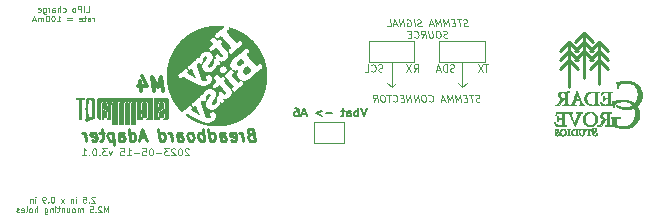
<source format=gbo>
G04 #@! TF.GenerationSoftware,KiCad,Pcbnew,(6.0.0-0)*
G04 #@! TF.CreationDate,2023-05-15T09:27:02-07:00*
G04 #@! TF.ProjectId,ItsyBitsy breadboard,49747379-4269-4747-9379-206272656164,3.0.1*
G04 #@! TF.SameCoordinates,Original*
G04 #@! TF.FileFunction,Legend,Bot*
G04 #@! TF.FilePolarity,Positive*
%FSLAX46Y46*%
G04 Gerber Fmt 4.6, Leading zero omitted, Abs format (unit mm)*
G04 Created by KiCad (PCBNEW (6.0.0-0)) date 2023-05-15 09:27:02*
%MOMM*%
%LPD*%
G01*
G04 APERTURE LIST*
%ADD10C,0.250000*%
%ADD11C,0.100000*%
%ADD12C,0.120000*%
%ADD13C,0.220000*%
%ADD14C,0.300000*%
%ADD15C,0.140000*%
%ADD16C,0.010000*%
G04 APERTURE END LIST*
D10*
X148780000Y-104157000D02*
X149542000Y-104919000D01*
X148780000Y-105681000D02*
X148018000Y-106443000D01*
X148780000Y-104919000D02*
X148018000Y-105681000D01*
X148780000Y-104157000D02*
X148018000Y-104919000D01*
X148780000Y-107967000D02*
X148780000Y-104157000D01*
X148780000Y-104919000D02*
X149542000Y-105681000D01*
X148780000Y-105681000D02*
X149542000Y-106443000D01*
X150050000Y-103395000D02*
X149288000Y-104157000D01*
X150050000Y-107205000D02*
X150050000Y-103395000D01*
X150050000Y-104919000D02*
X149288000Y-105681000D01*
X150050000Y-104157000D02*
X150812000Y-104919000D01*
X150050000Y-103395000D02*
X150812000Y-104157000D01*
X150050000Y-104919000D02*
X150812000Y-105681000D01*
X150050000Y-104157000D02*
X149288000Y-104919000D01*
D11*
X139700000Y-107950000D02*
X140081000Y-107569000D01*
X139700000Y-105791000D02*
X139700000Y-107950000D01*
X139700000Y-107950000D02*
X139319000Y-107569000D01*
D10*
X151320000Y-107713000D02*
X151320000Y-104157000D01*
D11*
X133731000Y-105791000D02*
X133731000Y-107950000D01*
D10*
X151320000Y-104919000D02*
X150558000Y-105681000D01*
X151320000Y-104157000D02*
X150558000Y-104919000D01*
X151320000Y-104157000D02*
X152082000Y-104919000D01*
D11*
X133731000Y-107950000D02*
X133350000Y-107569000D01*
D10*
X151320000Y-105681000D02*
X152082000Y-106443000D01*
D11*
X133731000Y-107950000D02*
X134112000Y-107569000D01*
D10*
X151320000Y-104919000D02*
X152082000Y-105681000D01*
X151320000Y-105681000D02*
X150558000Y-106443000D01*
D11*
X116557858Y-113178560D02*
X116529286Y-113149989D01*
X116472143Y-113121417D01*
X116329286Y-113121417D01*
X116272143Y-113149989D01*
X116243572Y-113178560D01*
X116215001Y-113235703D01*
X116215001Y-113292846D01*
X116243572Y-113378560D01*
X116586429Y-113721417D01*
X116215001Y-113721417D01*
X115843572Y-113121417D02*
X115786429Y-113121417D01*
X115729286Y-113149989D01*
X115700715Y-113178560D01*
X115672143Y-113235703D01*
X115643572Y-113349989D01*
X115643572Y-113492846D01*
X115672143Y-113607131D01*
X115700715Y-113664274D01*
X115729286Y-113692846D01*
X115786429Y-113721417D01*
X115843572Y-113721417D01*
X115900715Y-113692846D01*
X115929286Y-113664274D01*
X115957858Y-113607131D01*
X115986429Y-113492846D01*
X115986429Y-113349989D01*
X115957858Y-113235703D01*
X115929286Y-113178560D01*
X115900715Y-113149989D01*
X115843572Y-113121417D01*
X115415001Y-113178560D02*
X115386429Y-113149989D01*
X115329286Y-113121417D01*
X115186429Y-113121417D01*
X115129286Y-113149989D01*
X115100715Y-113178560D01*
X115072143Y-113235703D01*
X115072143Y-113292846D01*
X115100715Y-113378560D01*
X115443572Y-113721417D01*
X115072143Y-113721417D01*
X114872143Y-113121417D02*
X114500715Y-113121417D01*
X114700715Y-113349989D01*
X114615001Y-113349989D01*
X114557858Y-113378560D01*
X114529286Y-113407131D01*
X114500715Y-113464274D01*
X114500715Y-113607131D01*
X114529286Y-113664274D01*
X114557858Y-113692846D01*
X114615001Y-113721417D01*
X114786429Y-113721417D01*
X114843572Y-113692846D01*
X114872143Y-113664274D01*
X114243572Y-113492846D02*
X113786429Y-113492846D01*
X113386429Y-113121417D02*
X113329286Y-113121417D01*
X113272143Y-113149989D01*
X113243572Y-113178560D01*
X113215001Y-113235703D01*
X113186429Y-113349989D01*
X113186429Y-113492846D01*
X113215001Y-113607131D01*
X113243572Y-113664274D01*
X113272143Y-113692846D01*
X113329286Y-113721417D01*
X113386429Y-113721417D01*
X113443572Y-113692846D01*
X113472143Y-113664274D01*
X113500715Y-113607131D01*
X113529286Y-113492846D01*
X113529286Y-113349989D01*
X113500715Y-113235703D01*
X113472143Y-113178560D01*
X113443572Y-113149989D01*
X113386429Y-113121417D01*
X112643572Y-113121417D02*
X112929286Y-113121417D01*
X112957858Y-113407131D01*
X112929286Y-113378560D01*
X112872143Y-113349989D01*
X112729286Y-113349989D01*
X112672143Y-113378560D01*
X112643572Y-113407131D01*
X112615001Y-113464274D01*
X112615001Y-113607131D01*
X112643572Y-113664274D01*
X112672143Y-113692846D01*
X112729286Y-113721417D01*
X112872143Y-113721417D01*
X112929286Y-113692846D01*
X112957858Y-113664274D01*
X112357858Y-113492846D02*
X111900715Y-113492846D01*
X111300715Y-113721417D02*
X111643572Y-113721417D01*
X111472143Y-113721417D02*
X111472143Y-113121417D01*
X111529286Y-113207131D01*
X111586429Y-113264274D01*
X111643572Y-113292846D01*
X110757858Y-113121417D02*
X111043572Y-113121417D01*
X111072143Y-113407131D01*
X111043572Y-113378560D01*
X110986429Y-113349989D01*
X110843572Y-113349989D01*
X110786429Y-113378560D01*
X110757858Y-113407131D01*
X110729286Y-113464274D01*
X110729286Y-113607131D01*
X110757858Y-113664274D01*
X110786429Y-113692846D01*
X110843572Y-113721417D01*
X110986429Y-113721417D01*
X111043572Y-113692846D01*
X111072143Y-113664274D01*
X110072143Y-113321417D02*
X109929286Y-113721417D01*
X109786429Y-113321417D01*
X109615001Y-113121417D02*
X109243572Y-113121417D01*
X109443572Y-113349989D01*
X109357858Y-113349989D01*
X109300715Y-113378560D01*
X109272143Y-113407131D01*
X109243572Y-113464274D01*
X109243572Y-113607131D01*
X109272143Y-113664274D01*
X109300715Y-113692846D01*
X109357858Y-113721417D01*
X109529286Y-113721417D01*
X109586429Y-113692846D01*
X109615001Y-113664274D01*
X108986429Y-113664274D02*
X108957858Y-113692846D01*
X108986429Y-113721417D01*
X109015001Y-113692846D01*
X108986429Y-113664274D01*
X108986429Y-113721417D01*
X108586429Y-113121417D02*
X108529286Y-113121417D01*
X108472143Y-113149989D01*
X108443572Y-113178560D01*
X108415001Y-113235703D01*
X108386429Y-113349989D01*
X108386429Y-113492846D01*
X108415001Y-113607131D01*
X108443572Y-113664274D01*
X108472143Y-113692846D01*
X108529286Y-113721417D01*
X108586429Y-113721417D01*
X108643572Y-113692846D01*
X108672143Y-113664274D01*
X108700715Y-113607131D01*
X108729286Y-113492846D01*
X108729286Y-113349989D01*
X108700715Y-113235703D01*
X108672143Y-113178560D01*
X108643572Y-113149989D01*
X108586429Y-113121417D01*
X108129286Y-113664274D02*
X108100715Y-113692846D01*
X108129286Y-113721417D01*
X108157858Y-113692846D01*
X108129286Y-113664274D01*
X108129286Y-113721417D01*
X107529286Y-113721417D02*
X107872143Y-113721417D01*
X107700715Y-113721417D02*
X107700715Y-113121417D01*
X107757858Y-113207131D01*
X107815001Y-113264274D01*
X107872143Y-113292846D01*
X108600000Y-117271309D02*
X108576190Y-117247500D01*
X108528571Y-117223690D01*
X108409523Y-117223690D01*
X108361904Y-117247500D01*
X108338095Y-117271309D01*
X108314285Y-117318928D01*
X108314285Y-117366547D01*
X108338095Y-117437976D01*
X108623809Y-117723690D01*
X108314285Y-117723690D01*
X108100000Y-117676071D02*
X108076190Y-117699880D01*
X108100000Y-117723690D01*
X108123809Y-117699880D01*
X108100000Y-117676071D01*
X108100000Y-117723690D01*
X107623809Y-117223690D02*
X107861904Y-117223690D01*
X107885714Y-117461785D01*
X107861904Y-117437976D01*
X107814285Y-117414166D01*
X107695238Y-117414166D01*
X107647619Y-117437976D01*
X107623809Y-117461785D01*
X107600000Y-117509404D01*
X107600000Y-117628452D01*
X107623809Y-117676071D01*
X107647619Y-117699880D01*
X107695238Y-117723690D01*
X107814285Y-117723690D01*
X107861904Y-117699880D01*
X107885714Y-117676071D01*
X107004761Y-117723690D02*
X107004761Y-117390357D01*
X107004761Y-117223690D02*
X107028571Y-117247500D01*
X107004761Y-117271309D01*
X106980952Y-117247500D01*
X107004761Y-117223690D01*
X107004761Y-117271309D01*
X106766666Y-117390357D02*
X106766666Y-117723690D01*
X106766666Y-117437976D02*
X106742857Y-117414166D01*
X106695238Y-117390357D01*
X106623809Y-117390357D01*
X106576190Y-117414166D01*
X106552380Y-117461785D01*
X106552380Y-117723690D01*
X105980952Y-117723690D02*
X105719047Y-117390357D01*
X105980952Y-117390357D02*
X105719047Y-117723690D01*
X105052380Y-117223690D02*
X105004761Y-117223690D01*
X104957142Y-117247500D01*
X104933333Y-117271309D01*
X104909523Y-117318928D01*
X104885714Y-117414166D01*
X104885714Y-117533214D01*
X104909523Y-117628452D01*
X104933333Y-117676071D01*
X104957142Y-117699880D01*
X105004761Y-117723690D01*
X105052380Y-117723690D01*
X105100000Y-117699880D01*
X105123809Y-117676071D01*
X105147619Y-117628452D01*
X105171428Y-117533214D01*
X105171428Y-117414166D01*
X105147619Y-117318928D01*
X105123809Y-117271309D01*
X105100000Y-117247500D01*
X105052380Y-117223690D01*
X104671428Y-117676071D02*
X104647619Y-117699880D01*
X104671428Y-117723690D01*
X104695238Y-117699880D01*
X104671428Y-117676071D01*
X104671428Y-117723690D01*
X104409523Y-117723690D02*
X104314285Y-117723690D01*
X104266666Y-117699880D01*
X104242857Y-117676071D01*
X104195238Y-117604642D01*
X104171428Y-117509404D01*
X104171428Y-117318928D01*
X104195238Y-117271309D01*
X104219047Y-117247500D01*
X104266666Y-117223690D01*
X104361904Y-117223690D01*
X104409523Y-117247500D01*
X104433333Y-117271309D01*
X104457142Y-117318928D01*
X104457142Y-117437976D01*
X104433333Y-117485595D01*
X104409523Y-117509404D01*
X104361904Y-117533214D01*
X104266666Y-117533214D01*
X104219047Y-117509404D01*
X104195238Y-117485595D01*
X104171428Y-117437976D01*
X103576190Y-117723690D02*
X103576190Y-117390357D01*
X103576190Y-117223690D02*
X103600000Y-117247500D01*
X103576190Y-117271309D01*
X103552380Y-117247500D01*
X103576190Y-117223690D01*
X103576190Y-117271309D01*
X103338095Y-117390357D02*
X103338095Y-117723690D01*
X103338095Y-117437976D02*
X103314285Y-117414166D01*
X103266666Y-117390357D01*
X103195238Y-117390357D01*
X103147619Y-117414166D01*
X103123809Y-117461785D01*
X103123809Y-117723690D01*
X109719047Y-118528690D02*
X109719047Y-118028690D01*
X109552380Y-118385833D01*
X109385714Y-118028690D01*
X109385714Y-118528690D01*
X109171428Y-118076309D02*
X109147619Y-118052500D01*
X109100000Y-118028690D01*
X108980952Y-118028690D01*
X108933333Y-118052500D01*
X108909523Y-118076309D01*
X108885714Y-118123928D01*
X108885714Y-118171547D01*
X108909523Y-118242976D01*
X109195238Y-118528690D01*
X108885714Y-118528690D01*
X108671428Y-118481071D02*
X108647619Y-118504880D01*
X108671428Y-118528690D01*
X108695238Y-118504880D01*
X108671428Y-118481071D01*
X108671428Y-118528690D01*
X108195238Y-118028690D02*
X108433333Y-118028690D01*
X108457142Y-118266785D01*
X108433333Y-118242976D01*
X108385714Y-118219166D01*
X108266666Y-118219166D01*
X108219047Y-118242976D01*
X108195238Y-118266785D01*
X108171428Y-118314404D01*
X108171428Y-118433452D01*
X108195238Y-118481071D01*
X108219047Y-118504880D01*
X108266666Y-118528690D01*
X108385714Y-118528690D01*
X108433333Y-118504880D01*
X108457142Y-118481071D01*
X107576190Y-118528690D02*
X107576190Y-118195357D01*
X107576190Y-118242976D02*
X107552380Y-118219166D01*
X107504761Y-118195357D01*
X107433333Y-118195357D01*
X107385714Y-118219166D01*
X107361904Y-118266785D01*
X107361904Y-118528690D01*
X107361904Y-118266785D02*
X107338095Y-118219166D01*
X107290476Y-118195357D01*
X107219047Y-118195357D01*
X107171428Y-118219166D01*
X107147619Y-118266785D01*
X107147619Y-118528690D01*
X106838095Y-118528690D02*
X106885714Y-118504880D01*
X106909523Y-118481071D01*
X106933333Y-118433452D01*
X106933333Y-118290595D01*
X106909523Y-118242976D01*
X106885714Y-118219166D01*
X106838095Y-118195357D01*
X106766666Y-118195357D01*
X106719047Y-118219166D01*
X106695238Y-118242976D01*
X106671428Y-118290595D01*
X106671428Y-118433452D01*
X106695238Y-118481071D01*
X106719047Y-118504880D01*
X106766666Y-118528690D01*
X106838095Y-118528690D01*
X106242857Y-118195357D02*
X106242857Y-118528690D01*
X106457142Y-118195357D02*
X106457142Y-118457261D01*
X106433333Y-118504880D01*
X106385714Y-118528690D01*
X106314285Y-118528690D01*
X106266666Y-118504880D01*
X106242857Y-118481071D01*
X106004761Y-118195357D02*
X106004761Y-118528690D01*
X106004761Y-118242976D02*
X105980952Y-118219166D01*
X105933333Y-118195357D01*
X105861904Y-118195357D01*
X105814285Y-118219166D01*
X105790476Y-118266785D01*
X105790476Y-118528690D01*
X105623809Y-118195357D02*
X105433333Y-118195357D01*
X105552380Y-118028690D02*
X105552380Y-118457261D01*
X105528571Y-118504880D01*
X105480952Y-118528690D01*
X105433333Y-118528690D01*
X105266666Y-118528690D02*
X105266666Y-118195357D01*
X105266666Y-118028690D02*
X105290476Y-118052500D01*
X105266666Y-118076309D01*
X105242857Y-118052500D01*
X105266666Y-118028690D01*
X105266666Y-118076309D01*
X105028571Y-118195357D02*
X105028571Y-118528690D01*
X105028571Y-118242976D02*
X105004761Y-118219166D01*
X104957142Y-118195357D01*
X104885714Y-118195357D01*
X104838095Y-118219166D01*
X104814285Y-118266785D01*
X104814285Y-118528690D01*
X104361904Y-118195357D02*
X104361904Y-118600119D01*
X104385714Y-118647738D01*
X104409523Y-118671547D01*
X104457142Y-118695357D01*
X104528571Y-118695357D01*
X104576190Y-118671547D01*
X104361904Y-118504880D02*
X104409523Y-118528690D01*
X104504761Y-118528690D01*
X104552380Y-118504880D01*
X104576190Y-118481071D01*
X104600000Y-118433452D01*
X104600000Y-118290595D01*
X104576190Y-118242976D01*
X104552380Y-118219166D01*
X104504761Y-118195357D01*
X104409523Y-118195357D01*
X104361904Y-118219166D01*
X103742857Y-118528690D02*
X103742857Y-118028690D01*
X103528571Y-118528690D02*
X103528571Y-118266785D01*
X103552380Y-118219166D01*
X103600000Y-118195357D01*
X103671428Y-118195357D01*
X103719047Y-118219166D01*
X103742857Y-118242976D01*
X103219047Y-118528690D02*
X103266666Y-118504880D01*
X103290476Y-118481071D01*
X103314285Y-118433452D01*
X103314285Y-118290595D01*
X103290476Y-118242976D01*
X103266666Y-118219166D01*
X103219047Y-118195357D01*
X103147619Y-118195357D01*
X103100000Y-118219166D01*
X103076190Y-118242976D01*
X103052380Y-118290595D01*
X103052380Y-118433452D01*
X103076190Y-118481071D01*
X103100000Y-118504880D01*
X103147619Y-118528690D01*
X103219047Y-118528690D01*
X102766666Y-118528690D02*
X102814285Y-118504880D01*
X102838095Y-118457261D01*
X102838095Y-118028690D01*
X102385714Y-118504880D02*
X102433333Y-118528690D01*
X102528571Y-118528690D01*
X102576190Y-118504880D01*
X102600000Y-118457261D01*
X102600000Y-118266785D01*
X102576190Y-118219166D01*
X102528571Y-118195357D01*
X102433333Y-118195357D01*
X102385714Y-118219166D01*
X102361904Y-118266785D01*
X102361904Y-118314404D01*
X102600000Y-118362023D01*
X102171428Y-118504880D02*
X102123809Y-118528690D01*
X102028571Y-118528690D01*
X101980952Y-118504880D01*
X101957142Y-118457261D01*
X101957142Y-118433452D01*
X101980952Y-118385833D01*
X102028571Y-118362023D01*
X102100000Y-118362023D01*
X102147619Y-118338214D01*
X102171428Y-118290595D01*
X102171428Y-118266785D01*
X102147619Y-118219166D01*
X102100000Y-118195357D01*
X102028571Y-118195357D01*
X101980952Y-118219166D01*
X107842857Y-101573690D02*
X108080952Y-101573690D01*
X108080952Y-101073690D01*
X107676190Y-101573690D02*
X107676190Y-101240357D01*
X107676190Y-101073690D02*
X107700000Y-101097500D01*
X107676190Y-101121309D01*
X107652380Y-101097500D01*
X107676190Y-101073690D01*
X107676190Y-101121309D01*
X107438095Y-101573690D02*
X107438095Y-101073690D01*
X107247619Y-101073690D01*
X107200000Y-101097500D01*
X107176190Y-101121309D01*
X107152380Y-101168928D01*
X107152380Y-101240357D01*
X107176190Y-101287976D01*
X107200000Y-101311785D01*
X107247619Y-101335595D01*
X107438095Y-101335595D01*
X106866666Y-101573690D02*
X106914285Y-101549880D01*
X106938095Y-101526071D01*
X106961904Y-101478452D01*
X106961904Y-101335595D01*
X106938095Y-101287976D01*
X106914285Y-101264166D01*
X106866666Y-101240357D01*
X106795238Y-101240357D01*
X106747619Y-101264166D01*
X106723809Y-101287976D01*
X106700000Y-101335595D01*
X106700000Y-101478452D01*
X106723809Y-101526071D01*
X106747619Y-101549880D01*
X106795238Y-101573690D01*
X106866666Y-101573690D01*
X105890476Y-101549880D02*
X105938095Y-101573690D01*
X106033333Y-101573690D01*
X106080952Y-101549880D01*
X106104761Y-101526071D01*
X106128571Y-101478452D01*
X106128571Y-101335595D01*
X106104761Y-101287976D01*
X106080952Y-101264166D01*
X106033333Y-101240357D01*
X105938095Y-101240357D01*
X105890476Y-101264166D01*
X105676190Y-101573690D02*
X105676190Y-101073690D01*
X105461904Y-101573690D02*
X105461904Y-101311785D01*
X105485714Y-101264166D01*
X105533333Y-101240357D01*
X105604761Y-101240357D01*
X105652380Y-101264166D01*
X105676190Y-101287976D01*
X105009523Y-101573690D02*
X105009523Y-101311785D01*
X105033333Y-101264166D01*
X105080952Y-101240357D01*
X105176190Y-101240357D01*
X105223809Y-101264166D01*
X105009523Y-101549880D02*
X105057142Y-101573690D01*
X105176190Y-101573690D01*
X105223809Y-101549880D01*
X105247619Y-101502261D01*
X105247619Y-101454642D01*
X105223809Y-101407023D01*
X105176190Y-101383214D01*
X105057142Y-101383214D01*
X105009523Y-101359404D01*
X104771428Y-101573690D02*
X104771428Y-101240357D01*
X104771428Y-101335595D02*
X104747619Y-101287976D01*
X104723809Y-101264166D01*
X104676190Y-101240357D01*
X104628571Y-101240357D01*
X104247619Y-101240357D02*
X104247619Y-101645119D01*
X104271428Y-101692738D01*
X104295238Y-101716547D01*
X104342857Y-101740357D01*
X104414285Y-101740357D01*
X104461904Y-101716547D01*
X104247619Y-101549880D02*
X104295238Y-101573690D01*
X104390476Y-101573690D01*
X104438095Y-101549880D01*
X104461904Y-101526071D01*
X104485714Y-101478452D01*
X104485714Y-101335595D01*
X104461904Y-101287976D01*
X104438095Y-101264166D01*
X104390476Y-101240357D01*
X104295238Y-101240357D01*
X104247619Y-101264166D01*
X103819047Y-101549880D02*
X103866666Y-101573690D01*
X103961904Y-101573690D01*
X104009523Y-101549880D01*
X104033333Y-101502261D01*
X104033333Y-101311785D01*
X104009523Y-101264166D01*
X103961904Y-101240357D01*
X103866666Y-101240357D01*
X103819047Y-101264166D01*
X103795238Y-101311785D01*
X103795238Y-101359404D01*
X104033333Y-101407023D01*
X108521428Y-102378690D02*
X108521428Y-102045357D01*
X108521428Y-102140595D02*
X108497619Y-102092976D01*
X108473809Y-102069166D01*
X108426190Y-102045357D01*
X108378571Y-102045357D01*
X107997619Y-102378690D02*
X107997619Y-102116785D01*
X108021428Y-102069166D01*
X108069047Y-102045357D01*
X108164285Y-102045357D01*
X108211904Y-102069166D01*
X107997619Y-102354880D02*
X108045238Y-102378690D01*
X108164285Y-102378690D01*
X108211904Y-102354880D01*
X108235714Y-102307261D01*
X108235714Y-102259642D01*
X108211904Y-102212023D01*
X108164285Y-102188214D01*
X108045238Y-102188214D01*
X107997619Y-102164404D01*
X107830952Y-102045357D02*
X107640476Y-102045357D01*
X107759523Y-101878690D02*
X107759523Y-102307261D01*
X107735714Y-102354880D01*
X107688095Y-102378690D01*
X107640476Y-102378690D01*
X107283333Y-102354880D02*
X107330952Y-102378690D01*
X107426190Y-102378690D01*
X107473809Y-102354880D01*
X107497619Y-102307261D01*
X107497619Y-102116785D01*
X107473809Y-102069166D01*
X107426190Y-102045357D01*
X107330952Y-102045357D01*
X107283333Y-102069166D01*
X107259523Y-102116785D01*
X107259523Y-102164404D01*
X107497619Y-102212023D01*
X106664285Y-102116785D02*
X106283333Y-102116785D01*
X106283333Y-102259642D02*
X106664285Y-102259642D01*
X105402380Y-102378690D02*
X105688095Y-102378690D01*
X105545238Y-102378690D02*
X105545238Y-101878690D01*
X105592857Y-101950119D01*
X105640476Y-101997738D01*
X105688095Y-102021547D01*
X105092857Y-101878690D02*
X105045238Y-101878690D01*
X104997619Y-101902500D01*
X104973809Y-101926309D01*
X104950000Y-101973928D01*
X104926190Y-102069166D01*
X104926190Y-102188214D01*
X104950000Y-102283452D01*
X104973809Y-102331071D01*
X104997619Y-102354880D01*
X105045238Y-102378690D01*
X105092857Y-102378690D01*
X105140476Y-102354880D01*
X105164285Y-102331071D01*
X105188095Y-102283452D01*
X105211904Y-102188214D01*
X105211904Y-102069166D01*
X105188095Y-101973928D01*
X105164285Y-101926309D01*
X105140476Y-101902500D01*
X105092857Y-101878690D01*
X104616666Y-101878690D02*
X104569047Y-101878690D01*
X104521428Y-101902500D01*
X104497619Y-101926309D01*
X104473809Y-101973928D01*
X104450000Y-102069166D01*
X104450000Y-102188214D01*
X104473809Y-102283452D01*
X104497619Y-102331071D01*
X104521428Y-102354880D01*
X104569047Y-102378690D01*
X104616666Y-102378690D01*
X104664285Y-102354880D01*
X104688095Y-102331071D01*
X104711904Y-102283452D01*
X104735714Y-102188214D01*
X104735714Y-102069166D01*
X104711904Y-101973928D01*
X104688095Y-101926309D01*
X104664285Y-101902500D01*
X104616666Y-101878690D01*
X104235714Y-102378690D02*
X104235714Y-102045357D01*
X104235714Y-102092976D02*
X104211904Y-102069166D01*
X104164285Y-102045357D01*
X104092857Y-102045357D01*
X104045238Y-102069166D01*
X104021428Y-102116785D01*
X104021428Y-102378690D01*
X104021428Y-102116785D02*
X103997619Y-102069166D01*
X103950000Y-102045357D01*
X103878571Y-102045357D01*
X103830952Y-102069166D01*
X103807142Y-102116785D01*
X103807142Y-102378690D01*
X103592857Y-102235833D02*
X103354761Y-102235833D01*
X103640476Y-102378690D02*
X103473809Y-101878690D01*
X103307142Y-102378690D01*
D12*
X135592857Y-106621428D02*
X135792857Y-106335714D01*
X135935714Y-106621428D02*
X135935714Y-106021428D01*
X135707142Y-106021428D01*
X135650000Y-106050000D01*
X135621428Y-106078571D01*
X135592857Y-106135714D01*
X135592857Y-106221428D01*
X135621428Y-106278571D01*
X135650000Y-106307142D01*
X135707142Y-106335714D01*
X135935714Y-106335714D01*
X135392857Y-106021428D02*
X134992857Y-106621428D01*
X134992857Y-106021428D02*
X135392857Y-106621428D01*
X132964285Y-106592857D02*
X132878571Y-106621428D01*
X132735714Y-106621428D01*
X132678571Y-106592857D01*
X132650000Y-106564285D01*
X132621428Y-106507142D01*
X132621428Y-106450000D01*
X132650000Y-106392857D01*
X132678571Y-106364285D01*
X132735714Y-106335714D01*
X132850000Y-106307142D01*
X132907142Y-106278571D01*
X132935714Y-106250000D01*
X132964285Y-106192857D01*
X132964285Y-106135714D01*
X132935714Y-106078571D01*
X132907142Y-106050000D01*
X132850000Y-106021428D01*
X132707142Y-106021428D01*
X132621428Y-106050000D01*
X132021428Y-106564285D02*
X132050000Y-106592857D01*
X132135714Y-106621428D01*
X132192857Y-106621428D01*
X132278571Y-106592857D01*
X132335714Y-106535714D01*
X132364285Y-106478571D01*
X132392857Y-106364285D01*
X132392857Y-106278571D01*
X132364285Y-106164285D01*
X132335714Y-106107142D01*
X132278571Y-106050000D01*
X132192857Y-106021428D01*
X132135714Y-106021428D01*
X132050000Y-106050000D01*
X132021428Y-106078571D01*
X131478571Y-106621428D02*
X131764285Y-106621428D01*
X131764285Y-106021428D01*
X140188946Y-102759857D02*
X140106803Y-102788428D01*
X139963946Y-102788428D01*
X139903232Y-102759857D01*
X139871089Y-102731285D01*
X139835375Y-102674142D01*
X139828232Y-102617000D01*
X139849660Y-102559857D01*
X139874660Y-102531285D01*
X139928232Y-102502714D01*
X140038946Y-102474142D01*
X140092517Y-102445571D01*
X140117517Y-102417000D01*
X140138946Y-102359857D01*
X140131803Y-102302714D01*
X140096089Y-102245571D01*
X140063946Y-102217000D01*
X140003232Y-102188428D01*
X139860375Y-102188428D01*
X139778232Y-102217000D01*
X139603232Y-102188428D02*
X139260375Y-102188428D01*
X139506803Y-102788428D02*
X139431803Y-102188428D01*
X139096089Y-102474142D02*
X138896089Y-102474142D01*
X138849660Y-102788428D02*
X139135375Y-102788428D01*
X139060375Y-102188428D01*
X138774660Y-102188428D01*
X138592517Y-102788428D02*
X138517517Y-102188428D01*
X138371089Y-102617000D01*
X138117517Y-102188428D01*
X138192517Y-102788428D01*
X137906803Y-102788428D02*
X137831803Y-102188428D01*
X137685375Y-102617000D01*
X137431803Y-102188428D01*
X137506803Y-102788428D01*
X137228232Y-102617000D02*
X136942517Y-102617000D01*
X137306803Y-102788428D02*
X137031803Y-102188428D01*
X136906803Y-102788428D01*
X136274660Y-102759857D02*
X136192517Y-102788428D01*
X136049660Y-102788428D01*
X135988946Y-102759857D01*
X135956803Y-102731285D01*
X135921089Y-102674142D01*
X135913946Y-102617000D01*
X135935375Y-102559857D01*
X135960375Y-102531285D01*
X136013946Y-102502714D01*
X136124660Y-102474142D01*
X136178232Y-102445571D01*
X136203232Y-102417000D01*
X136224660Y-102359857D01*
X136217517Y-102302714D01*
X136181803Y-102245571D01*
X136149660Y-102217000D01*
X136088946Y-102188428D01*
X135946089Y-102188428D01*
X135863946Y-102217000D01*
X135678232Y-102788428D02*
X135603232Y-102188428D01*
X135006803Y-102217000D02*
X135060375Y-102188428D01*
X135146089Y-102188428D01*
X135235375Y-102217000D01*
X135299660Y-102274142D01*
X135335375Y-102331285D01*
X135378232Y-102445571D01*
X135388946Y-102531285D01*
X135374660Y-102645571D01*
X135353232Y-102702714D01*
X135303232Y-102759857D01*
X135221089Y-102788428D01*
X135163946Y-102788428D01*
X135074660Y-102759857D01*
X135042517Y-102731285D01*
X135017517Y-102531285D01*
X135131803Y-102531285D01*
X134792517Y-102788428D02*
X134717517Y-102188428D01*
X134449660Y-102788428D01*
X134374660Y-102188428D01*
X134171089Y-102617000D02*
X133885375Y-102617000D01*
X134249660Y-102788428D02*
X133974660Y-102188428D01*
X133849660Y-102788428D01*
X133363946Y-102788428D02*
X133649660Y-102788428D01*
X133574660Y-102188428D01*
X138474660Y-103725857D02*
X138392517Y-103754428D01*
X138249660Y-103754428D01*
X138188946Y-103725857D01*
X138156803Y-103697285D01*
X138121089Y-103640142D01*
X138113946Y-103583000D01*
X138135375Y-103525857D01*
X138160375Y-103497285D01*
X138213946Y-103468714D01*
X138324660Y-103440142D01*
X138378232Y-103411571D01*
X138403232Y-103383000D01*
X138424660Y-103325857D01*
X138417517Y-103268714D01*
X138381803Y-103211571D01*
X138349660Y-103183000D01*
X138288946Y-103154428D01*
X138146089Y-103154428D01*
X138063946Y-103183000D01*
X137688946Y-103154428D02*
X137574660Y-103154428D01*
X137521089Y-103183000D01*
X137471089Y-103240142D01*
X137456803Y-103354428D01*
X137481803Y-103554428D01*
X137524660Y-103668714D01*
X137588946Y-103725857D01*
X137649660Y-103754428D01*
X137763946Y-103754428D01*
X137817517Y-103725857D01*
X137867517Y-103668714D01*
X137881803Y-103554428D01*
X137856803Y-103354428D01*
X137813946Y-103240142D01*
X137749660Y-103183000D01*
X137688946Y-103154428D01*
X137174660Y-103154428D02*
X137235375Y-103640142D01*
X137213946Y-103697285D01*
X137188946Y-103725857D01*
X137135375Y-103754428D01*
X137021089Y-103754428D01*
X136960375Y-103725857D01*
X136928232Y-103697285D01*
X136892517Y-103640142D01*
X136831803Y-103154428D01*
X136278232Y-103754428D02*
X136442517Y-103468714D01*
X136621089Y-103754428D02*
X136546089Y-103154428D01*
X136317517Y-103154428D01*
X136263946Y-103183000D01*
X136238946Y-103211571D01*
X136217517Y-103268714D01*
X136228232Y-103354428D01*
X136263946Y-103411571D01*
X136296089Y-103440142D01*
X136356803Y-103468714D01*
X136585375Y-103468714D01*
X135671089Y-103697285D02*
X135703232Y-103725857D01*
X135792517Y-103754428D01*
X135849660Y-103754428D01*
X135931803Y-103725857D01*
X135981803Y-103668714D01*
X136003232Y-103611571D01*
X136017517Y-103497285D01*
X136006803Y-103411571D01*
X135963946Y-103297285D01*
X135928232Y-103240142D01*
X135863946Y-103183000D01*
X135774660Y-103154428D01*
X135717517Y-103154428D01*
X135635375Y-103183000D01*
X135610375Y-103211571D01*
X135381803Y-103440142D02*
X135181803Y-103440142D01*
X135135375Y-103754428D02*
X135421089Y-103754428D01*
X135346089Y-103154428D01*
X135060375Y-103154428D01*
X141203232Y-109142857D02*
X141121089Y-109171428D01*
X140978232Y-109171428D01*
X140917517Y-109142857D01*
X140885375Y-109114285D01*
X140849660Y-109057142D01*
X140842517Y-109000000D01*
X140863946Y-108942857D01*
X140888946Y-108914285D01*
X140942517Y-108885714D01*
X141053232Y-108857142D01*
X141106803Y-108828571D01*
X141131803Y-108800000D01*
X141153232Y-108742857D01*
X141146089Y-108685714D01*
X141110375Y-108628571D01*
X141078232Y-108600000D01*
X141017517Y-108571428D01*
X140874660Y-108571428D01*
X140792517Y-108600000D01*
X140617517Y-108571428D02*
X140274660Y-108571428D01*
X140521089Y-109171428D02*
X140446089Y-108571428D01*
X140110375Y-108857142D02*
X139910375Y-108857142D01*
X139863946Y-109171428D02*
X140149660Y-109171428D01*
X140074660Y-108571428D01*
X139788946Y-108571428D01*
X139606803Y-109171428D02*
X139531803Y-108571428D01*
X139385375Y-109000000D01*
X139131803Y-108571428D01*
X139206803Y-109171428D01*
X138921089Y-109171428D02*
X138846089Y-108571428D01*
X138699660Y-109000000D01*
X138446089Y-108571428D01*
X138521089Y-109171428D01*
X138242517Y-109000000D02*
X137956803Y-109000000D01*
X138321089Y-109171428D02*
X138046089Y-108571428D01*
X137921089Y-109171428D01*
X136913946Y-109114285D02*
X136946089Y-109142857D01*
X137035375Y-109171428D01*
X137092517Y-109171428D01*
X137174660Y-109142857D01*
X137224660Y-109085714D01*
X137246089Y-109028571D01*
X137260375Y-108914285D01*
X137249660Y-108828571D01*
X137206803Y-108714285D01*
X137171089Y-108657142D01*
X137106803Y-108600000D01*
X137017517Y-108571428D01*
X136960375Y-108571428D01*
X136878232Y-108600000D01*
X136853232Y-108628571D01*
X136474660Y-108571428D02*
X136360375Y-108571428D01*
X136306803Y-108600000D01*
X136256803Y-108657142D01*
X136242517Y-108771428D01*
X136267517Y-108971428D01*
X136310375Y-109085714D01*
X136374660Y-109142857D01*
X136435375Y-109171428D01*
X136549660Y-109171428D01*
X136603232Y-109142857D01*
X136653232Y-109085714D01*
X136667517Y-108971428D01*
X136642517Y-108771428D01*
X136599660Y-108657142D01*
X136535375Y-108600000D01*
X136474660Y-108571428D01*
X136035375Y-109171428D02*
X135960375Y-108571428D01*
X135692517Y-109171428D01*
X135617517Y-108571428D01*
X135406803Y-109171428D02*
X135331803Y-108571428D01*
X135063946Y-109171428D01*
X134988946Y-108571428D01*
X134738946Y-108857142D02*
X134538946Y-108857142D01*
X134492517Y-109171428D02*
X134778232Y-109171428D01*
X134703232Y-108571428D01*
X134417517Y-108571428D01*
X133885375Y-109114285D02*
X133917517Y-109142857D01*
X134006803Y-109171428D01*
X134063946Y-109171428D01*
X134146089Y-109142857D01*
X134196089Y-109085714D01*
X134217517Y-109028571D01*
X134231803Y-108914285D01*
X134221089Y-108828571D01*
X134178232Y-108714285D01*
X134142517Y-108657142D01*
X134078232Y-108600000D01*
X133988946Y-108571428D01*
X133931803Y-108571428D01*
X133849660Y-108600000D01*
X133824660Y-108628571D01*
X133646089Y-108571428D02*
X133303232Y-108571428D01*
X133549660Y-109171428D02*
X133474660Y-108571428D01*
X132988946Y-108571428D02*
X132874660Y-108571428D01*
X132821089Y-108600000D01*
X132771089Y-108657142D01*
X132756803Y-108771428D01*
X132781803Y-108971428D01*
X132824660Y-109085714D01*
X132888946Y-109142857D01*
X132949660Y-109171428D01*
X133063946Y-109171428D01*
X133117517Y-109142857D01*
X133167517Y-109085714D01*
X133181803Y-108971428D01*
X133156803Y-108771428D01*
X133113946Y-108657142D01*
X133049660Y-108600000D01*
X132988946Y-108571428D01*
X132206803Y-109171428D02*
X132371089Y-108885714D01*
X132549660Y-109171428D02*
X132474660Y-108571428D01*
X132246089Y-108571428D01*
X132192517Y-108600000D01*
X132167517Y-108628571D01*
X132146089Y-108685714D01*
X132156803Y-108771428D01*
X132192517Y-108828571D01*
X132224660Y-108857142D01*
X132285375Y-108885714D01*
X132513946Y-108885714D01*
D13*
X121766739Y-111940229D02*
X121629835Y-111987848D01*
X121588168Y-112035467D01*
X121552454Y-112130705D01*
X121570311Y-112273562D01*
X121629835Y-112368800D01*
X121683406Y-112416419D01*
X121784596Y-112464038D01*
X122165549Y-112464038D01*
X122040549Y-111464038D01*
X121707216Y-111464038D01*
X121617930Y-111511658D01*
X121576263Y-111559277D01*
X121540549Y-111654515D01*
X121552454Y-111749753D01*
X121611977Y-111844991D01*
X121665549Y-111892610D01*
X121766739Y-111940229D01*
X122100073Y-111940229D01*
X121165549Y-112464038D02*
X121082216Y-111797372D01*
X121106025Y-111987848D02*
X121046501Y-111892610D01*
X120992930Y-111844991D01*
X120891739Y-111797372D01*
X120796501Y-111797372D01*
X120159596Y-112416419D02*
X120260787Y-112464038D01*
X120451263Y-112464038D01*
X120540549Y-112416419D01*
X120576263Y-112321181D01*
X120528644Y-111940229D01*
X120469120Y-111844991D01*
X120367930Y-111797372D01*
X120177454Y-111797372D01*
X120088168Y-111844991D01*
X120052454Y-111940229D01*
X120064358Y-112035467D01*
X120552454Y-112130705D01*
X119260787Y-112464038D02*
X119195311Y-111940229D01*
X119231025Y-111844991D01*
X119320311Y-111797372D01*
X119510787Y-111797372D01*
X119611977Y-111844991D01*
X119254835Y-112416419D02*
X119356025Y-112464038D01*
X119594120Y-112464038D01*
X119683406Y-112416419D01*
X119719120Y-112321181D01*
X119707216Y-112225943D01*
X119647692Y-112130705D01*
X119546501Y-112083086D01*
X119308406Y-112083086D01*
X119207216Y-112035467D01*
X118356025Y-112464038D02*
X118231025Y-111464038D01*
X118350073Y-112416419D02*
X118451263Y-112464038D01*
X118641739Y-112464038D01*
X118731025Y-112416419D01*
X118772692Y-112368800D01*
X118808406Y-112273562D01*
X118772692Y-111987848D01*
X118713168Y-111892610D01*
X118659596Y-111844991D01*
X118558406Y-111797372D01*
X118367930Y-111797372D01*
X118278644Y-111844991D01*
X117879835Y-112464038D02*
X117754835Y-111464038D01*
X117802454Y-111844991D02*
X117701263Y-111797372D01*
X117510787Y-111797372D01*
X117421501Y-111844991D01*
X117379835Y-111892610D01*
X117344120Y-111987848D01*
X117379835Y-112273562D01*
X117439358Y-112368800D01*
X117492930Y-112416419D01*
X117594120Y-112464038D01*
X117784596Y-112464038D01*
X117873882Y-112416419D01*
X116832216Y-112464038D02*
X116921501Y-112416419D01*
X116963168Y-112368800D01*
X116998882Y-112273562D01*
X116963168Y-111987848D01*
X116903644Y-111892610D01*
X116850073Y-111844991D01*
X116748882Y-111797372D01*
X116606025Y-111797372D01*
X116516739Y-111844991D01*
X116475073Y-111892610D01*
X116439358Y-111987848D01*
X116475073Y-112273562D01*
X116534596Y-112368800D01*
X116588168Y-112416419D01*
X116689358Y-112464038D01*
X116832216Y-112464038D01*
X115641739Y-112464038D02*
X115576263Y-111940229D01*
X115611977Y-111844991D01*
X115701263Y-111797372D01*
X115891739Y-111797372D01*
X115992930Y-111844991D01*
X115635787Y-112416419D02*
X115736977Y-112464038D01*
X115975073Y-112464038D01*
X116064358Y-112416419D01*
X116100073Y-112321181D01*
X116088168Y-112225943D01*
X116028644Y-112130705D01*
X115927454Y-112083086D01*
X115689358Y-112083086D01*
X115588168Y-112035467D01*
X115165549Y-112464038D02*
X115082216Y-111797372D01*
X115106025Y-111987848D02*
X115046501Y-111892610D01*
X114992930Y-111844991D01*
X114891739Y-111797372D01*
X114796501Y-111797372D01*
X114117930Y-112464038D02*
X113992930Y-111464038D01*
X114111977Y-112416419D02*
X114213168Y-112464038D01*
X114403644Y-112464038D01*
X114492930Y-112416419D01*
X114534596Y-112368800D01*
X114570311Y-112273562D01*
X114534596Y-111987848D01*
X114475073Y-111892610D01*
X114421501Y-111844991D01*
X114320311Y-111797372D01*
X114129835Y-111797372D01*
X114040549Y-111844991D01*
X112891739Y-112178324D02*
X112415549Y-112178324D01*
X113022692Y-112464038D02*
X112564358Y-111464038D01*
X112356025Y-112464038D01*
X111594120Y-112464038D02*
X111469120Y-111464038D01*
X111588168Y-112416419D02*
X111689358Y-112464038D01*
X111879835Y-112464038D01*
X111969120Y-112416419D01*
X112010787Y-112368800D01*
X112046501Y-112273562D01*
X112010787Y-111987848D01*
X111951263Y-111892610D01*
X111897692Y-111844991D01*
X111796501Y-111797372D01*
X111606025Y-111797372D01*
X111516739Y-111844991D01*
X110689358Y-112464038D02*
X110623882Y-111940229D01*
X110659596Y-111844991D01*
X110748882Y-111797372D01*
X110939358Y-111797372D01*
X111040549Y-111844991D01*
X110683406Y-112416419D02*
X110784596Y-112464038D01*
X111022692Y-112464038D01*
X111111977Y-112416419D01*
X111147692Y-112321181D01*
X111135787Y-112225943D01*
X111076263Y-112130705D01*
X110975073Y-112083086D01*
X110736977Y-112083086D01*
X110635787Y-112035467D01*
X110129835Y-111797372D02*
X110254835Y-112797372D01*
X110135787Y-111844991D02*
X110034596Y-111797372D01*
X109844120Y-111797372D01*
X109754835Y-111844991D01*
X109713168Y-111892610D01*
X109677454Y-111987848D01*
X109713168Y-112273562D01*
X109772692Y-112368800D01*
X109826263Y-112416419D01*
X109927454Y-112464038D01*
X110117930Y-112464038D01*
X110207216Y-112416419D01*
X109367930Y-111797372D02*
X108986977Y-111797372D01*
X109183406Y-111464038D02*
X109290549Y-112321181D01*
X109254835Y-112416419D01*
X109165549Y-112464038D01*
X109070311Y-112464038D01*
X108350073Y-112416419D02*
X108451263Y-112464038D01*
X108641739Y-112464038D01*
X108731025Y-112416419D01*
X108766739Y-112321181D01*
X108719120Y-111940229D01*
X108659596Y-111844991D01*
X108558406Y-111797372D01*
X108367930Y-111797372D01*
X108278644Y-111844991D01*
X108242930Y-111940229D01*
X108254835Y-112035467D01*
X108742930Y-112130705D01*
X107879835Y-112464038D02*
X107796501Y-111797372D01*
X107820311Y-111987848D02*
X107760787Y-111892610D01*
X107707216Y-111844991D01*
X107606025Y-111797372D01*
X107510787Y-111797372D01*
D14*
X114391626Y-108254515D02*
X114241626Y-107054515D01*
X113948769Y-107911658D01*
X113441626Y-107054515D01*
X113591626Y-108254515D01*
X112405912Y-107454515D02*
X112505912Y-108254515D01*
X112634483Y-106997372D02*
X113027341Y-107854515D01*
X112284483Y-107854515D01*
D12*
X141933285Y-106021428D02*
X141590428Y-106021428D01*
X141761857Y-106621428D02*
X141761857Y-106021428D01*
X141447571Y-106021428D02*
X141047571Y-106621428D01*
X141047571Y-106021428D02*
X141447571Y-106621428D01*
X139019000Y-106592857D02*
X138933285Y-106621428D01*
X138790428Y-106621428D01*
X138733285Y-106592857D01*
X138704714Y-106564285D01*
X138676142Y-106507142D01*
X138676142Y-106450000D01*
X138704714Y-106392857D01*
X138733285Y-106364285D01*
X138790428Y-106335714D01*
X138904714Y-106307142D01*
X138961857Y-106278571D01*
X138990428Y-106250000D01*
X139019000Y-106192857D01*
X139019000Y-106135714D01*
X138990428Y-106078571D01*
X138961857Y-106050000D01*
X138904714Y-106021428D01*
X138761857Y-106021428D01*
X138676142Y-106050000D01*
X138419000Y-106621428D02*
X138419000Y-106021428D01*
X138276142Y-106021428D01*
X138190428Y-106050000D01*
X138133285Y-106107142D01*
X138104714Y-106164285D01*
X138076142Y-106278571D01*
X138076142Y-106364285D01*
X138104714Y-106478571D01*
X138133285Y-106535714D01*
X138190428Y-106592857D01*
X138276142Y-106621428D01*
X138419000Y-106621428D01*
X137847571Y-106450000D02*
X137561857Y-106450000D01*
X137904714Y-106621428D02*
X137704714Y-106021428D01*
X137504714Y-106621428D01*
D15*
X131624000Y-109725666D02*
X131390666Y-110425666D01*
X131157333Y-109725666D01*
X130924000Y-110425666D02*
X130924000Y-109725666D01*
X130924000Y-109992333D02*
X130857333Y-109959000D01*
X130724000Y-109959000D01*
X130657333Y-109992333D01*
X130624000Y-110025666D01*
X130590666Y-110092333D01*
X130590666Y-110292333D01*
X130624000Y-110359000D01*
X130657333Y-110392333D01*
X130724000Y-110425666D01*
X130857333Y-110425666D01*
X130924000Y-110392333D01*
X129990666Y-110425666D02*
X129990666Y-110059000D01*
X130024000Y-109992333D01*
X130090666Y-109959000D01*
X130224000Y-109959000D01*
X130290666Y-109992333D01*
X129990666Y-110392333D02*
X130057333Y-110425666D01*
X130224000Y-110425666D01*
X130290666Y-110392333D01*
X130324000Y-110325666D01*
X130324000Y-110259000D01*
X130290666Y-110192333D01*
X130224000Y-110159000D01*
X130057333Y-110159000D01*
X129990666Y-110125666D01*
X129757333Y-109959000D02*
X129490666Y-109959000D01*
X129657333Y-109725666D02*
X129657333Y-110325666D01*
X129624000Y-110392333D01*
X129557333Y-110425666D01*
X129490666Y-110425666D01*
X128724000Y-110159000D02*
X128190666Y-110159000D01*
X127857333Y-109959000D02*
X127324000Y-110159000D01*
X127857333Y-110359000D01*
X126490666Y-110225666D02*
X126157333Y-110225666D01*
X126557333Y-110425666D02*
X126324000Y-109725666D01*
X126090666Y-110425666D01*
X125557333Y-109725666D02*
X125690666Y-109725666D01*
X125757333Y-109759000D01*
X125790666Y-109792333D01*
X125857333Y-109892333D01*
X125890666Y-110025666D01*
X125890666Y-110292333D01*
X125857333Y-110359000D01*
X125824000Y-110392333D01*
X125757333Y-110425666D01*
X125624000Y-110425666D01*
X125557333Y-110392333D01*
X125524000Y-110359000D01*
X125490666Y-110292333D01*
X125490666Y-110125666D01*
X125524000Y-110059000D01*
X125557333Y-110025666D01*
X125624000Y-109992333D01*
X125757333Y-109992333D01*
X125824000Y-110025666D01*
X125857333Y-110059000D01*
X125890666Y-110125666D01*
D12*
X135641000Y-104012000D02*
X135641000Y-105792000D01*
X135641000Y-105792000D02*
X131821000Y-105792000D01*
X131821000Y-104012000D02*
X135641000Y-104012000D01*
X131821000Y-104012000D02*
X131821000Y-105792000D01*
X129667000Y-112650000D02*
X127127000Y-112650000D01*
X127127000Y-110870000D02*
X129667000Y-110870000D01*
X129667000Y-112650000D02*
X129667000Y-110870000D01*
X127127000Y-110870000D02*
X127127000Y-112650000D01*
X137790000Y-104012000D02*
X137790000Y-105792000D01*
X141610000Y-105792000D02*
X137790000Y-105792000D01*
X137790000Y-104012000D02*
X141610000Y-104012000D01*
X141610000Y-104012000D02*
X141610000Y-105792000D01*
G36*
X120124704Y-104587096D02*
G01*
X119489729Y-104587096D01*
X119489729Y-104565930D01*
X120124704Y-104565930D01*
X120124704Y-104587096D01*
G37*
G36*
X121119497Y-105666552D02*
G01*
X120802010Y-105666552D01*
X120802010Y-105645386D01*
X121119497Y-105645386D01*
X121119497Y-105666552D01*
G37*
G36*
X120061204Y-104481267D02*
G01*
X119383897Y-104481267D01*
X119383897Y-104460102D01*
X120061204Y-104460102D01*
X120061204Y-104481267D01*
G37*
G36*
X117796466Y-105941708D02*
G01*
X117648300Y-105941708D01*
X117648300Y-105920542D01*
X117796466Y-105920542D01*
X117796466Y-105941708D01*
G37*
G36*
X117013325Y-106830674D02*
G01*
X116526513Y-106830674D01*
X116526513Y-106809508D01*
X117013325Y-106809508D01*
X117013325Y-106830674D01*
G37*
G36*
X116801669Y-105984039D02*
G01*
X114812082Y-105984039D01*
X114812082Y-105962874D01*
X116801669Y-105962874D01*
X116801669Y-105984039D01*
G37*
G36*
X117711797Y-106153367D02*
G01*
X117246150Y-106153367D01*
X117246150Y-106132202D01*
X117711797Y-106132202D01*
X117711797Y-106153367D01*
G37*
G36*
X121817969Y-110174874D02*
G01*
X118791257Y-110174874D01*
X118791257Y-110153705D01*
X121817969Y-110153705D01*
X121817969Y-110174874D01*
G37*
G36*
X118346772Y-108523939D02*
G01*
X118240944Y-108523939D01*
X118240944Y-108502774D01*
X118346772Y-108502774D01*
X118346772Y-108523939D01*
G37*
G36*
X122770429Y-108904924D02*
G01*
X119807216Y-108904924D01*
X119807216Y-108883758D01*
X122770429Y-108883758D01*
X122770429Y-108904924D01*
G37*
G36*
X118156282Y-106957667D02*
G01*
X117521310Y-106957667D01*
X117521310Y-106936502D01*
X118156282Y-106936502D01*
X118156282Y-106957667D01*
G37*
G36*
X118791257Y-103528805D02*
G01*
X116484182Y-103528805D01*
X116484182Y-103507639D01*
X118791257Y-103507639D01*
X118791257Y-103528805D01*
G37*
G36*
X118071619Y-105370230D02*
G01*
X117902291Y-105370230D01*
X117902291Y-105349064D01*
X118071619Y-105349064D01*
X118071619Y-105370230D01*
G37*
G36*
X122093122Y-104142614D02*
G01*
X121055997Y-104142614D01*
X121055997Y-104121449D01*
X122093122Y-104121449D01*
X122093122Y-104142614D01*
G37*
G36*
X121733304Y-106703677D02*
G01*
X121161829Y-106703677D01*
X121161829Y-106682511D01*
X121733304Y-106682511D01*
X121733304Y-106703677D01*
G37*
G36*
X119955375Y-104989246D02*
G01*
X119828385Y-104989246D01*
X119828385Y-104968080D01*
X119955375Y-104968080D01*
X119955375Y-104989246D01*
G37*
G36*
X116441850Y-109709224D02*
G01*
X115637550Y-109709224D01*
X115637550Y-109688058D01*
X116441850Y-109688058D01*
X116441850Y-109709224D01*
G37*
G36*
X119151075Y-108629767D02*
G01*
X118897085Y-108629767D01*
X118897085Y-108608602D01*
X119151075Y-108608602D01*
X119151075Y-108629767D01*
G37*
G36*
X115912704Y-106746008D02*
G01*
X114706254Y-106746008D01*
X114706254Y-106724842D01*
X115912704Y-106724842D01*
X115912704Y-106746008D01*
G37*
G36*
X122558772Y-104756424D02*
G01*
X121585144Y-104756424D01*
X121585144Y-104735258D01*
X122558772Y-104735258D01*
X122558772Y-104756424D01*
G37*
G36*
X121563982Y-110386530D02*
G01*
X118875919Y-110386530D01*
X118875919Y-110365364D01*
X121563982Y-110365364D01*
X121563982Y-110386530D01*
G37*
G36*
X117097991Y-109137749D02*
G01*
X115256563Y-109137749D01*
X115256563Y-109116580D01*
X117097991Y-109116580D01*
X117097991Y-109137749D01*
G37*
G36*
X122622269Y-104862252D02*
G01*
X121648641Y-104862252D01*
X121648641Y-104841086D01*
X122622269Y-104841086D01*
X122622269Y-104862252D01*
G37*
G36*
X120780844Y-105222071D02*
G01*
X119913044Y-105222071D01*
X119913044Y-105200905D01*
X120780844Y-105200905D01*
X120780844Y-105222071D01*
G37*
G36*
X118092785Y-107402149D02*
G01*
X117711797Y-107402149D01*
X117711797Y-107380983D01*
X118092785Y-107380983D01*
X118092785Y-107402149D01*
G37*
G36*
X119934210Y-104904583D02*
G01*
X119786050Y-104904583D01*
X119786050Y-104883417D01*
X119934210Y-104883417D01*
X119934210Y-104904583D01*
G37*
G36*
X123087916Y-106026371D02*
G01*
X122685769Y-106026371D01*
X122685769Y-106005205D01*
X123087916Y-106005205D01*
X123087916Y-106026371D01*
G37*
G36*
X120548019Y-103063158D02*
G01*
X119934210Y-103063158D01*
X119934210Y-103041992D01*
X120548019Y-103041992D01*
X120548019Y-103063158D01*
G37*
G36*
X119807216Y-106788342D02*
G01*
X117457810Y-106788342D01*
X117457810Y-106767177D01*
X119807216Y-106767177D01*
X119807216Y-106788342D01*
G37*
G36*
X119278069Y-109222411D02*
G01*
X119235741Y-109222411D01*
X119235741Y-109201246D01*
X119278069Y-109201246D01*
X119278069Y-109222411D01*
G37*
G36*
X118833588Y-105412564D02*
G01*
X118600763Y-105412564D01*
X118600763Y-105391396D01*
X118833588Y-105391396D01*
X118833588Y-105412564D01*
G37*
G36*
X120738510Y-107126996D02*
G01*
X120315194Y-107126996D01*
X120315194Y-107105830D01*
X120738510Y-107105830D01*
X120738510Y-107126996D01*
G37*
G36*
X119278069Y-107910130D02*
G01*
X118981747Y-107910130D01*
X118981747Y-107888964D01*
X119278069Y-107888964D01*
X119278069Y-107910130D01*
G37*
G36*
X118346772Y-110344199D02*
G01*
X117944622Y-110344199D01*
X117944622Y-110323033D01*
X118346772Y-110323033D01*
X118346772Y-110344199D01*
G37*
G36*
X117500141Y-105370230D02*
G01*
X115023741Y-105370230D01*
X115023741Y-105349064D01*
X117500141Y-105349064D01*
X117500141Y-105370230D01*
G37*
G36*
X121775635Y-106661346D02*
G01*
X121161829Y-106661346D01*
X121161829Y-106640180D01*
X121775635Y-106640180D01*
X121775635Y-106661346D01*
G37*
G36*
X115679879Y-107021164D02*
G01*
X114685088Y-107021164D01*
X114685088Y-106999999D01*
X115679879Y-106999999D01*
X115679879Y-107021164D01*
G37*
G36*
X121733304Y-106365024D02*
G01*
X121267660Y-106365024D01*
X121267660Y-106343858D01*
X121733304Y-106343858D01*
X121733304Y-106365024D01*
G37*
G36*
X118283275Y-109815052D02*
G01*
X117754132Y-109815052D01*
X117754132Y-109793886D01*
X118283275Y-109793886D01*
X118283275Y-109815052D01*
G37*
G36*
X120929004Y-107444483D02*
G01*
X120611516Y-107444483D01*
X120611516Y-107423314D01*
X120929004Y-107423314D01*
X120929004Y-107444483D01*
G37*
G36*
X123003257Y-108333446D02*
G01*
X120188200Y-108333446D01*
X120188200Y-108312280D01*
X123003257Y-108312280D01*
X123003257Y-108333446D01*
G37*
G36*
X117986954Y-109412902D02*
G01*
X117627135Y-109412902D01*
X117627135Y-109391736D01*
X117986954Y-109391736D01*
X117986954Y-109412902D01*
G37*
G36*
X118367941Y-110577024D02*
G01*
X118156282Y-110577024D01*
X118156282Y-110555858D01*
X118367941Y-110555858D01*
X118367941Y-110577024D01*
G37*
G36*
X123214913Y-107084661D02*
G01*
X121881466Y-107084661D01*
X121881466Y-107063496D01*
X123214913Y-107063496D01*
X123214913Y-107084661D01*
G37*
G36*
X119129910Y-108693264D02*
G01*
X118875919Y-108693264D01*
X118875919Y-108672099D01*
X119129910Y-108672099D01*
X119129910Y-108693264D01*
G37*
G36*
X120886672Y-107275155D02*
G01*
X120463357Y-107275155D01*
X120463357Y-107253989D01*
X120886672Y-107253989D01*
X120886672Y-107275155D01*
G37*
G36*
X120442191Y-106534352D02*
G01*
X120188200Y-106534352D01*
X120188200Y-106513186D01*
X120442191Y-106513186D01*
X120442191Y-106534352D01*
G37*
G36*
X121902632Y-103930955D02*
G01*
X120315194Y-103930955D01*
X120315194Y-103909789D01*
X121902632Y-103909789D01*
X121902632Y-103930955D01*
G37*
G36*
X119574391Y-102809167D02*
G01*
X118262110Y-102809167D01*
X118262110Y-102788002D01*
X119574391Y-102788002D01*
X119574391Y-102809167D01*
G37*
G36*
X117563638Y-105264402D02*
G01*
X115066075Y-105264402D01*
X115066075Y-105243236D01*
X117563638Y-105243236D01*
X117563638Y-105264402D01*
G37*
G36*
X119024079Y-108756761D02*
G01*
X118854754Y-108756761D01*
X118854754Y-108735596D01*
X119024079Y-108735596D01*
X119024079Y-108756761D01*
G37*
G36*
X116759338Y-107423314D02*
G01*
X114706254Y-107423314D01*
X114706254Y-107402149D01*
X116759338Y-107402149D01*
X116759338Y-107423314D01*
G37*
G36*
X122304782Y-109645727D02*
G01*
X119002913Y-109645727D01*
X119002913Y-109624561D01*
X122304782Y-109624561D01*
X122304782Y-109645727D01*
G37*
G36*
X120124704Y-105857046D02*
G01*
X119214572Y-105857046D01*
X119214572Y-105835880D01*
X120124704Y-105835880D01*
X120124704Y-105857046D01*
G37*
G36*
X117330813Y-109920883D02*
G01*
X116801669Y-109920883D01*
X116801669Y-109899717D01*
X117330813Y-109899717D01*
X117330813Y-109920883D01*
G37*
G36*
X119976541Y-106619014D02*
G01*
X119722550Y-106619014D01*
X119722550Y-106597849D01*
X119976541Y-106597849D01*
X119976541Y-106619014D01*
G37*
G36*
X123214913Y-107211658D02*
G01*
X121733304Y-107211658D01*
X121733304Y-107190492D01*
X123214913Y-107190492D01*
X123214913Y-107211658D01*
G37*
G36*
X120696182Y-106682511D02*
G01*
X120336360Y-106682511D01*
X120336360Y-106661346D01*
X120696182Y-106661346D01*
X120696182Y-106682511D01*
G37*
G36*
X119383897Y-105391396D02*
G01*
X119256907Y-105391396D01*
X119256907Y-105370230D01*
X119383897Y-105370230D01*
X119383897Y-105391396D01*
G37*
G36*
X119870713Y-106724842D02*
G01*
X119595557Y-106724842D01*
X119595557Y-106703677D01*
X119870713Y-106703677D01*
X119870713Y-106724842D01*
G37*
G36*
X123066750Y-105899377D02*
G01*
X122029625Y-105899377D01*
X122029625Y-105878211D01*
X123066750Y-105878211D01*
X123066750Y-105899377D01*
G37*
G36*
X116314854Y-107190492D02*
G01*
X115912704Y-107190492D01*
X115912704Y-107169327D01*
X116314854Y-107169327D01*
X116314854Y-107190492D01*
G37*
G36*
X118791257Y-103549971D02*
G01*
X116463016Y-103549971D01*
X116463016Y-103528805D01*
X118791257Y-103528805D01*
X118791257Y-103549971D01*
G37*
G36*
X121669807Y-106280361D02*
G01*
X121352319Y-106280361D01*
X121352319Y-106259196D01*
X121669807Y-106259196D01*
X121669807Y-106280361D01*
G37*
G36*
X118579597Y-104248442D02*
G01*
X115701047Y-104248442D01*
X115701047Y-104227277D01*
X118579597Y-104227277D01*
X118579597Y-104248442D01*
G37*
G36*
X116272522Y-107169327D02*
G01*
X115955035Y-107169327D01*
X115955035Y-107148161D01*
X116272522Y-107148161D01*
X116272522Y-107169327D01*
G37*
G36*
X119595557Y-106957667D02*
G01*
X119045244Y-106957667D01*
X119045244Y-106936502D01*
X119595557Y-106936502D01*
X119595557Y-106957667D01*
G37*
G36*
X121140663Y-104904583D02*
G01*
X120421022Y-104904583D01*
X120421022Y-104883417D01*
X121140663Y-104883417D01*
X121140663Y-104904583D01*
G37*
G36*
X119468563Y-103782796D02*
G01*
X119108744Y-103782796D01*
X119108744Y-103761630D01*
X119468563Y-103761630D01*
X119468563Y-103782796D01*
G37*
G36*
X118621929Y-106089871D02*
G01*
X118219779Y-106089871D01*
X118219779Y-106068702D01*
X118621929Y-106068702D01*
X118621929Y-106089871D01*
G37*
G36*
X120082369Y-106153367D02*
G01*
X118918250Y-106153367D01*
X118918250Y-106132202D01*
X120082369Y-106132202D01*
X120082369Y-106153367D01*
G37*
G36*
X119532063Y-102872664D02*
G01*
X117944622Y-102872664D01*
X117944622Y-102851499D01*
X119532063Y-102851499D01*
X119532063Y-102872664D01*
G37*
G36*
X117478975Y-110259536D02*
G01*
X117351979Y-110259536D01*
X117351979Y-110238371D01*
X117478975Y-110238371D01*
X117478975Y-110259536D01*
G37*
G36*
X115870372Y-106767177D02*
G01*
X114706254Y-106767177D01*
X114706254Y-106746008D01*
X115870372Y-106746008D01*
X115870372Y-106767177D01*
G37*
G36*
X118727757Y-105603055D02*
G01*
X118558432Y-105603055D01*
X118558432Y-105581889D01*
X118727757Y-105581889D01*
X118727757Y-105603055D01*
G37*
G36*
X123130247Y-107846633D02*
G01*
X120992504Y-107846633D01*
X120992504Y-107825467D01*
X123130247Y-107825467D01*
X123130247Y-107846633D01*
G37*
G36*
X120040038Y-107507980D02*
G01*
X119553229Y-107507980D01*
X119553229Y-107486814D01*
X120040038Y-107486814D01*
X120040038Y-107507980D01*
G37*
G36*
X117690632Y-105116242D02*
G01*
X115129569Y-105116242D01*
X115129569Y-105095077D01*
X117690632Y-105095077D01*
X117690632Y-105116242D01*
G37*
G36*
X120802010Y-107190492D02*
G01*
X120378691Y-107190492D01*
X120378691Y-107169327D01*
X120802010Y-107169327D01*
X120802010Y-107190492D01*
G37*
G36*
X116886332Y-109539899D02*
G01*
X115510557Y-109539899D01*
X115510557Y-109518733D01*
X116886332Y-109518733D01*
X116886332Y-109539899D01*
G37*
G36*
X119955375Y-104968080D02*
G01*
X119828385Y-104968080D01*
X119828385Y-104946914D01*
X119955375Y-104946914D01*
X119955375Y-104968080D01*
G37*
G36*
X117288482Y-105476061D02*
G01*
X114981410Y-105476061D01*
X114981410Y-105454896D01*
X117288482Y-105454896D01*
X117288482Y-105476061D01*
G37*
G36*
X118939416Y-105179739D02*
G01*
X118516100Y-105179739D01*
X118516100Y-105158574D01*
X118939416Y-105158574D01*
X118939416Y-105179739D01*
G37*
G36*
X118791257Y-103613467D02*
G01*
X116378354Y-103613467D01*
X116378354Y-103592302D01*
X118791257Y-103592302D01*
X118791257Y-103613467D01*
G37*
G36*
X117859960Y-108418108D02*
G01*
X114917913Y-108418108D01*
X114917913Y-108396942D01*
X117859960Y-108396942D01*
X117859960Y-108418108D01*
G37*
G36*
X121923797Y-103952121D02*
G01*
X120336360Y-103952121D01*
X120336360Y-103930955D01*
X121923797Y-103930955D01*
X121923797Y-103952121D01*
G37*
G36*
X117817632Y-105920542D02*
G01*
X117669466Y-105920542D01*
X117669466Y-105899377D01*
X117817632Y-105899377D01*
X117817632Y-105920542D01*
G37*
G36*
X121542816Y-103634633D02*
G01*
X120061204Y-103634633D01*
X120061204Y-103613467D01*
X121542816Y-103613467D01*
X121542816Y-103634633D01*
G37*
G36*
X123193747Y-106513186D02*
G01*
X122516441Y-106513186D01*
X122516441Y-106492021D01*
X123193747Y-106492021D01*
X123193747Y-106513186D01*
G37*
G36*
X121309988Y-104735258D02*
G01*
X120590350Y-104735258D01*
X120590350Y-104714089D01*
X121309988Y-104714089D01*
X121309988Y-104735258D01*
G37*
G36*
X117309647Y-109857386D02*
G01*
X116780504Y-109857386D01*
X116780504Y-109836221D01*
X117309647Y-109836221D01*
X117309647Y-109857386D01*
G37*
G36*
X120082369Y-106047536D02*
G01*
X119172241Y-106047536D01*
X119172241Y-106026371D01*
X120082369Y-106026371D01*
X120082369Y-106047536D01*
G37*
G36*
X117076825Y-105708883D02*
G01*
X114896744Y-105708883D01*
X114896744Y-105687717D01*
X117076825Y-105687717D01*
X117076825Y-105708883D01*
G37*
G36*
X117034491Y-107571477D02*
G01*
X114727419Y-107571477D01*
X114727419Y-107550311D01*
X117034491Y-107550311D01*
X117034491Y-107571477D01*
G37*
G36*
X119616722Y-106999999D02*
G01*
X119087579Y-106999999D01*
X119087579Y-106978833D01*
X119616722Y-106978833D01*
X119616722Y-106999999D01*
G37*
G36*
X121246494Y-105793549D02*
G01*
X120675016Y-105793549D01*
X120675016Y-105772383D01*
X121246494Y-105772383D01*
X121246494Y-105793549D01*
G37*
G36*
X122897425Y-108608602D02*
G01*
X120145869Y-108608602D01*
X120145869Y-108587436D01*
X122897425Y-108587436D01*
X122897425Y-108608602D01*
G37*
G36*
X122368279Y-104460102D02*
G01*
X120971338Y-104460102D01*
X120971338Y-104438936D01*
X122368279Y-104438936D01*
X122368279Y-104460102D01*
G37*
G36*
X123193747Y-106555517D02*
G01*
X122474110Y-106555517D01*
X122474110Y-106534352D01*
X123193747Y-106534352D01*
X123193747Y-106555517D01*
G37*
G36*
X117203819Y-105666552D02*
G01*
X114896744Y-105666552D01*
X114896744Y-105645386D01*
X117203819Y-105645386D01*
X117203819Y-105666552D01*
G37*
G36*
X118304441Y-104735258D02*
G01*
X115341225Y-104735258D01*
X115341225Y-104714089D01*
X118304441Y-104714089D01*
X118304441Y-104735258D01*
G37*
G36*
X122601104Y-104798755D02*
G01*
X121627475Y-104798755D01*
X121627475Y-104777589D01*
X122601104Y-104777589D01*
X122601104Y-104798755D01*
G37*
G36*
X117732966Y-106068702D02*
G01*
X117246150Y-106068702D01*
X117246150Y-106047536D01*
X117732966Y-106047536D01*
X117732966Y-106068702D01*
G37*
G36*
X119362732Y-107994792D02*
G01*
X118875919Y-107994792D01*
X118875919Y-107973627D01*
X119362732Y-107973627D01*
X119362732Y-107994792D01*
G37*
G36*
X120082369Y-111127333D02*
G01*
X117838794Y-111127333D01*
X117838794Y-111106167D01*
X120082369Y-111106167D01*
X120082369Y-111127333D01*
G37*
G36*
X121775635Y-106407355D02*
G01*
X121225325Y-106407355D01*
X121225325Y-106386189D01*
X121775635Y-106386189D01*
X121775635Y-106407355D01*
G37*
G36*
X120590350Y-105370230D02*
G01*
X119891879Y-105370230D01*
X119891879Y-105349064D01*
X120590350Y-105349064D01*
X120590350Y-105370230D01*
G37*
G36*
X123130247Y-107867799D02*
G01*
X120971338Y-107867799D01*
X120971338Y-107846633D01*
X123130247Y-107846633D01*
X123130247Y-107867799D01*
G37*
G36*
X119976541Y-104375436D02*
G01*
X119299235Y-104375436D01*
X119299235Y-104354271D01*
X119976541Y-104354271D01*
X119976541Y-104375436D01*
G37*
G36*
X117775297Y-108650933D02*
G01*
X117732966Y-108650933D01*
X117732966Y-108629767D01*
X117775297Y-108629767D01*
X117775297Y-108650933D01*
G37*
G36*
X119426232Y-105222071D02*
G01*
X119087579Y-105222071D01*
X119087579Y-105200905D01*
X119426232Y-105200905D01*
X119426232Y-105222071D01*
G37*
G36*
X123193747Y-106746008D02*
G01*
X122241285Y-106746008D01*
X122241285Y-106724842D01*
X123193747Y-106724842D01*
X123193747Y-106746008D01*
G37*
G36*
X119151075Y-104904583D02*
G01*
X115235397Y-104904583D01*
X115235397Y-104883417D01*
X119151075Y-104883417D01*
X119151075Y-104904583D01*
G37*
G36*
X120653847Y-106809508D02*
G01*
X120315194Y-106809508D01*
X120315194Y-106788342D01*
X120653847Y-106788342D01*
X120653847Y-106809508D01*
G37*
G36*
X122939757Y-108502774D02*
G01*
X120188200Y-108502774D01*
X120188200Y-108481608D01*
X122939757Y-108481608D01*
X122939757Y-108502774D01*
G37*
G36*
X116865166Y-105920542D02*
G01*
X114833247Y-105920542D01*
X114833247Y-105899377D01*
X116865166Y-105899377D01*
X116865166Y-105920542D01*
G37*
G36*
X120188200Y-105772383D02*
G01*
X119405063Y-105772383D01*
X119405063Y-105751217D01*
X120188200Y-105751217D01*
X120188200Y-105772383D01*
G37*
G36*
X121712138Y-110259536D02*
G01*
X118854754Y-110259536D01*
X118854754Y-110238371D01*
X121712138Y-110238371D01*
X121712138Y-110259536D01*
G37*
G36*
X121331154Y-110555858D02*
G01*
X118812422Y-110555858D01*
X118812422Y-110534692D01*
X121331154Y-110534692D01*
X121331154Y-110555858D01*
G37*
G36*
X118664263Y-107126996D02*
G01*
X118516100Y-107126996D01*
X118516100Y-107105830D01*
X118664263Y-107105830D01*
X118664263Y-107126996D01*
G37*
G36*
X122876260Y-105349064D02*
G01*
X121542816Y-105349064D01*
X121542816Y-105327899D01*
X122876260Y-105327899D01*
X122876260Y-105349064D01*
G37*
G36*
X123151416Y-107740802D02*
G01*
X121119497Y-107740802D01*
X121119497Y-107719636D01*
X123151416Y-107719636D01*
X123151416Y-107740802D01*
G37*
G36*
X118875919Y-105222071D02*
G01*
X118537266Y-105222071D01*
X118537266Y-105200905D01*
X118875919Y-105200905D01*
X118875919Y-105222071D01*
G37*
G36*
X118346772Y-110238371D02*
G01*
X117902291Y-110238371D01*
X117902291Y-110217205D01*
X118346772Y-110217205D01*
X118346772Y-110238371D01*
G37*
G36*
X117838794Y-106534352D02*
G01*
X117373144Y-106534352D01*
X117373144Y-106513186D01*
X117838794Y-106513186D01*
X117838794Y-106534352D01*
G37*
G36*
X119193407Y-104946914D02*
G01*
X118113950Y-104946914D01*
X118113950Y-104925749D01*
X119193407Y-104925749D01*
X119193407Y-104946914D01*
G37*
G36*
X118092785Y-107380983D02*
G01*
X117690632Y-107380983D01*
X117690632Y-107359817D01*
X118092785Y-107359817D01*
X118092785Y-107380983D01*
G37*
G36*
X117944622Y-108333446D02*
G01*
X114896744Y-108333446D01*
X114896744Y-108312280D01*
X117944622Y-108312280D01*
X117944622Y-108333446D01*
G37*
G36*
X119193407Y-103190152D02*
G01*
X117055660Y-103190152D01*
X117055660Y-103168986D01*
X119193407Y-103168986D01*
X119193407Y-103190152D01*
G37*
G36*
X118791257Y-109391736D02*
G01*
X118516100Y-109391736D01*
X118516100Y-109370571D01*
X118791257Y-109370571D01*
X118791257Y-109391736D01*
G37*
G36*
X117119157Y-107613808D02*
G01*
X114727419Y-107613808D01*
X114727419Y-107592642D01*
X117119157Y-107592642D01*
X117119157Y-107613808D01*
G37*
G36*
X122220119Y-104269608D02*
G01*
X121098329Y-104269608D01*
X121098329Y-104248442D01*
X122220119Y-104248442D01*
X122220119Y-104269608D01*
G37*
G36*
X116145529Y-106534352D02*
G01*
X114727419Y-106534352D01*
X114727419Y-106513186D01*
X116145529Y-106513186D01*
X116145529Y-106534352D01*
G37*
G36*
X116166694Y-107105830D02*
G01*
X116018532Y-107105830D01*
X116018532Y-107084661D01*
X116166694Y-107084661D01*
X116166694Y-107105830D01*
G37*
G36*
X117627135Y-110831011D02*
G01*
X117055660Y-110831011D01*
X117055660Y-110809846D01*
X117627135Y-110809846D01*
X117627135Y-110831011D01*
G37*
G36*
X118579597Y-104269608D02*
G01*
X115679879Y-104269608D01*
X115679879Y-104248442D01*
X118579597Y-104248442D01*
X118579597Y-104269608D01*
G37*
G36*
X116611175Y-110301867D02*
G01*
X116293688Y-110301867D01*
X116293688Y-110280702D01*
X116611175Y-110280702D01*
X116611175Y-110301867D01*
G37*
G36*
X122452941Y-106047536D02*
G01*
X122156622Y-106047536D01*
X122156622Y-106026371D01*
X122452941Y-106026371D01*
X122452941Y-106047536D01*
G37*
G36*
X116886332Y-105899377D02*
G01*
X114833247Y-105899377D01*
X114833247Y-105878211D01*
X116886332Y-105878211D01*
X116886332Y-105899377D01*
G37*
G36*
X122198954Y-109772721D02*
G01*
X118833588Y-109772721D01*
X118833588Y-109751555D01*
X122198954Y-109751555D01*
X122198954Y-109772721D01*
G37*
G36*
X122960922Y-105581889D02*
G01*
X121754469Y-105581889D01*
X121754469Y-105560724D01*
X122960922Y-105560724D01*
X122960922Y-105581889D01*
G37*
G36*
X119637888Y-108291114D02*
G01*
X118748925Y-108291114D01*
X118748925Y-108269949D01*
X119637888Y-108269949D01*
X119637888Y-108291114D01*
G37*
G36*
X116103197Y-106576683D02*
G01*
X114706254Y-106576683D01*
X114706254Y-106555517D01*
X116103197Y-106555517D01*
X116103197Y-106576683D01*
G37*
G36*
X121987294Y-110005546D02*
G01*
X117817632Y-110005546D01*
X117817632Y-109984380D01*
X121987294Y-109984380D01*
X121987294Y-110005546D01*
G37*
G36*
X115722213Y-107105830D02*
G01*
X114685088Y-107105830D01*
X114685088Y-107084661D01*
X115722213Y-107084661D01*
X115722213Y-107105830D01*
G37*
G36*
X121331154Y-103486474D02*
G01*
X119934210Y-103486474D01*
X119934210Y-103465308D01*
X121331154Y-103465308D01*
X121331154Y-103486474D01*
G37*
G36*
X116103197Y-109984380D02*
G01*
X115891538Y-109984380D01*
X115891538Y-109963214D01*
X116103197Y-109963214D01*
X116103197Y-109984380D01*
G37*
G36*
X119828385Y-104206111D02*
G01*
X119299235Y-104206111D01*
X119299235Y-104184946D01*
X119828385Y-104184946D01*
X119828385Y-104206111D01*
G37*
G36*
X118346772Y-110259536D02*
G01*
X117902291Y-110259536D01*
X117902291Y-110238371D01*
X118346772Y-110238371D01*
X118346772Y-110259536D01*
G37*
G36*
X120294029Y-111063836D02*
G01*
X117627135Y-111063836D01*
X117627135Y-111042671D01*
X120294029Y-111042671D01*
X120294029Y-111063836D01*
G37*
G36*
X119764885Y-106830674D02*
G01*
X117478975Y-106830674D01*
X117478975Y-106809508D01*
X119764885Y-106809508D01*
X119764885Y-106830674D01*
G37*
G36*
X117986954Y-109349405D02*
G01*
X117605969Y-109349405D01*
X117605969Y-109328239D01*
X117986954Y-109328239D01*
X117986954Y-109349405D01*
G37*
G36*
X120823175Y-105200905D02*
G01*
X119913044Y-105200905D01*
X119913044Y-105179739D01*
X120823175Y-105179739D01*
X120823175Y-105200905D01*
G37*
G36*
X123172582Y-107571477D02*
G01*
X121119497Y-107571477D01*
X121119497Y-107550311D01*
X123172582Y-107550311D01*
X123172582Y-107571477D01*
G37*
G36*
X116484182Y-106280361D02*
G01*
X114748585Y-106280361D01*
X114748585Y-106259196D01*
X116484182Y-106259196D01*
X116484182Y-106280361D01*
G37*
G36*
X120802010Y-110852180D02*
G01*
X118537266Y-110852180D01*
X118537266Y-110831011D01*
X120802010Y-110831011D01*
X120802010Y-110852180D01*
G37*
G36*
X120929004Y-110788680D02*
G01*
X118643094Y-110788680D01*
X118643094Y-110767514D01*
X120929004Y-110767514D01*
X120929004Y-110788680D01*
G37*
G36*
X121246494Y-103422977D02*
G01*
X119870713Y-103422977D01*
X119870713Y-103401811D01*
X121246494Y-103401811D01*
X121246494Y-103422977D01*
G37*
G36*
X118854754Y-103719299D02*
G01*
X116251357Y-103719299D01*
X116251357Y-103698130D01*
X118854754Y-103698130D01*
X118854754Y-103719299D01*
G37*
G36*
X119278069Y-105052742D02*
G01*
X118389107Y-105052742D01*
X118389107Y-105031577D01*
X119278069Y-105031577D01*
X119278069Y-105052742D01*
G37*
G36*
X121225325Y-110619355D02*
G01*
X118791257Y-110619355D01*
X118791257Y-110598189D01*
X121225325Y-110598189D01*
X121225325Y-110619355D01*
G37*
G36*
X116970994Y-105814714D02*
G01*
X114854413Y-105814714D01*
X114854413Y-105793549D01*
X116970994Y-105793549D01*
X116970994Y-105814714D01*
G37*
G36*
X122283616Y-109666892D02*
G01*
X118981747Y-109666892D01*
X118981747Y-109645727D01*
X122283616Y-109645727D01*
X122283616Y-109666892D01*
G37*
G36*
X115997366Y-106682511D02*
G01*
X114706254Y-106682511D01*
X114706254Y-106661346D01*
X115997366Y-106661346D01*
X115997366Y-106682511D01*
G37*
G36*
X122833929Y-105264402D02*
G01*
X121479316Y-105264402D01*
X121479316Y-105243236D01*
X122833929Y-105243236D01*
X122833929Y-105264402D01*
G37*
G36*
X120505688Y-105433730D02*
G01*
X119849547Y-105433730D01*
X119849547Y-105412564D01*
X120505688Y-105412564D01*
X120505688Y-105433730D01*
G37*
G36*
X118092785Y-107317486D02*
G01*
X117648300Y-107317486D01*
X117648300Y-107296321D01*
X118092785Y-107296321D01*
X118092785Y-107317486D01*
G37*
G36*
X122495275Y-106005205D02*
G01*
X122114291Y-106005205D01*
X122114291Y-105984039D01*
X122495275Y-105984039D01*
X122495275Y-106005205D01*
G37*
G36*
X120844341Y-110831011D02*
G01*
X118579597Y-110831011D01*
X118579597Y-110809846D01*
X120844341Y-110809846D01*
X120844341Y-110831011D01*
G37*
G36*
X119553229Y-108206452D02*
G01*
X118643094Y-108206452D01*
X118643094Y-108185286D01*
X119553229Y-108185286D01*
X119553229Y-108206452D01*
G37*
G36*
X119235741Y-107846633D02*
G01*
X119045244Y-107846633D01*
X119045244Y-107825467D01*
X119235741Y-107825467D01*
X119235741Y-107846633D01*
G37*
G36*
X120675016Y-106936502D02*
G01*
X120188200Y-106936502D01*
X120188200Y-106915336D01*
X120675016Y-106915336D01*
X120675016Y-106936502D01*
G37*
G36*
X119383897Y-105158574D02*
G01*
X118494935Y-105158574D01*
X118494935Y-105137408D01*
X119383897Y-105137408D01*
X119383897Y-105158574D01*
G37*
G36*
X117034491Y-105751217D02*
G01*
X114875579Y-105751217D01*
X114875579Y-105730049D01*
X117034491Y-105730049D01*
X117034491Y-105751217D01*
G37*
G36*
X121648641Y-106259196D02*
G01*
X121373485Y-106259196D01*
X121373485Y-106238030D01*
X121648641Y-106238030D01*
X121648641Y-106259196D01*
G37*
G36*
X121098329Y-106026371D02*
G01*
X120653847Y-106026371D01*
X120653847Y-106005205D01*
X121098329Y-106005205D01*
X121098329Y-106026371D01*
G37*
G36*
X119256907Y-106301527D02*
G01*
X118854754Y-106301527D01*
X118854754Y-106280361D01*
X119256907Y-106280361D01*
X119256907Y-106301527D01*
G37*
G36*
X120738510Y-105264402D02*
G01*
X119913044Y-105264402D01*
X119913044Y-105243236D01*
X120738510Y-105243236D01*
X120738510Y-105264402D01*
G37*
G36*
X119426232Y-106195699D02*
G01*
X118897085Y-106195699D01*
X118897085Y-106174533D01*
X119426232Y-106174533D01*
X119426232Y-106195699D01*
G37*
G36*
X119193407Y-106492021D02*
G01*
X118685429Y-106492021D01*
X118685429Y-106470855D01*
X119193407Y-106470855D01*
X119193407Y-106492021D01*
G37*
G36*
X117732966Y-106047536D02*
G01*
X117246150Y-106047536D01*
X117246150Y-106026371D01*
X117732966Y-106026371D01*
X117732966Y-106047536D01*
G37*
G36*
X120929004Y-107317486D02*
G01*
X120484522Y-107317486D01*
X120484522Y-107296321D01*
X120929004Y-107296321D01*
X120929004Y-107317486D01*
G37*
G36*
X118029285Y-110958008D02*
G01*
X117330813Y-110958008D01*
X117330813Y-110936842D01*
X118029285Y-110936842D01*
X118029285Y-110958008D01*
G37*
G36*
X120675016Y-106978833D02*
G01*
X120209366Y-106978833D01*
X120209366Y-106957667D01*
X120675016Y-106957667D01*
X120675016Y-106978833D01*
G37*
G36*
X119701385Y-107105830D02*
G01*
X119553229Y-107105830D01*
X119553229Y-107084661D01*
X119701385Y-107084661D01*
X119701385Y-107105830D01*
G37*
G36*
X121944963Y-103973286D02*
G01*
X120357525Y-103973286D01*
X120357525Y-103952121D01*
X121944963Y-103952121D01*
X121944963Y-103973286D01*
G37*
G36*
X117775297Y-105984039D02*
G01*
X117330813Y-105984039D01*
X117330813Y-105962874D01*
X117775297Y-105962874D01*
X117775297Y-105984039D01*
G37*
G36*
X118008119Y-107148161D02*
G01*
X117584804Y-107148161D01*
X117584804Y-107126996D01*
X118008119Y-107126996D01*
X118008119Y-107148161D01*
G37*
G36*
X123214913Y-106767177D02*
G01*
X122220119Y-106767177D01*
X122220119Y-106746008D01*
X123214913Y-106746008D01*
X123214913Y-106767177D01*
G37*
G36*
X122347113Y-106153367D02*
G01*
X122304782Y-106153367D01*
X122304782Y-106132202D01*
X122347113Y-106132202D01*
X122347113Y-106153367D01*
G37*
G36*
X118537266Y-106174533D02*
G01*
X118198613Y-106174533D01*
X118198613Y-106153367D01*
X118537266Y-106153367D01*
X118537266Y-106174533D01*
G37*
G36*
X116674672Y-106068702D02*
G01*
X114790916Y-106068702D01*
X114790916Y-106047536D01*
X116674672Y-106047536D01*
X116674672Y-106068702D01*
G37*
G36*
X121161829Y-110661686D02*
G01*
X118748925Y-110661686D01*
X118748925Y-110640521D01*
X121161829Y-110640521D01*
X121161829Y-110661686D01*
G37*
G36*
X119870713Y-106746008D02*
G01*
X119553229Y-106746008D01*
X119553229Y-106724842D01*
X119870713Y-106724842D01*
X119870713Y-106746008D01*
G37*
G36*
X116865166Y-109518733D02*
G01*
X115489388Y-109518733D01*
X115489388Y-109497567D01*
X116865166Y-109497567D01*
X116865166Y-109518733D01*
G37*
G36*
X122410613Y-109497567D02*
G01*
X119129910Y-109497567D01*
X119129910Y-109476399D01*
X122410613Y-109476399D01*
X122410613Y-109497567D01*
G37*
G36*
X118029285Y-109561064D02*
G01*
X117669466Y-109561064D01*
X117669466Y-109539899D01*
X118029285Y-109539899D01*
X118029285Y-109561064D01*
G37*
G36*
X118791257Y-105539558D02*
G01*
X118579597Y-105539558D01*
X118579597Y-105518392D01*
X118791257Y-105518392D01*
X118791257Y-105539558D01*
G37*
G36*
X123214913Y-106788342D02*
G01*
X122198954Y-106788342D01*
X122198954Y-106767177D01*
X123214913Y-106767177D01*
X123214913Y-106788342D01*
G37*
G36*
X120907838Y-107296321D02*
G01*
X120463357Y-107296321D01*
X120463357Y-107275155D01*
X120907838Y-107275155D01*
X120907838Y-107296321D01*
G37*
G36*
X122135457Y-109857386D02*
G01*
X118621929Y-109857386D01*
X118621929Y-109836221D01*
X122135457Y-109836221D01*
X122135457Y-109857386D01*
G37*
G36*
X116272522Y-106428524D02*
G01*
X114727419Y-106428524D01*
X114727419Y-106407355D01*
X116272522Y-106407355D01*
X116272522Y-106428524D01*
G37*
G36*
X116314854Y-109836221D02*
G01*
X115764544Y-109836221D01*
X115764544Y-109815052D01*
X116314854Y-109815052D01*
X116314854Y-109836221D01*
G37*
G36*
X118558432Y-106153367D02*
G01*
X118198613Y-106153367D01*
X118198613Y-106132202D01*
X118558432Y-106132202D01*
X118558432Y-106153367D01*
G37*
G36*
X118600763Y-107825467D02*
G01*
X117923457Y-107825467D01*
X117923457Y-107804302D01*
X118600763Y-107804302D01*
X118600763Y-107825467D01*
G37*
G36*
X122537607Y-109328239D02*
G01*
X119193407Y-109328239D01*
X119193407Y-109307074D01*
X122537607Y-109307074D01*
X122537607Y-109328239D01*
G37*
G36*
X121119497Y-106005205D02*
G01*
X120653847Y-106005205D01*
X120653847Y-105984039D01*
X121119497Y-105984039D01*
X121119497Y-106005205D01*
G37*
G36*
X120145869Y-106322692D02*
G01*
X119722550Y-106322692D01*
X119722550Y-106301527D01*
X120145869Y-106301527D01*
X120145869Y-106322692D01*
G37*
G36*
X117711797Y-106111036D02*
G01*
X117246150Y-106111036D01*
X117246150Y-106089871D01*
X117711797Y-106089871D01*
X117711797Y-106111036D01*
G37*
G36*
X122093122Y-109899717D02*
G01*
X117796466Y-109899717D01*
X117796466Y-109878552D01*
X122093122Y-109878552D01*
X122093122Y-109899717D01*
G37*
G36*
X117161488Y-109561064D02*
G01*
X117055660Y-109561064D01*
X117055660Y-109539899D01*
X117161488Y-109539899D01*
X117161488Y-109561064D01*
G37*
G36*
X119235741Y-103147821D02*
G01*
X117161488Y-103147821D01*
X117161488Y-103126655D01*
X119235741Y-103126655D01*
X119235741Y-103147821D01*
G37*
G36*
X120675016Y-104184946D02*
G01*
X120548019Y-104184946D01*
X120548019Y-104163780D01*
X120675016Y-104163780D01*
X120675016Y-104184946D01*
G37*
G36*
X119447397Y-108100621D02*
G01*
X114833247Y-108100621D01*
X114833247Y-108079455D01*
X119447397Y-108079455D01*
X119447397Y-108100621D01*
G37*
G36*
X117986954Y-106640180D02*
G01*
X117415479Y-106640180D01*
X117415479Y-106619014D01*
X117986954Y-106619014D01*
X117986954Y-106640180D01*
G37*
G36*
X118537266Y-110069042D02*
G01*
X117838794Y-110069042D01*
X117838794Y-110047877D01*
X118537266Y-110047877D01*
X118537266Y-110069042D01*
G37*
G36*
X118410272Y-110428861D02*
G01*
X117965788Y-110428861D01*
X117965788Y-110407696D01*
X118410272Y-110407696D01*
X118410272Y-110428861D01*
G37*
G36*
X119701385Y-111211999D02*
G01*
X118219779Y-111211999D01*
X118219779Y-111190833D01*
X119701385Y-111190833D01*
X119701385Y-111211999D01*
G37*
G36*
X117478975Y-108756761D02*
G01*
X115066075Y-108756761D01*
X115066075Y-108735596D01*
X117478975Y-108735596D01*
X117478975Y-108756761D01*
G37*
G36*
X120653847Y-106873005D02*
G01*
X120209366Y-106873005D01*
X120209366Y-106851839D01*
X120653847Y-106851839D01*
X120653847Y-106873005D01*
G37*
G36*
X121098329Y-110704017D02*
G01*
X118727757Y-110704017D01*
X118727757Y-110682852D01*
X121098329Y-110682852D01*
X121098329Y-110704017D01*
G37*
G36*
X117415479Y-108841427D02*
G01*
X115108404Y-108841427D01*
X115108404Y-108820261D01*
X117415479Y-108820261D01*
X117415479Y-108841427D01*
G37*
G36*
X120082369Y-107550311D02*
G01*
X119595557Y-107550311D01*
X119595557Y-107529146D01*
X120082369Y-107529146D01*
X120082369Y-107550311D01*
G37*
G36*
X120315194Y-105603055D02*
G01*
X119722550Y-105603055D01*
X119722550Y-105581889D01*
X120315194Y-105581889D01*
X120315194Y-105603055D01*
G37*
G36*
X121606310Y-106830674D02*
G01*
X121246494Y-106830674D01*
X121246494Y-106809508D01*
X121606310Y-106809508D01*
X121606310Y-106830674D01*
G37*
G36*
X118664263Y-107148161D02*
G01*
X118516100Y-107148161D01*
X118516100Y-107126996D01*
X118664263Y-107126996D01*
X118664263Y-107148161D01*
G37*
G36*
X123045585Y-108227617D02*
G01*
X120569185Y-108227617D01*
X120569185Y-108206452D01*
X123045585Y-108206452D01*
X123045585Y-108227617D01*
G37*
G36*
X117711797Y-106174533D02*
G01*
X117267316Y-106174533D01*
X117267316Y-106153367D01*
X117711797Y-106153367D01*
X117711797Y-106174533D01*
G37*
G36*
X120230532Y-108058289D02*
G01*
X120061204Y-108058289D01*
X120061204Y-108037124D01*
X120230532Y-108037124D01*
X120230532Y-108058289D01*
G37*
G36*
X118410272Y-104862252D02*
G01*
X115277729Y-104862252D01*
X115277729Y-104841086D01*
X118410272Y-104841086D01*
X118410272Y-104862252D01*
G37*
G36*
X118706591Y-109434067D02*
G01*
X118537266Y-109434067D01*
X118537266Y-109412902D01*
X118706591Y-109412902D01*
X118706591Y-109434067D01*
G37*
G36*
X122918591Y-108587436D02*
G01*
X120167035Y-108587436D01*
X120167035Y-108566271D01*
X122918591Y-108566271D01*
X122918591Y-108587436D01*
G37*
G36*
X116441850Y-110217205D02*
G01*
X116378354Y-110217205D01*
X116378354Y-110196039D01*
X116441850Y-110196039D01*
X116441850Y-110217205D01*
G37*
G36*
X123214913Y-106851839D02*
G01*
X122135457Y-106851839D01*
X122135457Y-106830674D01*
X123214913Y-106830674D01*
X123214913Y-106851839D01*
G37*
G36*
X119637888Y-106915336D02*
G01*
X117500141Y-106915336D01*
X117500141Y-106894171D01*
X119637888Y-106894171D01*
X119637888Y-106915336D01*
G37*
G36*
X123193747Y-106534352D02*
G01*
X122495275Y-106534352D01*
X122495275Y-106513186D01*
X123193747Y-106513186D01*
X123193747Y-106534352D01*
G37*
G36*
X116717007Y-106047536D02*
G01*
X114790916Y-106047536D01*
X114790916Y-106026371D01*
X116717007Y-106026371D01*
X116717007Y-106047536D01*
G37*
G36*
X117859960Y-105857046D02*
G01*
X117711797Y-105857046D01*
X117711797Y-105835880D01*
X117859960Y-105835880D01*
X117859960Y-105857046D01*
G37*
G36*
X121161829Y-105984039D02*
G01*
X120632682Y-105984039D01*
X120632682Y-105962874D01*
X121161829Y-105962874D01*
X121161829Y-105984039D01*
G37*
G36*
X115701047Y-107042330D02*
G01*
X114685088Y-107042330D01*
X114685088Y-107021164D01*
X115701047Y-107021164D01*
X115701047Y-107042330D01*
G37*
G36*
X120675016Y-106788342D02*
G01*
X120336360Y-106788342D01*
X120336360Y-106767177D01*
X120675016Y-106767177D01*
X120675016Y-106788342D01*
G37*
G36*
X119362732Y-106724842D02*
G01*
X117436644Y-106724842D01*
X117436644Y-106703677D01*
X119362732Y-106703677D01*
X119362732Y-106724842D01*
G37*
G36*
X117775297Y-108608602D02*
G01*
X115002575Y-108608602D01*
X115002575Y-108587436D01*
X117775297Y-108587436D01*
X117775297Y-108608602D01*
G37*
G36*
X120336360Y-107846633D02*
G01*
X119849547Y-107846633D01*
X119849547Y-107825467D01*
X120336360Y-107825467D01*
X120336360Y-107846633D01*
G37*
G36*
X122833929Y-108799096D02*
G01*
X119976541Y-108799096D01*
X119976541Y-108777927D01*
X122833929Y-108777927D01*
X122833929Y-108799096D01*
G37*
G36*
X116209025Y-109899717D02*
G01*
X115806875Y-109899717D01*
X115806875Y-109878552D01*
X116209025Y-109878552D01*
X116209025Y-109899717D01*
G37*
G36*
X117394313Y-108862592D02*
G01*
X115108404Y-108862592D01*
X115108404Y-108841427D01*
X117394313Y-108841427D01*
X117394313Y-108862592D01*
G37*
G36*
X117182654Y-105645386D02*
G01*
X114917913Y-105645386D01*
X114917913Y-105624221D01*
X117182654Y-105624221D01*
X117182654Y-105645386D01*
G37*
G36*
X119574391Y-102830333D02*
G01*
X118135116Y-102830333D01*
X118135116Y-102809167D01*
X119574391Y-102809167D01*
X119574391Y-102830333D01*
G37*
G36*
X117500141Y-108714430D02*
G01*
X115044907Y-108714430D01*
X115044907Y-108693264D01*
X117500141Y-108693264D01*
X117500141Y-108714430D01*
G37*
G36*
X119680219Y-107084661D02*
G01*
X119489729Y-107084661D01*
X119489729Y-107063496D01*
X119680219Y-107063496D01*
X119680219Y-107084661D01*
G37*
G36*
X118389107Y-103952121D02*
G01*
X115976200Y-103952121D01*
X115976200Y-103930955D01*
X118389107Y-103930955D01*
X118389107Y-103952121D01*
G37*
G36*
X117838794Y-110915677D02*
G01*
X117224988Y-110915677D01*
X117224988Y-110894511D01*
X117838794Y-110894511D01*
X117838794Y-110915677D01*
G37*
G36*
X119722550Y-108439274D02*
G01*
X119405063Y-108439274D01*
X119405063Y-108418108D01*
X119722550Y-108418108D01*
X119722550Y-108439274D01*
G37*
G36*
X118410272Y-108608602D02*
G01*
X118113950Y-108608602D01*
X118113950Y-108587436D01*
X118410272Y-108587436D01*
X118410272Y-108608602D01*
G37*
G36*
X122050791Y-109942049D02*
G01*
X117796466Y-109942049D01*
X117796466Y-109920883D01*
X122050791Y-109920883D01*
X122050791Y-109942049D01*
G37*
G36*
X118240944Y-109793886D02*
G01*
X117754132Y-109793886D01*
X117754132Y-109772721D01*
X118240944Y-109772721D01*
X118240944Y-109793886D01*
G37*
G36*
X117478975Y-105454896D02*
G01*
X117415479Y-105454896D01*
X117415479Y-105433730D01*
X117478975Y-105433730D01*
X117478975Y-105454896D01*
G37*
G36*
X119426232Y-103740464D02*
G01*
X119151075Y-103740464D01*
X119151075Y-103719299D01*
X119426232Y-103719299D01*
X119426232Y-103740464D01*
G37*
G36*
X120632682Y-110936842D02*
G01*
X118367941Y-110936842D01*
X118367941Y-110915677D01*
X120632682Y-110915677D01*
X120632682Y-110936842D01*
G37*
G36*
X120463357Y-111000339D02*
G01*
X117436644Y-111000339D01*
X117436644Y-110979174D01*
X120463357Y-110979174D01*
X120463357Y-111000339D01*
G37*
G36*
X119256907Y-107867799D02*
G01*
X119024079Y-107867799D01*
X119024079Y-107846633D01*
X119256907Y-107846633D01*
X119256907Y-107867799D01*
G37*
G36*
X118304441Y-108820261D02*
G01*
X118029285Y-108820261D01*
X118029285Y-108799096D01*
X118304441Y-108799096D01*
X118304441Y-108820261D01*
G37*
G36*
X119934210Y-104819921D02*
G01*
X119701385Y-104819921D01*
X119701385Y-104798755D01*
X119934210Y-104798755D01*
X119934210Y-104819921D01*
G37*
G36*
X122579938Y-109243577D02*
G01*
X119426232Y-109243577D01*
X119426232Y-109222411D01*
X122579938Y-109222411D01*
X122579938Y-109243577D01*
G37*
G36*
X116992160Y-106767177D02*
G01*
X116441850Y-106767177D01*
X116441850Y-106746008D01*
X116992160Y-106746008D01*
X116992160Y-106767177D01*
G37*
G36*
X117119157Y-107084661D02*
G01*
X116949832Y-107084661D01*
X116949832Y-107063496D01*
X117119157Y-107063496D01*
X117119157Y-107084661D01*
G37*
G36*
X119151075Y-108650933D02*
G01*
X118897085Y-108650933D01*
X118897085Y-108629767D01*
X119151075Y-108629767D01*
X119151075Y-108650933D01*
G37*
G36*
X116505347Y-109624561D02*
G01*
X115574054Y-109624561D01*
X115574054Y-109603396D01*
X116505347Y-109603396D01*
X116505347Y-109624561D01*
G37*
G36*
X118071619Y-107296321D02*
G01*
X117627135Y-107296321D01*
X117627135Y-107275155D01*
X118071619Y-107275155D01*
X118071619Y-107296321D01*
G37*
G36*
X119786050Y-107211658D02*
G01*
X119637888Y-107211658D01*
X119637888Y-107190492D01*
X119786050Y-107190492D01*
X119786050Y-107211658D01*
G37*
G36*
X123151416Y-107783136D02*
G01*
X121077163Y-107783136D01*
X121077163Y-107761967D01*
X123151416Y-107761967D01*
X123151416Y-107783136D01*
G37*
G36*
X123193747Y-106703677D02*
G01*
X122283616Y-106703677D01*
X122283616Y-106682511D01*
X123193747Y-106682511D01*
X123193747Y-106703677D01*
G37*
G36*
X117690632Y-106238030D02*
G01*
X117267316Y-106238030D01*
X117267316Y-106216864D01*
X117690632Y-106216864D01*
X117690632Y-106238030D01*
G37*
G36*
X119108744Y-108481608D02*
G01*
X118875919Y-108481608D01*
X118875919Y-108460442D01*
X119108744Y-108460442D01*
X119108744Y-108481608D01*
G37*
G36*
X119849547Y-107296321D02*
G01*
X119659054Y-107296321D01*
X119659054Y-107275155D01*
X119849547Y-107275155D01*
X119849547Y-107296321D01*
G37*
G36*
X117986954Y-109434067D02*
G01*
X117627135Y-109434067D01*
X117627135Y-109412902D01*
X117986954Y-109412902D01*
X117986954Y-109434067D01*
G37*
G36*
X117224988Y-105518392D02*
G01*
X114960244Y-105518392D01*
X114960244Y-105497227D01*
X117224988Y-105497227D01*
X117224988Y-105518392D01*
G37*
G36*
X117605969Y-108629767D02*
G01*
X115002575Y-108629767D01*
X115002575Y-108608602D01*
X117605969Y-108608602D01*
X117605969Y-108629767D01*
G37*
G36*
X118875919Y-109307074D02*
G01*
X118494935Y-109307074D01*
X118494935Y-109285908D01*
X118875919Y-109285908D01*
X118875919Y-109307074D01*
G37*
G36*
X118939416Y-109222411D02*
G01*
X118537266Y-109222411D01*
X118537266Y-109201246D01*
X118939416Y-109201246D01*
X118939416Y-109222411D01*
G37*
G36*
X118367941Y-104587096D02*
G01*
X115447057Y-104587096D01*
X115447057Y-104565930D01*
X118367941Y-104565930D01*
X118367941Y-104587096D01*
G37*
G36*
X120357525Y-111042671D02*
G01*
X117563638Y-111042671D01*
X117563638Y-111021505D01*
X120357525Y-111021505D01*
X120357525Y-111042671D01*
G37*
G36*
X116822835Y-106428524D02*
G01*
X116738172Y-106428524D01*
X116738172Y-106407355D01*
X116822835Y-106407355D01*
X116822835Y-106428524D01*
G37*
G36*
X123066750Y-105920542D02*
G01*
X122050791Y-105920542D01*
X122050791Y-105899377D01*
X123066750Y-105899377D01*
X123066750Y-105920542D01*
G37*
G36*
X117521310Y-108693264D02*
G01*
X115023741Y-108693264D01*
X115023741Y-108672099D01*
X117521310Y-108672099D01*
X117521310Y-108693264D01*
G37*
G36*
X123172582Y-107656139D02*
G01*
X121140663Y-107656139D01*
X121140663Y-107634974D01*
X123172582Y-107634974D01*
X123172582Y-107656139D01*
G37*
G36*
X120971338Y-107338652D02*
G01*
X120505688Y-107338652D01*
X120505688Y-107317486D01*
X120971338Y-107317486D01*
X120971338Y-107338652D01*
G37*
G36*
X123066750Y-105878211D02*
G01*
X122008460Y-105878211D01*
X122008460Y-105857046D01*
X123066750Y-105857046D01*
X123066750Y-105878211D01*
G37*
G36*
X118219779Y-108947255D02*
G01*
X118029285Y-108947255D01*
X118029285Y-108926089D01*
X118219779Y-108926089D01*
X118219779Y-108947255D01*
G37*
G36*
X121712138Y-106724842D02*
G01*
X121161829Y-106724842D01*
X121161829Y-106703677D01*
X121712138Y-106703677D01*
X121712138Y-106724842D01*
G37*
G36*
X119913044Y-104311939D02*
G01*
X119256907Y-104311939D01*
X119256907Y-104290774D01*
X119913044Y-104290774D01*
X119913044Y-104311939D01*
G37*
G36*
X118643094Y-106047536D02*
G01*
X118240944Y-106047536D01*
X118240944Y-106026371D01*
X118643094Y-106026371D01*
X118643094Y-106047536D01*
G37*
G36*
X119955375Y-104798755D02*
G01*
X119680219Y-104798755D01*
X119680219Y-104777589D01*
X119955375Y-104777589D01*
X119955375Y-104798755D01*
G37*
G36*
X123172582Y-106365024D02*
G01*
X122728100Y-106365024D01*
X122728100Y-106343858D01*
X123172582Y-106343858D01*
X123172582Y-106365024D01*
G37*
G36*
X119891879Y-104269608D02*
G01*
X119256907Y-104269608D01*
X119256907Y-104248442D01*
X119891879Y-104248442D01*
X119891879Y-104269608D01*
G37*
G36*
X116717007Y-107402149D02*
G01*
X114706254Y-107402149D01*
X114706254Y-107380983D01*
X116717007Y-107380983D01*
X116717007Y-107402149D01*
G37*
G36*
X123003257Y-108354611D02*
G01*
X120209366Y-108354611D01*
X120209366Y-108333446D01*
X123003257Y-108333446D01*
X123003257Y-108354611D01*
G37*
G36*
X120103538Y-105899377D02*
G01*
X119235741Y-105899377D01*
X119235741Y-105878211D01*
X120103538Y-105878211D01*
X120103538Y-105899377D01*
G37*
G36*
X119574391Y-103909789D02*
G01*
X119193407Y-103909789D01*
X119193407Y-103888624D01*
X119574391Y-103888624D01*
X119574391Y-103909789D01*
G37*
G36*
X117881125Y-106576683D02*
G01*
X117394313Y-106576683D01*
X117394313Y-106555517D01*
X117881125Y-106555517D01*
X117881125Y-106576683D01*
G37*
G36*
X119786050Y-104163780D02*
G01*
X119341566Y-104163780D01*
X119341566Y-104142614D01*
X119786050Y-104142614D01*
X119786050Y-104163780D01*
G37*
G36*
X120018872Y-105052742D02*
G01*
X119870713Y-105052742D01*
X119870713Y-105031577D01*
X120018872Y-105031577D01*
X120018872Y-105052742D01*
G37*
G36*
X119108744Y-103253649D02*
G01*
X116949832Y-103253649D01*
X116949832Y-103232483D01*
X119108744Y-103232483D01*
X119108744Y-103253649D01*
G37*
G36*
X117796466Y-108523939D02*
G01*
X114960244Y-108523939D01*
X114960244Y-108502774D01*
X117796466Y-108502774D01*
X117796466Y-108523939D01*
G37*
G36*
X120124704Y-104671758D02*
G01*
X119574391Y-104671758D01*
X119574391Y-104650592D01*
X120124704Y-104650592D01*
X120124704Y-104671758D01*
G37*
G36*
X120463357Y-105476061D02*
G01*
X119828385Y-105476061D01*
X119828385Y-105454896D01*
X120463357Y-105454896D01*
X120463357Y-105476061D01*
G37*
G36*
X118748925Y-109412902D02*
G01*
X118516100Y-109412902D01*
X118516100Y-109391736D01*
X118748925Y-109391736D01*
X118748925Y-109412902D01*
G37*
G36*
X123087916Y-108079455D02*
G01*
X120717344Y-108079455D01*
X120717344Y-108058289D01*
X123087916Y-108058289D01*
X123087916Y-108079455D01*
G37*
G36*
X122558772Y-104735258D02*
G01*
X121563982Y-104735258D01*
X121563982Y-104714089D01*
X122558772Y-104714089D01*
X122558772Y-104735258D01*
G37*
G36*
X116970994Y-106724842D02*
G01*
X116441850Y-106724842D01*
X116441850Y-106703677D01*
X116970994Y-106703677D01*
X116970994Y-106724842D01*
G37*
G36*
X120336360Y-105581889D02*
G01*
X119743716Y-105581889D01*
X119743716Y-105560724D01*
X120336360Y-105560724D01*
X120336360Y-105581889D01*
G37*
G36*
X116844000Y-105941708D02*
G01*
X114833247Y-105941708D01*
X114833247Y-105920542D01*
X116844000Y-105920542D01*
X116844000Y-105941708D01*
G37*
G36*
X118643094Y-107973627D02*
G01*
X114790916Y-107973627D01*
X114790916Y-107952461D01*
X118643094Y-107952461D01*
X118643094Y-107973627D01*
G37*
G36*
X123193747Y-106640180D02*
G01*
X122347113Y-106640180D01*
X122347113Y-106619014D01*
X123193747Y-106619014D01*
X123193747Y-106640180D01*
G37*
G36*
X116886332Y-106534352D02*
G01*
X116463016Y-106534352D01*
X116463016Y-106513186D01*
X116886332Y-106513186D01*
X116886332Y-106534352D01*
G37*
G36*
X116484182Y-106322692D02*
G01*
X114748585Y-106322692D01*
X114748585Y-106301527D01*
X116484182Y-106301527D01*
X116484182Y-106322692D01*
G37*
G36*
X118939416Y-109180080D02*
G01*
X118558432Y-109180080D01*
X118558432Y-109158914D01*
X118939416Y-109158914D01*
X118939416Y-109180080D01*
G37*
G36*
X118854754Y-106957667D02*
G01*
X118367941Y-106957667D01*
X118367941Y-106936502D01*
X118854754Y-106936502D01*
X118854754Y-106957667D01*
G37*
G36*
X123214913Y-107063496D02*
G01*
X121902632Y-107063496D01*
X121902632Y-107042330D01*
X123214913Y-107042330D01*
X123214913Y-107063496D01*
G37*
G36*
X118600763Y-107888964D02*
G01*
X114769750Y-107888964D01*
X114769750Y-107867799D01*
X118600763Y-107867799D01*
X118600763Y-107888964D01*
G37*
G36*
X119722550Y-106851839D02*
G01*
X117478975Y-106851839D01*
X117478975Y-106830674D01*
X119722550Y-106830674D01*
X119722550Y-106851839D01*
G37*
G36*
X116949832Y-106661346D02*
G01*
X116463016Y-106661346D01*
X116463016Y-106640180D01*
X116949832Y-106640180D01*
X116949832Y-106661346D01*
G37*
G36*
X116738172Y-110365364D02*
G01*
X116314854Y-110365364D01*
X116314854Y-110344199D01*
X116738172Y-110344199D01*
X116738172Y-110365364D01*
G37*
G36*
X115679879Y-106999999D02*
G01*
X114685088Y-106999999D01*
X114685088Y-106978833D01*
X115679879Y-106978833D01*
X115679879Y-106999999D01*
G37*
G36*
X123214913Y-106957667D02*
G01*
X122029625Y-106957667D01*
X122029625Y-106936502D01*
X123214913Y-106936502D01*
X123214913Y-106957667D01*
G37*
G36*
X116590010Y-107338652D02*
G01*
X114706254Y-107338652D01*
X114706254Y-107317486D01*
X116590010Y-107317486D01*
X116590010Y-107338652D01*
G37*
G36*
X120167035Y-107656139D02*
G01*
X119680219Y-107656139D01*
X119680219Y-107634974D01*
X120167035Y-107634974D01*
X120167035Y-107656139D01*
G37*
G36*
X118008119Y-109476399D02*
G01*
X117648300Y-109476399D01*
X117648300Y-109455233D01*
X118008119Y-109455233D01*
X118008119Y-109476399D01*
G37*
G36*
X121585144Y-110365364D02*
G01*
X118875919Y-110365364D01*
X118875919Y-110344199D01*
X121585144Y-110344199D01*
X121585144Y-110365364D01*
G37*
G36*
X120844341Y-105179739D02*
G01*
X119913044Y-105179739D01*
X119913044Y-105158574D01*
X120844341Y-105158574D01*
X120844341Y-105179739D01*
G37*
G36*
X119997707Y-111148499D02*
G01*
X117902291Y-111148499D01*
X117902291Y-111127333D01*
X119997707Y-111127333D01*
X119997707Y-111148499D01*
G37*
G36*
X117076825Y-107592642D02*
G01*
X114727419Y-107592642D01*
X114727419Y-107571477D01*
X117076825Y-107571477D01*
X117076825Y-107592642D01*
G37*
G36*
X118008119Y-107169327D02*
G01*
X117584804Y-107169327D01*
X117584804Y-107148161D01*
X118008119Y-107148161D01*
X118008119Y-107169327D01*
G37*
G36*
X120188200Y-105751217D02*
G01*
X119468563Y-105751217D01*
X119468563Y-105730049D01*
X120188200Y-105730049D01*
X120188200Y-105751217D01*
G37*
G36*
X118325607Y-104650592D02*
G01*
X115404725Y-104650592D01*
X115404725Y-104629427D01*
X118325607Y-104629427D01*
X118325607Y-104650592D01*
G37*
G36*
X123130247Y-106216864D02*
G01*
X122791594Y-106216864D01*
X122791594Y-106195699D01*
X123130247Y-106195699D01*
X123130247Y-106216864D01*
G37*
G36*
X121839135Y-103888624D02*
G01*
X120272863Y-103888624D01*
X120272863Y-103867458D01*
X121839135Y-103867458D01*
X121839135Y-103888624D01*
G37*
G36*
X118071619Y-109158914D02*
G01*
X117605969Y-109158914D01*
X117605969Y-109137749D01*
X118071619Y-109137749D01*
X118071619Y-109158914D01*
G37*
G36*
X117542472Y-108672099D02*
G01*
X115023741Y-108672099D01*
X115023741Y-108650933D01*
X117542472Y-108650933D01*
X117542472Y-108672099D01*
G37*
G36*
X122071957Y-109920883D02*
G01*
X117796466Y-109920883D01*
X117796466Y-109899717D01*
X122071957Y-109899717D01*
X122071957Y-109920883D01*
G37*
G36*
X120717344Y-110894511D02*
G01*
X118473769Y-110894511D01*
X118473769Y-110873346D01*
X120717344Y-110873346D01*
X120717344Y-110894511D01*
G37*
G36*
X121436982Y-103549971D02*
G01*
X119976541Y-103549971D01*
X119976541Y-103528805D01*
X121436982Y-103528805D01*
X121436982Y-103549971D01*
G37*
G36*
X122558772Y-109285908D02*
G01*
X119214572Y-109285908D01*
X119214572Y-109264742D01*
X122558772Y-109264742D01*
X122558772Y-109285908D01*
G37*
G36*
X122643435Y-109158914D02*
G01*
X119510894Y-109158914D01*
X119510894Y-109137749D01*
X122643435Y-109137749D01*
X122643435Y-109158914D01*
G37*
G36*
X118431438Y-104079117D02*
G01*
X115849207Y-104079117D01*
X115849207Y-104057952D01*
X118431438Y-104057952D01*
X118431438Y-104079117D01*
G37*
G36*
X121246494Y-104798755D02*
G01*
X120526854Y-104798755D01*
X120526854Y-104777589D01*
X121246494Y-104777589D01*
X121246494Y-104798755D01*
G37*
G36*
X116082032Y-110005546D02*
G01*
X115912704Y-110005546D01*
X115912704Y-109984380D01*
X116082032Y-109984380D01*
X116082032Y-110005546D01*
G37*
G36*
X116886332Y-110450027D02*
G01*
X116420685Y-110450027D01*
X116420685Y-110428861D01*
X116886332Y-110428861D01*
X116886332Y-110450027D01*
G37*
G36*
X118664263Y-107190492D02*
G01*
X118537266Y-107190492D01*
X118537266Y-107169327D01*
X118664263Y-107169327D01*
X118664263Y-107190492D01*
G37*
G36*
X118897085Y-107465649D02*
G01*
X118452604Y-107465649D01*
X118452604Y-107444483D01*
X118897085Y-107444483D01*
X118897085Y-107465649D01*
G37*
G36*
X118875919Y-105497227D02*
G01*
X118600763Y-105497227D01*
X118600763Y-105476061D01*
X118875919Y-105476061D01*
X118875919Y-105497227D01*
G37*
G36*
X116822835Y-105962874D02*
G01*
X114812082Y-105962874D01*
X114812082Y-105941708D01*
X116822835Y-105941708D01*
X116822835Y-105962874D01*
G37*
G36*
X122770429Y-105137408D02*
G01*
X121458150Y-105137408D01*
X121458150Y-105116242D01*
X122770429Y-105116242D01*
X122770429Y-105137408D01*
G37*
G36*
X118325607Y-109836221D02*
G01*
X117775297Y-109836221D01*
X117775297Y-109815052D01*
X118325607Y-109815052D01*
X118325607Y-109836221D01*
G37*
G36*
X116082032Y-106597849D02*
G01*
X114706254Y-106597849D01*
X114706254Y-106576683D01*
X116082032Y-106576683D01*
X116082032Y-106597849D01*
G37*
G36*
X118431438Y-104523599D02*
G01*
X115489388Y-104523599D01*
X115489388Y-104502433D01*
X118431438Y-104502433D01*
X118431438Y-104523599D01*
G37*
G36*
X122812763Y-108841427D02*
G01*
X119913044Y-108841427D01*
X119913044Y-108820261D01*
X122812763Y-108820261D01*
X122812763Y-108841427D01*
G37*
G36*
X122347113Y-109582230D02*
G01*
X119066410Y-109582230D01*
X119066410Y-109561064D01*
X122347113Y-109561064D01*
X122347113Y-109582230D01*
G37*
G36*
X116166694Y-106513186D02*
G01*
X114727419Y-106513186D01*
X114727419Y-106492021D01*
X116166694Y-106492021D01*
X116166694Y-106513186D01*
G37*
G36*
X117161488Y-107169327D02*
G01*
X117097991Y-107169327D01*
X117097991Y-107148161D01*
X117161488Y-107148161D01*
X117161488Y-107169327D01*
G37*
G36*
X119616722Y-103952121D02*
G01*
X119299235Y-103952121D01*
X119299235Y-103930955D01*
X119616722Y-103930955D01*
X119616722Y-103952121D01*
G37*
G36*
X122833929Y-108756761D02*
G01*
X120018872Y-108756761D01*
X120018872Y-108735596D01*
X122833929Y-108735596D01*
X122833929Y-108756761D01*
G37*
G36*
X116230191Y-107148161D02*
G01*
X115976200Y-107148161D01*
X115976200Y-107126996D01*
X116230191Y-107126996D01*
X116230191Y-107148161D01*
G37*
G36*
X118600763Y-107910130D02*
G01*
X114790916Y-107910130D01*
X114790916Y-107888964D01*
X118600763Y-107888964D01*
X118600763Y-107910130D01*
G37*
G36*
X119256907Y-105772383D02*
G01*
X119129910Y-105772383D01*
X119129910Y-105751217D01*
X119256907Y-105751217D01*
X119256907Y-105772383D01*
G37*
G36*
X122855094Y-108714430D02*
G01*
X120061204Y-108714430D01*
X120061204Y-108693264D01*
X122855094Y-108693264D01*
X122855094Y-108714430D01*
G37*
G36*
X123214913Y-107169327D02*
G01*
X121796804Y-107169327D01*
X121796804Y-107148161D01*
X123214913Y-107148161D01*
X123214913Y-107169327D01*
G37*
G36*
X118791257Y-103571136D02*
G01*
X116441850Y-103571136D01*
X116441850Y-103549971D01*
X118791257Y-103549971D01*
X118791257Y-103571136D01*
G37*
G36*
X120844341Y-107529146D02*
G01*
X120675016Y-107529146D01*
X120675016Y-107507980D01*
X120844341Y-107507980D01*
X120844341Y-107529146D01*
G37*
G36*
X117881125Y-105835880D02*
G01*
X117732966Y-105835880D01*
X117732966Y-105814714D01*
X117881125Y-105814714D01*
X117881125Y-105835880D01*
G37*
G36*
X118177447Y-109751555D02*
G01*
X117732966Y-109751555D01*
X117732966Y-109730389D01*
X118177447Y-109730389D01*
X118177447Y-109751555D01*
G37*
G36*
X122960922Y-105539558D02*
G01*
X121712138Y-105539558D01*
X121712138Y-105518392D01*
X122960922Y-105518392D01*
X122960922Y-105539558D01*
G37*
G36*
X118664263Y-105899377D02*
G01*
X118346772Y-105899377D01*
X118346772Y-105878211D01*
X118664263Y-105878211D01*
X118664263Y-105899377D01*
G37*
G36*
X119997707Y-106597849D02*
G01*
X119722550Y-106597849D01*
X119722550Y-106576683D01*
X119997707Y-106576683D01*
X119997707Y-106597849D01*
G37*
G36*
X117097991Y-110555858D02*
G01*
X116568844Y-110555858D01*
X116568844Y-110534692D01*
X117097991Y-110534692D01*
X117097991Y-110555858D01*
G37*
G36*
X123193747Y-107423314D02*
G01*
X120590350Y-107423314D01*
X120590350Y-107402149D01*
X123193747Y-107402149D01*
X123193747Y-107423314D01*
G37*
G36*
X119045244Y-106089871D02*
G01*
X118939416Y-106089871D01*
X118939416Y-106068702D01*
X119045244Y-106068702D01*
X119045244Y-106089871D01*
G37*
G36*
X123109082Y-106068702D02*
G01*
X122728100Y-106068702D01*
X122728100Y-106047536D01*
X123109082Y-106047536D01*
X123109082Y-106068702D01*
G37*
G36*
X120696182Y-107042330D02*
G01*
X120251697Y-107042330D01*
X120251697Y-107021164D01*
X120696182Y-107021164D01*
X120696182Y-107042330D01*
G37*
G36*
X122220119Y-109751555D02*
G01*
X118875919Y-109751555D01*
X118875919Y-109730389D01*
X122220119Y-109730389D01*
X122220119Y-109751555D01*
G37*
G36*
X118960585Y-108989586D02*
G01*
X118706591Y-108989586D01*
X118706591Y-108968421D01*
X118960585Y-108968421D01*
X118960585Y-108989586D01*
G37*
G36*
X117563638Y-108650933D02*
G01*
X115023741Y-108650933D01*
X115023741Y-108629767D01*
X117563638Y-108629767D01*
X117563638Y-108650933D01*
G37*
G36*
X117373144Y-110005546D02*
G01*
X116928663Y-110005546D01*
X116928663Y-109984380D01*
X117373144Y-109984380D01*
X117373144Y-110005546D01*
G37*
G36*
X116632341Y-107359817D02*
G01*
X114706254Y-107359817D01*
X114706254Y-107338652D01*
X116632341Y-107338652D01*
X116632341Y-107359817D01*
G37*
G36*
X116822835Y-109412902D02*
G01*
X115425891Y-109412902D01*
X115425891Y-109391736D01*
X116822835Y-109391736D01*
X116822835Y-109412902D01*
G37*
G36*
X116801669Y-107444483D02*
G01*
X114706254Y-107444483D01*
X114706254Y-107423314D01*
X116801669Y-107423314D01*
X116801669Y-107444483D01*
G37*
G36*
X122791594Y-108883758D02*
G01*
X119849547Y-108883758D01*
X119849547Y-108862592D01*
X122791594Y-108862592D01*
X122791594Y-108883758D01*
G37*
G36*
X120040038Y-104438936D02*
G01*
X119362732Y-104438936D01*
X119362732Y-104417771D01*
X120040038Y-104417771D01*
X120040038Y-104438936D01*
G37*
G36*
X120569185Y-110958008D02*
G01*
X118262110Y-110958008D01*
X118262110Y-110936842D01*
X120569185Y-110936842D01*
X120569185Y-110958008D01*
G37*
G36*
X117796466Y-105962874D02*
G01*
X117627135Y-105962874D01*
X117627135Y-105941708D01*
X117796466Y-105941708D01*
X117796466Y-105962874D01*
G37*
G36*
X119108744Y-104862252D02*
G01*
X118516100Y-104862252D01*
X118516100Y-104841086D01*
X119108744Y-104841086D01*
X119108744Y-104862252D01*
G37*
G36*
X118664263Y-105793549D02*
G01*
X118431438Y-105793549D01*
X118431438Y-105772383D01*
X118664263Y-105772383D01*
X118664263Y-105793549D01*
G37*
G36*
X118283275Y-108862592D02*
G01*
X118029285Y-108862592D01*
X118029285Y-108841427D01*
X118283275Y-108841427D01*
X118283275Y-108862592D01*
G37*
G36*
X122855094Y-105285567D02*
G01*
X121500482Y-105285567D01*
X121500482Y-105264402D01*
X122855094Y-105264402D01*
X122855094Y-105285567D01*
G37*
G36*
X120738510Y-107105830D02*
G01*
X120315194Y-107105830D01*
X120315194Y-107084661D01*
X120738510Y-107084661D01*
X120738510Y-107105830D01*
G37*
G36*
X122537607Y-104714089D02*
G01*
X121521647Y-104714089D01*
X121521647Y-104692924D01*
X122537607Y-104692924D01*
X122537607Y-104714089D01*
G37*
G36*
X120167035Y-105793549D02*
G01*
X119151075Y-105793549D01*
X119151075Y-105772383D01*
X120167035Y-105772383D01*
X120167035Y-105793549D01*
G37*
G36*
X117859960Y-106555517D02*
G01*
X117373144Y-106555517D01*
X117373144Y-106534352D01*
X117859960Y-106534352D01*
X117859960Y-106555517D01*
G37*
G36*
X120738510Y-104121449D02*
G01*
X120484522Y-104121449D01*
X120484522Y-104100283D01*
X120738510Y-104100283D01*
X120738510Y-104121449D01*
G37*
G36*
X122939757Y-105497227D02*
G01*
X121669807Y-105497227D01*
X121669807Y-105476061D01*
X122939757Y-105476061D01*
X122939757Y-105497227D01*
G37*
G36*
X118600763Y-107846633D02*
G01*
X114769750Y-107846633D01*
X114769750Y-107825467D01*
X118600763Y-107825467D01*
X118600763Y-107846633D01*
G37*
G36*
X118875919Y-103740464D02*
G01*
X116209025Y-103740464D01*
X116209025Y-103719299D01*
X118875919Y-103719299D01*
X118875919Y-103740464D01*
G37*
G36*
X116865166Y-106492021D02*
G01*
X116441850Y-106492021D01*
X116441850Y-106470855D01*
X116865166Y-106470855D01*
X116865166Y-106492021D01*
G37*
G36*
X119320400Y-106703677D02*
G01*
X117436644Y-106703677D01*
X117436644Y-106682511D01*
X119320400Y-106682511D01*
X119320400Y-106703677D01*
G37*
G36*
X116865166Y-106470855D02*
G01*
X116420685Y-106470855D01*
X116420685Y-106449689D01*
X116865166Y-106449689D01*
X116865166Y-106470855D01*
G37*
G36*
X122135457Y-104184946D02*
G01*
X121077163Y-104184946D01*
X121077163Y-104163780D01*
X122135457Y-104163780D01*
X122135457Y-104184946D01*
G37*
G36*
X116060866Y-106619014D02*
G01*
X114706254Y-106619014D01*
X114706254Y-106597849D01*
X116060866Y-106597849D01*
X116060866Y-106619014D01*
G37*
G36*
X120759675Y-106534352D02*
G01*
X120569185Y-106534352D01*
X120569185Y-106513186D01*
X120759675Y-106513186D01*
X120759675Y-106534352D01*
G37*
G36*
X118812422Y-107359817D02*
G01*
X118516100Y-107359817D01*
X118516100Y-107338652D01*
X118812422Y-107338652D01*
X118812422Y-107359817D01*
G37*
G36*
X122347113Y-104438936D02*
G01*
X120992504Y-104438936D01*
X120992504Y-104417771D01*
X122347113Y-104417771D01*
X122347113Y-104438936D01*
G37*
G36*
X116547679Y-109603396D02*
G01*
X115552888Y-109603396D01*
X115552888Y-109582230D01*
X116547679Y-109582230D01*
X116547679Y-109603396D01*
G37*
G36*
X119320400Y-103084324D02*
G01*
X117288482Y-103084324D01*
X117288482Y-103063158D01*
X119320400Y-103063158D01*
X119320400Y-103084324D01*
G37*
G36*
X120061204Y-104714089D02*
G01*
X119616722Y-104714089D01*
X119616722Y-104692924D01*
X120061204Y-104692924D01*
X120061204Y-104714089D01*
G37*
G36*
X123151416Y-106280361D02*
G01*
X122770429Y-106280361D01*
X122770429Y-106259196D01*
X123151416Y-106259196D01*
X123151416Y-106280361D01*
G37*
G36*
X118029285Y-107444483D02*
G01*
X117817632Y-107444483D01*
X117817632Y-107423314D01*
X118029285Y-107423314D01*
X118029285Y-107444483D01*
G37*
G36*
X119087579Y-108714430D02*
G01*
X118875919Y-108714430D01*
X118875919Y-108693264D01*
X119087579Y-108693264D01*
X119087579Y-108714430D01*
G37*
G36*
X120103538Y-106216864D02*
G01*
X119595557Y-106216864D01*
X119595557Y-106195699D01*
X120103538Y-106195699D01*
X120103538Y-106216864D01*
G37*
G36*
X118981747Y-106047536D02*
G01*
X118939416Y-106047536D01*
X118939416Y-106026371D01*
X118981747Y-106026371D01*
X118981747Y-106047536D01*
G37*
G36*
X120251697Y-105666552D02*
G01*
X119637888Y-105666552D01*
X119637888Y-105645386D01*
X120251697Y-105645386D01*
X120251697Y-105666552D01*
G37*
G36*
X117288482Y-109836221D02*
G01*
X116780504Y-109836221D01*
X116780504Y-109815052D01*
X117288482Y-109815052D01*
X117288482Y-109836221D01*
G37*
G36*
X118854754Y-105476061D02*
G01*
X118600763Y-105476061D01*
X118600763Y-105454896D01*
X118854754Y-105454896D01*
X118854754Y-105476061D01*
G37*
G36*
X120738510Y-106597849D02*
G01*
X120294029Y-106597849D01*
X120294029Y-106576683D01*
X120738510Y-106576683D01*
X120738510Y-106597849D01*
G37*
G36*
X118981747Y-108820261D02*
G01*
X118812422Y-108820261D01*
X118812422Y-108799096D01*
X118981747Y-108799096D01*
X118981747Y-108820261D01*
G37*
G36*
X116357188Y-109793886D02*
G01*
X115722213Y-109793886D01*
X115722213Y-109772721D01*
X116357188Y-109772721D01*
X116357188Y-109793886D01*
G37*
G36*
X120844341Y-107507980D02*
G01*
X120653847Y-107507980D01*
X120653847Y-107486814D01*
X120844341Y-107486814D01*
X120844341Y-107507980D01*
G37*
G36*
X121055997Y-110725183D02*
G01*
X118706591Y-110725183D01*
X118706591Y-110704017D01*
X121055997Y-110704017D01*
X121055997Y-110725183D01*
G37*
G36*
X120188200Y-102936161D02*
G01*
X119955375Y-102936161D01*
X119955375Y-102914996D01*
X120188200Y-102914996D01*
X120188200Y-102936161D01*
G37*
G36*
X123172582Y-107613808D02*
G01*
X121140663Y-107613808D01*
X121140663Y-107592642D01*
X123172582Y-107592642D01*
X123172582Y-107613808D01*
G37*
G36*
X118918250Y-109243577D02*
G01*
X118516100Y-109243577D01*
X118516100Y-109222411D01*
X118918250Y-109222411D01*
X118918250Y-109243577D01*
G37*
G36*
X119235741Y-106597849D02*
G01*
X118558432Y-106597849D01*
X118558432Y-106576683D01*
X119235741Y-106576683D01*
X119235741Y-106597849D01*
G37*
G36*
X120696182Y-106703677D02*
G01*
X120357525Y-106703677D01*
X120357525Y-106682511D01*
X120696182Y-106682511D01*
X120696182Y-106703677D01*
G37*
G36*
X119532063Y-103867458D02*
G01*
X118833588Y-103867458D01*
X118833588Y-103846292D01*
X119532063Y-103846292D01*
X119532063Y-103867458D01*
G37*
G36*
X117182654Y-110598189D02*
G01*
X116632341Y-110598189D01*
X116632341Y-110577024D01*
X117182654Y-110577024D01*
X117182654Y-110598189D01*
G37*
G36*
X118325607Y-104777589D02*
G01*
X115320060Y-104777589D01*
X115320060Y-104756424D01*
X118325607Y-104756424D01*
X118325607Y-104777589D01*
G37*
G36*
X117055660Y-106915336D02*
G01*
X116653510Y-106915336D01*
X116653510Y-106894171D01*
X117055660Y-106894171D01*
X117055660Y-106915336D01*
G37*
G36*
X117288482Y-107698471D02*
G01*
X114748585Y-107698471D01*
X114748585Y-107677305D01*
X117288482Y-107677305D01*
X117288482Y-107698471D01*
G37*
G36*
X121817969Y-106470855D02*
G01*
X121204160Y-106470855D01*
X121204160Y-106449689D01*
X121817969Y-106449689D01*
X121817969Y-106470855D01*
G37*
G36*
X119214572Y-108354611D02*
G01*
X118791257Y-108354611D01*
X118791257Y-108333446D01*
X119214572Y-108333446D01*
X119214572Y-108354611D01*
G37*
G36*
X118325607Y-104756424D02*
G01*
X115341225Y-104756424D01*
X115341225Y-104735258D01*
X118325607Y-104735258D01*
X118325607Y-104756424D01*
G37*
G36*
X117182654Y-109074249D02*
G01*
X115214232Y-109074249D01*
X115214232Y-109053083D01*
X117182654Y-109053083D01*
X117182654Y-109074249D01*
G37*
G36*
X121077163Y-106047536D02*
G01*
X120675016Y-106047536D01*
X120675016Y-106026371D01*
X121077163Y-106026371D01*
X121077163Y-106047536D01*
G37*
G36*
X120082369Y-106132202D02*
G01*
X118918250Y-106132202D01*
X118918250Y-106111036D01*
X120082369Y-106111036D01*
X120082369Y-106132202D01*
G37*
G36*
X118367941Y-110217205D02*
G01*
X117902291Y-110217205D01*
X117902291Y-110196039D01*
X118367941Y-110196039D01*
X118367941Y-110217205D01*
G37*
G36*
X120526854Y-105412564D02*
G01*
X119870713Y-105412564D01*
X119870713Y-105391396D01*
X120526854Y-105391396D01*
X120526854Y-105412564D01*
G37*
G36*
X122791594Y-105179739D02*
G01*
X121458150Y-105179739D01*
X121458150Y-105158574D01*
X122791594Y-105158574D01*
X122791594Y-105179739D01*
G37*
G36*
X116992160Y-107550311D02*
G01*
X114727419Y-107550311D01*
X114727419Y-107529146D01*
X116992160Y-107529146D01*
X116992160Y-107550311D01*
G37*
G36*
X118685429Y-108015958D02*
G01*
X114812082Y-108015958D01*
X114812082Y-107994792D01*
X118685429Y-107994792D01*
X118685429Y-108015958D01*
G37*
G36*
X120082369Y-105984039D02*
G01*
X119235741Y-105984039D01*
X119235741Y-105962874D01*
X120082369Y-105962874D01*
X120082369Y-105984039D01*
G37*
G36*
X118325607Y-104629427D02*
G01*
X115404725Y-104629427D01*
X115404725Y-104608261D01*
X118325607Y-104608261D01*
X118325607Y-104629427D01*
G37*
G36*
X119468563Y-102788002D02*
G01*
X118389107Y-102788002D01*
X118389107Y-102766836D01*
X119468563Y-102766836D01*
X119468563Y-102788002D01*
G37*
G36*
X119997707Y-107465649D02*
G01*
X119532063Y-107465649D01*
X119532063Y-107444483D01*
X119997707Y-107444483D01*
X119997707Y-107465649D01*
G37*
G36*
X118621929Y-107804302D02*
G01*
X118029285Y-107804302D01*
X118029285Y-107783136D01*
X118621929Y-107783136D01*
X118621929Y-107804302D01*
G37*
G36*
X122008460Y-109984380D02*
G01*
X117817632Y-109984380D01*
X117817632Y-109963214D01*
X122008460Y-109963214D01*
X122008460Y-109984380D01*
G37*
G36*
X123214913Y-106809508D02*
G01*
X122177788Y-106809508D01*
X122177788Y-106788342D01*
X123214913Y-106788342D01*
X123214913Y-106809508D01*
G37*
G36*
X123193747Y-107317486D02*
G01*
X121563982Y-107317486D01*
X121563982Y-107296321D01*
X123193747Y-107296321D01*
X123193747Y-107317486D01*
G37*
G36*
X120103538Y-105920542D02*
G01*
X119256907Y-105920542D01*
X119256907Y-105899377D01*
X120103538Y-105899377D01*
X120103538Y-105920542D01*
G37*
G36*
X119235741Y-105010411D02*
G01*
X118325607Y-105010411D01*
X118325607Y-104989246D01*
X119235741Y-104989246D01*
X119235741Y-105010411D01*
G37*
G36*
X119066410Y-104819921D02*
G01*
X118579597Y-104819921D01*
X118579597Y-104798755D01*
X119066410Y-104798755D01*
X119066410Y-104819921D01*
G37*
G36*
X119997707Y-104396605D02*
G01*
X119320400Y-104396605D01*
X119320400Y-104375436D01*
X119997707Y-104375436D01*
X119997707Y-104396605D01*
G37*
G36*
X119045244Y-103994452D02*
G01*
X118939416Y-103994452D01*
X118939416Y-103973286D01*
X119045244Y-103973286D01*
X119045244Y-103994452D01*
G37*
G36*
X121267660Y-104777589D02*
G01*
X120548019Y-104777589D01*
X120548019Y-104756424D01*
X121267660Y-104756424D01*
X121267660Y-104777589D01*
G37*
G36*
X119341566Y-105116242D02*
G01*
X118452604Y-105116242D01*
X118452604Y-105095077D01*
X119341566Y-105095077D01*
X119341566Y-105116242D01*
G37*
G36*
X123172582Y-106386189D02*
G01*
X122685769Y-106386189D01*
X122685769Y-106365024D01*
X123172582Y-106365024D01*
X123172582Y-106386189D01*
G37*
G36*
X117119157Y-107063496D02*
G01*
X116907497Y-107063496D01*
X116907497Y-107042330D01*
X117119157Y-107042330D01*
X117119157Y-107063496D01*
G37*
G36*
X119045244Y-103295980D02*
G01*
X116865166Y-103295980D01*
X116865166Y-103274814D01*
X119045244Y-103274814D01*
X119045244Y-103295980D01*
G37*
G36*
X123151416Y-107698471D02*
G01*
X121140663Y-107698471D01*
X121140663Y-107677305D01*
X123151416Y-107677305D01*
X123151416Y-107698471D01*
G37*
G36*
X118452604Y-104100283D02*
G01*
X115828041Y-104100283D01*
X115828041Y-104079117D01*
X118452604Y-104079117D01*
X118452604Y-104100283D01*
G37*
G36*
X122664600Y-109095414D02*
G01*
X119532063Y-109095414D01*
X119532063Y-109074249D01*
X122664600Y-109074249D01*
X122664600Y-109095414D01*
G37*
G36*
X121712138Y-106343858D02*
G01*
X121288822Y-106343858D01*
X121288822Y-106322692D01*
X121712138Y-106322692D01*
X121712138Y-106343858D01*
G37*
G36*
X120357525Y-107910130D02*
G01*
X119913044Y-107910130D01*
X119913044Y-107888964D01*
X120357525Y-107888964D01*
X120357525Y-107910130D01*
G37*
G36*
X123045585Y-105793549D02*
G01*
X121944963Y-105793549D01*
X121944963Y-105772383D01*
X123045585Y-105772383D01*
X123045585Y-105793549D01*
G37*
G36*
X121606310Y-110344199D02*
G01*
X118875919Y-110344199D01*
X118875919Y-110323033D01*
X121606310Y-110323033D01*
X121606310Y-110344199D01*
G37*
G36*
X119447397Y-103761630D02*
G01*
X119129910Y-103761630D01*
X119129910Y-103740464D01*
X119447397Y-103740464D01*
X119447397Y-103761630D01*
G37*
G36*
X121055997Y-107380983D02*
G01*
X120548019Y-107380983D01*
X120548019Y-107359817D01*
X121055997Y-107359817D01*
X121055997Y-107380983D01*
G37*
G36*
X118410272Y-108587436D02*
G01*
X118135116Y-108587436D01*
X118135116Y-108566271D01*
X118410272Y-108566271D01*
X118410272Y-108587436D01*
G37*
G36*
X118960585Y-109137749D02*
G01*
X118579597Y-109137749D01*
X118579597Y-109116580D01*
X118960585Y-109116580D01*
X118960585Y-109137749D01*
G37*
G36*
X118050450Y-105603055D02*
G01*
X117754132Y-105603055D01*
X117754132Y-105581889D01*
X118050450Y-105581889D01*
X118050450Y-105603055D01*
G37*
G36*
X117669466Y-105137408D02*
G01*
X115129569Y-105137408D01*
X115129569Y-105116242D01*
X117669466Y-105116242D01*
X117669466Y-105137408D01*
G37*
G36*
X119913044Y-107359817D02*
G01*
X119595557Y-107359817D01*
X119595557Y-107338652D01*
X119913044Y-107338652D01*
X119913044Y-107359817D01*
G37*
G36*
X116441850Y-107253989D02*
G01*
X114706254Y-107253989D01*
X114706254Y-107232824D01*
X116441850Y-107232824D01*
X116441850Y-107253989D01*
G37*
G36*
X119129910Y-103930955D02*
G01*
X118875919Y-103930955D01*
X118875919Y-103909789D01*
X119129910Y-103909789D01*
X119129910Y-103930955D01*
G37*
G36*
X120082369Y-105095077D02*
G01*
X119891879Y-105095077D01*
X119891879Y-105073911D01*
X120082369Y-105073911D01*
X120082369Y-105095077D01*
G37*
G36*
X117246150Y-109730389D02*
G01*
X116822835Y-109730389D01*
X116822835Y-109709224D01*
X117246150Y-109709224D01*
X117246150Y-109730389D01*
G37*
G36*
X117902291Y-108375777D02*
G01*
X114917913Y-108375777D01*
X114917913Y-108354611D01*
X117902291Y-108354611D01*
X117902291Y-108375777D01*
G37*
G36*
X122177788Y-109793886D02*
G01*
X118791257Y-109793886D01*
X118791257Y-109772721D01*
X122177788Y-109772721D01*
X122177788Y-109793886D01*
G37*
G36*
X117309647Y-109878552D02*
G01*
X116780504Y-109878552D01*
X116780504Y-109857386D01*
X117309647Y-109857386D01*
X117309647Y-109878552D01*
G37*
G36*
X122283616Y-109688058D02*
G01*
X118960585Y-109688058D01*
X118960585Y-109666892D01*
X122283616Y-109666892D01*
X122283616Y-109688058D01*
G37*
G36*
X117817632Y-106513186D02*
G01*
X117373144Y-106513186D01*
X117373144Y-106492021D01*
X117817632Y-106492021D01*
X117817632Y-106513186D01*
G37*
G36*
X120802010Y-104057952D02*
G01*
X120421022Y-104057952D01*
X120421022Y-104036783D01*
X120802010Y-104036783D01*
X120802010Y-104057952D01*
G37*
G36*
X119383897Y-111254330D02*
G01*
X118516100Y-111254330D01*
X118516100Y-111233164D01*
X119383897Y-111233164D01*
X119383897Y-111254330D01*
G37*
G36*
X118516100Y-104184946D02*
G01*
X115764544Y-104184946D01*
X115764544Y-104163780D01*
X118516100Y-104163780D01*
X118516100Y-104184946D01*
G37*
G36*
X122918591Y-105476061D02*
G01*
X121669807Y-105476061D01*
X121669807Y-105454896D01*
X122918591Y-105454896D01*
X122918591Y-105476061D01*
G37*
G36*
X120357525Y-105560724D02*
G01*
X119764885Y-105560724D01*
X119764885Y-105539558D01*
X120357525Y-105539558D01*
X120357525Y-105560724D01*
G37*
G36*
X119997707Y-104756424D02*
G01*
X119637888Y-104756424D01*
X119637888Y-104735258D01*
X119997707Y-104735258D01*
X119997707Y-104756424D01*
G37*
G36*
X123087916Y-108015958D02*
G01*
X120780844Y-108015958D01*
X120780844Y-107994792D01*
X123087916Y-107994792D01*
X123087916Y-108015958D01*
G37*
G36*
X122008460Y-104036783D02*
G01*
X120907838Y-104036783D01*
X120907838Y-104015617D01*
X122008460Y-104015617D01*
X122008460Y-104036783D01*
G37*
G36*
X118770091Y-107021164D02*
G01*
X118452604Y-107021164D01*
X118452604Y-106999999D01*
X118770091Y-106999999D01*
X118770091Y-107021164D01*
G37*
G36*
X119574391Y-108227617D02*
G01*
X118685429Y-108227617D01*
X118685429Y-108206452D01*
X119574391Y-108206452D01*
X119574391Y-108227617D01*
G37*
G36*
X118389107Y-110174874D02*
G01*
X117881125Y-110174874D01*
X117881125Y-110153705D01*
X118389107Y-110153705D01*
X118389107Y-110174874D01*
G37*
G36*
X120251697Y-105687717D02*
G01*
X119595557Y-105687717D01*
X119595557Y-105666552D01*
X120251697Y-105666552D01*
X120251697Y-105687717D01*
G37*
G36*
X117351979Y-109942049D02*
G01*
X116822835Y-109942049D01*
X116822835Y-109920883D01*
X117351979Y-109920883D01*
X117351979Y-109942049D01*
G37*
G36*
X117034491Y-106894171D02*
G01*
X116632341Y-106894171D01*
X116632341Y-106873005D01*
X117034491Y-106873005D01*
X117034491Y-106894171D01*
G37*
G36*
X123130247Y-106174533D02*
G01*
X122791594Y-106174533D01*
X122791594Y-106153367D01*
X123130247Y-106153367D01*
X123130247Y-106174533D01*
G37*
G36*
X123172582Y-107529146D02*
G01*
X121098329Y-107529146D01*
X121098329Y-107507980D01*
X123172582Y-107507980D01*
X123172582Y-107529146D01*
G37*
G36*
X118812422Y-103634633D02*
G01*
X116357188Y-103634633D01*
X116357188Y-103613467D01*
X118812422Y-103613467D01*
X118812422Y-103634633D01*
G37*
G36*
X118304441Y-104692924D02*
G01*
X115383560Y-104692924D01*
X115383560Y-104671758D01*
X118304441Y-104671758D01*
X118304441Y-104692924D01*
G37*
G36*
X122516441Y-104692924D02*
G01*
X121479316Y-104692924D01*
X121479316Y-104671758D01*
X122516441Y-104671758D01*
X122516441Y-104692924D01*
G37*
G36*
X122791594Y-105158574D02*
G01*
X121458150Y-105158574D01*
X121458150Y-105137408D01*
X122791594Y-105137408D01*
X122791594Y-105158574D01*
G37*
G36*
X123172582Y-106449689D02*
G01*
X122622269Y-106449689D01*
X122622269Y-106428524D01*
X123172582Y-106428524D01*
X123172582Y-106449689D01*
G37*
G36*
X119934210Y-104946914D02*
G01*
X119807216Y-104946914D01*
X119807216Y-104925749D01*
X119934210Y-104925749D01*
X119934210Y-104946914D01*
G37*
G36*
X117288482Y-109815052D02*
G01*
X116780504Y-109815052D01*
X116780504Y-109793886D01*
X117288482Y-109793886D01*
X117288482Y-109815052D01*
G37*
G36*
X117923457Y-108354611D02*
G01*
X114896744Y-108354611D01*
X114896744Y-108333446D01*
X117923457Y-108333446D01*
X117923457Y-108354611D01*
G37*
G36*
X116484182Y-106238030D02*
G01*
X114769750Y-106238030D01*
X114769750Y-106216864D01*
X116484182Y-106216864D01*
X116484182Y-106238030D01*
G37*
G36*
X116272522Y-109857386D02*
G01*
X115764544Y-109857386D01*
X115764544Y-109836221D01*
X116272522Y-109836221D01*
X116272522Y-109857386D01*
G37*
G36*
X121182994Y-105962874D02*
G01*
X120632682Y-105962874D01*
X120632682Y-105941708D01*
X121182994Y-105941708D01*
X121182994Y-105962874D01*
G37*
G36*
X116928663Y-105857046D02*
G01*
X114854413Y-105857046D01*
X114854413Y-105835880D01*
X116928663Y-105835880D01*
X116928663Y-105857046D01*
G37*
G36*
X122156622Y-104206111D02*
G01*
X121077163Y-104206111D01*
X121077163Y-104184946D01*
X122156622Y-104184946D01*
X122156622Y-104206111D01*
G37*
G36*
X118092785Y-109666892D02*
G01*
X117711797Y-109666892D01*
X117711797Y-109645727D01*
X118092785Y-109645727D01*
X118092785Y-109666892D01*
G37*
G36*
X120738510Y-103147821D02*
G01*
X119807216Y-103147821D01*
X119807216Y-103126655D01*
X120738510Y-103126655D01*
X120738510Y-103147821D01*
G37*
G36*
X118854754Y-105454896D02*
G01*
X118600763Y-105454896D01*
X118600763Y-105433730D01*
X118854754Y-105433730D01*
X118854754Y-105454896D01*
G37*
G36*
X118833588Y-105433730D02*
G01*
X118600763Y-105433730D01*
X118600763Y-105412564D01*
X118833588Y-105412564D01*
X118833588Y-105433730D01*
G37*
G36*
X123214913Y-106936502D02*
G01*
X122050791Y-106936502D01*
X122050791Y-106915336D01*
X123214913Y-106915336D01*
X123214913Y-106936502D01*
G37*
G36*
X117775297Y-105052742D02*
G01*
X115171900Y-105052742D01*
X115171900Y-105031577D01*
X117775297Y-105031577D01*
X117775297Y-105052742D01*
G37*
G36*
X118431438Y-110513527D02*
G01*
X118029285Y-110513527D01*
X118029285Y-110492358D01*
X118431438Y-110492358D01*
X118431438Y-110513527D01*
G37*
G36*
X118770091Y-107656139D02*
G01*
X118304441Y-107656139D01*
X118304441Y-107634974D01*
X118770091Y-107634974D01*
X118770091Y-107656139D01*
G37*
G36*
X118367941Y-108756761D02*
G01*
X118029285Y-108756761D01*
X118029285Y-108735596D01*
X118367941Y-108735596D01*
X118367941Y-108756761D01*
G37*
G36*
X123151416Y-106259196D02*
G01*
X122791594Y-106259196D01*
X122791594Y-106238030D01*
X123151416Y-106238030D01*
X123151416Y-106259196D01*
G37*
G36*
X118346772Y-110323033D02*
G01*
X117923457Y-110323033D01*
X117923457Y-110301867D01*
X118346772Y-110301867D01*
X118346772Y-110323033D01*
G37*
G36*
X117436644Y-107761967D02*
G01*
X114748585Y-107761967D01*
X114748585Y-107740802D01*
X117436644Y-107740802D01*
X117436644Y-107761967D01*
G37*
G36*
X119616722Y-107021164D02*
G01*
X119087579Y-107021164D01*
X119087579Y-106999999D01*
X119616722Y-106999999D01*
X119616722Y-107021164D01*
G37*
G36*
X123087916Y-105984039D02*
G01*
X122579938Y-105984039D01*
X122579938Y-105962874D01*
X123087916Y-105962874D01*
X123087916Y-105984039D01*
G37*
G36*
X122812763Y-105222071D02*
G01*
X121458150Y-105222071D01*
X121458150Y-105200905D01*
X122812763Y-105200905D01*
X122812763Y-105222071D01*
G37*
G36*
X118621929Y-104333105D02*
G01*
X115637550Y-104333105D01*
X115637550Y-104311939D01*
X118621929Y-104311939D01*
X118621929Y-104333105D01*
G37*
G36*
X119362732Y-106216864D02*
G01*
X118897085Y-106216864D01*
X118897085Y-106195699D01*
X119362732Y-106195699D01*
X119362732Y-106216864D01*
G37*
G36*
X116907497Y-106576683D02*
G01*
X116484182Y-106576683D01*
X116484182Y-106555517D01*
X116907497Y-106555517D01*
X116907497Y-106576683D01*
G37*
G36*
X117055660Y-105730049D02*
G01*
X114875579Y-105730049D01*
X114875579Y-105708883D01*
X117055660Y-105708883D01*
X117055660Y-105730049D01*
G37*
G36*
X117732966Y-106089871D02*
G01*
X117246150Y-106089871D01*
X117246150Y-106068702D01*
X117732966Y-106068702D01*
X117732966Y-106089871D01*
G37*
G36*
X122643435Y-104883417D02*
G01*
X121669807Y-104883417D01*
X121669807Y-104862252D01*
X122643435Y-104862252D01*
X122643435Y-104883417D01*
G37*
G36*
X118897085Y-109285908D02*
G01*
X118494935Y-109285908D01*
X118494935Y-109264742D01*
X118897085Y-109264742D01*
X118897085Y-109285908D01*
G37*
G36*
X118198613Y-106936502D02*
G01*
X117500141Y-106936502D01*
X117500141Y-106915336D01*
X118198613Y-106915336D01*
X118198613Y-106936502D01*
G37*
G36*
X116018532Y-106661346D02*
G01*
X114706254Y-106661346D01*
X114706254Y-106640180D01*
X116018532Y-106640180D01*
X116018532Y-106661346D01*
G37*
G36*
X122474110Y-109412902D02*
G01*
X119172241Y-109412902D01*
X119172241Y-109391736D01*
X122474110Y-109391736D01*
X122474110Y-109412902D01*
G37*
G36*
X123109082Y-107994792D02*
G01*
X120802010Y-107994792D01*
X120802010Y-107973627D01*
X123109082Y-107973627D01*
X123109082Y-107994792D01*
G37*
G36*
X118367941Y-110386530D02*
G01*
X117944622Y-110386530D01*
X117944622Y-110365364D01*
X118367941Y-110365364D01*
X118367941Y-110386530D01*
G37*
G36*
X118410272Y-108693264D02*
G01*
X118050450Y-108693264D01*
X118050450Y-108672099D01*
X118410272Y-108672099D01*
X118410272Y-108693264D01*
G37*
G36*
X120294029Y-107804302D02*
G01*
X119807216Y-107804302D01*
X119807216Y-107783136D01*
X120294029Y-107783136D01*
X120294029Y-107804302D01*
G37*
G36*
X119659054Y-107063496D02*
G01*
X119129910Y-107063496D01*
X119129910Y-107042330D01*
X119659054Y-107042330D01*
X119659054Y-107063496D01*
G37*
G36*
X121034832Y-103295980D02*
G01*
X119764885Y-103295980D01*
X119764885Y-103274814D01*
X121034832Y-103274814D01*
X121034832Y-103295980D01*
G37*
G36*
X118960585Y-109031917D02*
G01*
X118664263Y-109031917D01*
X118664263Y-109010752D01*
X118960585Y-109010752D01*
X118960585Y-109031917D01*
G37*
G36*
X118410272Y-109857386D02*
G01*
X117775297Y-109857386D01*
X117775297Y-109836221D01*
X118410272Y-109836221D01*
X118410272Y-109857386D01*
G37*
G36*
X120082369Y-106089871D02*
G01*
X119087579Y-106089871D01*
X119087579Y-106068702D01*
X120082369Y-106068702D01*
X120082369Y-106089871D01*
G37*
G36*
X118008119Y-109307074D02*
G01*
X117584804Y-109307074D01*
X117584804Y-109285908D01*
X118008119Y-109285908D01*
X118008119Y-109307074D01*
G37*
G36*
X121267660Y-105857046D02*
G01*
X120653847Y-105857046D01*
X120653847Y-105835880D01*
X121267660Y-105835880D01*
X121267660Y-105857046D01*
G37*
G36*
X121140663Y-103359477D02*
G01*
X119828385Y-103359477D01*
X119828385Y-103338311D01*
X121140663Y-103338311D01*
X121140663Y-103359477D01*
G37*
G36*
X120611516Y-105349064D02*
G01*
X119891879Y-105349064D01*
X119891879Y-105327899D01*
X120611516Y-105327899D01*
X120611516Y-105349064D01*
G37*
G36*
X119426232Y-105243236D02*
G01*
X119108744Y-105243236D01*
X119108744Y-105222071D01*
X119426232Y-105222071D01*
X119426232Y-105243236D01*
G37*
G36*
X118092785Y-109116580D02*
G01*
X117944622Y-109116580D01*
X117944622Y-109095414D01*
X118092785Y-109095414D01*
X118092785Y-109116580D01*
G37*
G36*
X119299235Y-106682511D02*
G01*
X118325607Y-106682511D01*
X118325607Y-106661346D01*
X119299235Y-106661346D01*
X119299235Y-106682511D01*
G37*
G36*
X120251697Y-108037124D02*
G01*
X120040038Y-108037124D01*
X120040038Y-108015958D01*
X120251697Y-108015958D01*
X120251697Y-108037124D01*
G37*
G36*
X122855094Y-105306733D02*
G01*
X121521647Y-105306733D01*
X121521647Y-105285567D01*
X122855094Y-105285567D01*
X122855094Y-105306733D01*
G37*
G36*
X120802010Y-107211658D02*
G01*
X120399860Y-107211658D01*
X120399860Y-107190492D01*
X120802010Y-107190492D01*
X120802010Y-107211658D01*
G37*
G36*
X119637888Y-107042330D02*
G01*
X119108744Y-107042330D01*
X119108744Y-107021164D01*
X119637888Y-107021164D01*
X119637888Y-107042330D01*
G37*
G36*
X118643094Y-106068702D02*
G01*
X118219779Y-106068702D01*
X118219779Y-106047536D01*
X118643094Y-106047536D01*
X118643094Y-106068702D01*
G37*
G36*
X116907497Y-109561064D02*
G01*
X116674672Y-109561064D01*
X116674672Y-109539899D01*
X116907497Y-109539899D01*
X116907497Y-109561064D01*
G37*
G36*
X120018872Y-106576683D02*
G01*
X119743716Y-106576683D01*
X119743716Y-106555517D01*
X120018872Y-106555517D01*
X120018872Y-106576683D01*
G37*
G36*
X123193747Y-106597849D02*
G01*
X122410613Y-106597849D01*
X122410613Y-106576683D01*
X123193747Y-106576683D01*
X123193747Y-106597849D01*
G37*
G36*
X119426232Y-102978492D02*
G01*
X117584804Y-102978492D01*
X117584804Y-102957327D01*
X119426232Y-102957327D01*
X119426232Y-102978492D01*
G37*
G36*
X118960585Y-109116580D02*
G01*
X118600763Y-109116580D01*
X118600763Y-109095414D01*
X118960585Y-109095414D01*
X118960585Y-109116580D01*
G37*
G36*
X117923457Y-105772383D02*
G01*
X117732966Y-105772383D01*
X117732966Y-105751217D01*
X117923457Y-105751217D01*
X117923457Y-105772383D01*
G37*
G36*
X120717344Y-104142614D02*
G01*
X120505688Y-104142614D01*
X120505688Y-104121449D01*
X120717344Y-104121449D01*
X120717344Y-104142614D01*
G37*
G36*
X121267660Y-110598189D02*
G01*
X118791257Y-110598189D01*
X118791257Y-110577024D01*
X121267660Y-110577024D01*
X121267660Y-110598189D01*
G37*
G36*
X119341566Y-109264742D02*
G01*
X119214572Y-109264742D01*
X119214572Y-109243577D01*
X119341566Y-109243577D01*
X119341566Y-109264742D01*
G37*
G36*
X121627475Y-103698130D02*
G01*
X120124704Y-103698130D01*
X120124704Y-103676964D01*
X121627475Y-103676964D01*
X121627475Y-103698130D01*
G37*
G36*
X121690972Y-110280702D02*
G01*
X118854754Y-110280702D01*
X118854754Y-110259536D01*
X121690972Y-110259536D01*
X121690972Y-110280702D01*
G37*
G36*
X122410613Y-106089871D02*
G01*
X122198954Y-106089871D01*
X122198954Y-106068702D01*
X122410613Y-106068702D01*
X122410613Y-106089871D01*
G37*
G36*
X117500141Y-105412564D02*
G01*
X115002575Y-105412564D01*
X115002575Y-105391396D01*
X117500141Y-105391396D01*
X117500141Y-105412564D01*
G37*
G36*
X116590010Y-106449689D02*
G01*
X116378354Y-106449689D01*
X116378354Y-106428524D01*
X116590010Y-106428524D01*
X116590010Y-106449689D01*
G37*
G36*
X116039700Y-106640180D02*
G01*
X114706254Y-106640180D01*
X114706254Y-106619014D01*
X116039700Y-106619014D01*
X116039700Y-106640180D01*
G37*
G36*
X121182994Y-103380646D02*
G01*
X119828385Y-103380646D01*
X119828385Y-103359477D01*
X121182994Y-103359477D01*
X121182994Y-103380646D01*
G37*
G36*
X121966129Y-103994452D02*
G01*
X120378691Y-103994452D01*
X120378691Y-103973286D01*
X121966129Y-103973286D01*
X121966129Y-103994452D01*
G37*
G36*
X118494935Y-106216864D02*
G01*
X118219779Y-106216864D01*
X118219779Y-106195699D01*
X118494935Y-106195699D01*
X118494935Y-106216864D01*
G37*
G36*
X118410272Y-103909789D02*
G01*
X116018532Y-103909789D01*
X116018532Y-103888624D01*
X118410272Y-103888624D01*
X118410272Y-103909789D01*
G37*
G36*
X117796466Y-106492021D02*
G01*
X117351979Y-106492021D01*
X117351979Y-106470855D01*
X117796466Y-106470855D01*
X117796466Y-106492021D01*
G37*
G36*
X122833929Y-108777927D02*
G01*
X119997707Y-108777927D01*
X119997707Y-108756761D01*
X122833929Y-108756761D01*
X122833929Y-108777927D01*
G37*
G36*
X118389107Y-104841086D02*
G01*
X115277729Y-104841086D01*
X115277729Y-104819921D01*
X118389107Y-104819921D01*
X118389107Y-104841086D01*
G37*
G36*
X118854754Y-103444142D02*
G01*
X116611175Y-103444142D01*
X116611175Y-103422977D01*
X118854754Y-103422977D01*
X118854754Y-103444142D01*
G37*
G36*
X117500141Y-110323033D02*
G01*
X117457810Y-110323033D01*
X117457810Y-110301867D01*
X117500141Y-110301867D01*
X117500141Y-110323033D01*
G37*
G36*
X121817969Y-106492021D02*
G01*
X121182994Y-106492021D01*
X121182994Y-106470855D01*
X121817969Y-106470855D01*
X121817969Y-106492021D01*
G37*
G36*
X123024419Y-105751217D02*
G01*
X121902632Y-105751217D01*
X121902632Y-105730049D01*
X123024419Y-105730049D01*
X123024419Y-105751217D01*
G37*
G36*
X120865507Y-105158574D02*
G01*
X119913044Y-105158574D01*
X119913044Y-105137408D01*
X120865507Y-105137408D01*
X120865507Y-105158574D01*
G37*
G36*
X117415479Y-110111374D02*
G01*
X117119157Y-110111374D01*
X117119157Y-110090208D01*
X117415479Y-110090208D01*
X117415479Y-110111374D01*
G37*
G36*
X120103538Y-105941708D02*
G01*
X119235741Y-105941708D01*
X119235741Y-105920542D01*
X120103538Y-105920542D01*
X120103538Y-105941708D01*
G37*
G36*
X117373144Y-107740802D02*
G01*
X114748585Y-107740802D01*
X114748585Y-107719636D01*
X117373144Y-107719636D01*
X117373144Y-107740802D01*
G37*
G36*
X120103538Y-104523599D02*
G01*
X119426232Y-104523599D01*
X119426232Y-104502433D01*
X120103538Y-104502433D01*
X120103538Y-104523599D01*
G37*
G36*
X118494935Y-103825127D02*
G01*
X116124363Y-103825127D01*
X116124363Y-103803961D01*
X118494935Y-103803961D01*
X118494935Y-103825127D01*
G37*
G36*
X118304441Y-104671758D02*
G01*
X115383560Y-104671758D01*
X115383560Y-104650592D01*
X118304441Y-104650592D01*
X118304441Y-104671758D01*
G37*
G36*
X119616722Y-108269949D02*
G01*
X118727757Y-108269949D01*
X118727757Y-108248783D01*
X119616722Y-108248783D01*
X119616722Y-108269949D01*
G37*
G36*
X119362732Y-103041992D02*
G01*
X117394313Y-103041992D01*
X117394313Y-103020824D01*
X119362732Y-103020824D01*
X119362732Y-103041992D01*
G37*
G36*
X117140322Y-107105830D02*
G01*
X116992160Y-107105830D01*
X116992160Y-107084661D01*
X117140322Y-107084661D01*
X117140322Y-107105830D01*
G37*
G36*
X117944622Y-105751217D02*
G01*
X117754132Y-105751217D01*
X117754132Y-105730049D01*
X117944622Y-105730049D01*
X117944622Y-105751217D01*
G37*
G36*
X118960585Y-109074249D02*
G01*
X118643094Y-109074249D01*
X118643094Y-109053083D01*
X118960585Y-109053083D01*
X118960585Y-109074249D01*
G37*
G36*
X118960585Y-104692924D02*
G01*
X118727757Y-104692924D01*
X118727757Y-104671758D01*
X118960585Y-104671758D01*
X118960585Y-104692924D01*
G37*
G36*
X118071619Y-109645727D02*
G01*
X117711797Y-109645727D01*
X117711797Y-109624561D01*
X118071619Y-109624561D01*
X118071619Y-109645727D01*
G37*
G36*
X123214913Y-107190492D02*
G01*
X121775635Y-107190492D01*
X121775635Y-107169327D01*
X123214913Y-107169327D01*
X123214913Y-107190492D01*
G37*
G36*
X117584804Y-105243236D02*
G01*
X115066075Y-105243236D01*
X115066075Y-105222071D01*
X117584804Y-105222071D01*
X117584804Y-105243236D01*
G37*
G36*
X123087916Y-105941708D02*
G01*
X122071957Y-105941708D01*
X122071957Y-105920542D01*
X123087916Y-105920542D01*
X123087916Y-105941708D01*
G37*
G36*
X119299235Y-103105489D02*
G01*
X117246150Y-103105489D01*
X117246150Y-103084324D01*
X119299235Y-103084324D01*
X119299235Y-103105489D01*
G37*
G36*
X115722213Y-106894171D02*
G01*
X114685088Y-106894171D01*
X114685088Y-106873005D01*
X115722213Y-106873005D01*
X115722213Y-106894171D01*
G37*
G36*
X119934210Y-104925749D02*
G01*
X119786050Y-104925749D01*
X119786050Y-104904583D01*
X119934210Y-104904583D01*
X119934210Y-104925749D01*
G37*
G36*
X120823175Y-103190152D02*
G01*
X119764885Y-103190152D01*
X119764885Y-103168986D01*
X120823175Y-103168986D01*
X120823175Y-103190152D01*
G37*
G36*
X120675016Y-106767177D02*
G01*
X120336360Y-106767177D01*
X120336360Y-106746008D01*
X120675016Y-106746008D01*
X120675016Y-106767177D01*
G37*
G36*
X116886332Y-106555517D02*
G01*
X116484182Y-106555517D01*
X116484182Y-106534352D01*
X116886332Y-106534352D01*
X116886332Y-106555517D01*
G37*
G36*
X118791257Y-106999999D02*
G01*
X118431438Y-106999999D01*
X118431438Y-106978833D01*
X118791257Y-106978833D01*
X118791257Y-106999999D01*
G37*
G36*
X117161488Y-109095414D02*
G01*
X115235397Y-109095414D01*
X115235397Y-109074249D01*
X117161488Y-109074249D01*
X117161488Y-109095414D01*
G37*
G36*
X121077163Y-103317146D02*
G01*
X119786050Y-103317146D01*
X119786050Y-103295980D01*
X121077163Y-103295980D01*
X121077163Y-103317146D01*
G37*
G36*
X121352319Y-110534692D02*
G01*
X118833588Y-110534692D01*
X118833588Y-110513527D01*
X121352319Y-110513527D01*
X121352319Y-110534692D01*
G37*
G36*
X118833588Y-103486474D02*
G01*
X116547679Y-103486474D01*
X116547679Y-103465308D01*
X118833588Y-103465308D01*
X118833588Y-103486474D01*
G37*
G36*
X118050450Y-107042330D02*
G01*
X117542472Y-107042330D01*
X117542472Y-107021164D01*
X118050450Y-107021164D01*
X118050450Y-107042330D01*
G37*
G36*
X122939757Y-108523939D02*
G01*
X120188200Y-108523939D01*
X120188200Y-108502774D01*
X122939757Y-108502774D01*
X122939757Y-108523939D01*
G37*
G36*
X119108744Y-108523939D02*
G01*
X118875919Y-108523939D01*
X118875919Y-108502774D01*
X119108744Y-108502774D01*
X119108744Y-108523939D01*
G37*
G36*
X116187860Y-109920883D02*
G01*
X115828041Y-109920883D01*
X115828041Y-109899717D01*
X116187860Y-109899717D01*
X116187860Y-109920883D01*
G37*
G36*
X120696182Y-103126655D02*
G01*
X119828385Y-103126655D01*
X119828385Y-103105489D01*
X120696182Y-103105489D01*
X120696182Y-103126655D01*
G37*
G36*
X118367941Y-103994452D02*
G01*
X115933869Y-103994452D01*
X115933869Y-103973286D01*
X118367941Y-103973286D01*
X118367941Y-103994452D01*
G37*
G36*
X123045585Y-108185286D02*
G01*
X120611516Y-108185286D01*
X120611516Y-108164121D01*
X123045585Y-108164121D01*
X123045585Y-108185286D01*
G37*
G36*
X118875919Y-106936502D02*
G01*
X118304441Y-106936502D01*
X118304441Y-106915336D01*
X118875919Y-106915336D01*
X118875919Y-106936502D01*
G37*
G36*
X121966129Y-110026711D02*
G01*
X117838794Y-110026711D01*
X117838794Y-110005546D01*
X121966129Y-110005546D01*
X121966129Y-110026711D01*
G37*
G36*
X119320400Y-106238030D02*
G01*
X118875919Y-106238030D01*
X118875919Y-106216864D01*
X119320400Y-106216864D01*
X119320400Y-106238030D01*
G37*
G36*
X117203819Y-109624561D02*
G01*
X116780504Y-109624561D01*
X116780504Y-109603396D01*
X117203819Y-109603396D01*
X117203819Y-109624561D01*
G37*
G36*
X119532063Y-108185286D02*
G01*
X118621929Y-108185286D01*
X118621929Y-108164121D01*
X119532063Y-108164121D01*
X119532063Y-108185286D01*
G37*
G36*
X121563982Y-103655799D02*
G01*
X120082369Y-103655799D01*
X120082369Y-103634633D01*
X121563982Y-103634633D01*
X121563982Y-103655799D01*
G37*
G36*
X116653510Y-106089871D02*
G01*
X114790916Y-106089871D01*
X114790916Y-106068702D01*
X116653510Y-106068702D01*
X116653510Y-106089871D01*
G37*
G36*
X120399860Y-111021505D02*
G01*
X117500141Y-111021505D01*
X117500141Y-111000339D01*
X120399860Y-111000339D01*
X120399860Y-111021505D01*
G37*
G36*
X122728100Y-109010752D02*
G01*
X119489729Y-109010752D01*
X119489729Y-108989586D01*
X122728100Y-108989586D01*
X122728100Y-109010752D01*
G37*
G36*
X119214572Y-106386189D02*
G01*
X118791257Y-106386189D01*
X118791257Y-106365024D01*
X119214572Y-106365024D01*
X119214572Y-106386189D01*
G37*
G36*
X123193747Y-107507980D02*
G01*
X121077163Y-107507980D01*
X121077163Y-107486814D01*
X123193747Y-107486814D01*
X123193747Y-107507980D01*
G37*
G36*
X119701385Y-104057952D02*
G01*
X119362732Y-104057952D01*
X119362732Y-104036783D01*
X119701385Y-104036783D01*
X119701385Y-104057952D01*
G37*
G36*
X121817969Y-106576683D02*
G01*
X121161829Y-106576683D01*
X121161829Y-106555517D01*
X121817969Y-106555517D01*
X121817969Y-106576683D01*
G37*
G36*
X122770429Y-105116242D02*
G01*
X121479316Y-105116242D01*
X121479316Y-105095077D01*
X122770429Y-105095077D01*
X122770429Y-105116242D01*
G37*
G36*
X116928663Y-109264742D02*
G01*
X115320060Y-109264742D01*
X115320060Y-109243577D01*
X116928663Y-109243577D01*
X116928663Y-109264742D01*
G37*
G36*
X120780844Y-107169327D02*
G01*
X120357525Y-107169327D01*
X120357525Y-107148161D01*
X120780844Y-107148161D01*
X120780844Y-107169327D01*
G37*
G36*
X118664263Y-107169327D02*
G01*
X118516100Y-107169327D01*
X118516100Y-107148161D01*
X118664263Y-107148161D01*
X118664263Y-107169327D01*
G37*
G36*
X122876260Y-108672099D02*
G01*
X120103538Y-108672099D01*
X120103538Y-108650933D01*
X122876260Y-108650933D01*
X122876260Y-108672099D01*
G37*
G36*
X121923797Y-110069042D02*
G01*
X118643094Y-110069042D01*
X118643094Y-110047877D01*
X121923797Y-110047877D01*
X121923797Y-110069042D01*
G37*
G36*
X122749263Y-108947255D02*
G01*
X119680219Y-108947255D01*
X119680219Y-108926089D01*
X122749263Y-108926089D01*
X122749263Y-108947255D01*
G37*
G36*
X119129910Y-108587436D02*
G01*
X118897085Y-108587436D01*
X118897085Y-108566271D01*
X119129910Y-108566271D01*
X119129910Y-108587436D01*
G37*
G36*
X116484182Y-106301527D02*
G01*
X114748585Y-106301527D01*
X114748585Y-106280361D01*
X116484182Y-106280361D01*
X116484182Y-106301527D01*
G37*
G36*
X122960922Y-108439274D02*
G01*
X120209366Y-108439274D01*
X120209366Y-108418108D01*
X122960922Y-108418108D01*
X122960922Y-108439274D01*
G37*
G36*
X120018872Y-102893830D02*
G01*
X119955375Y-102893830D01*
X119955375Y-102872664D01*
X120018872Y-102872664D01*
X120018872Y-102893830D01*
G37*
G36*
X118558432Y-104227277D02*
G01*
X115722213Y-104227277D01*
X115722213Y-104206111D01*
X118558432Y-104206111D01*
X118558432Y-104227277D01*
G37*
G36*
X117500141Y-105391396D02*
G01*
X115002575Y-105391396D01*
X115002575Y-105370230D01*
X117500141Y-105370230D01*
X117500141Y-105391396D01*
G37*
G36*
X119722550Y-108481608D02*
G01*
X119447397Y-108481608D01*
X119447397Y-108460442D01*
X119722550Y-108460442D01*
X119722550Y-108481608D01*
G37*
G36*
X119489729Y-103825127D02*
G01*
X118791257Y-103825127D01*
X118791257Y-103803961D01*
X119489729Y-103803961D01*
X119489729Y-103825127D01*
G37*
G36*
X118706591Y-107253989D02*
G01*
X118537266Y-107253989D01*
X118537266Y-107232824D01*
X118706591Y-107232824D01*
X118706591Y-107253989D01*
G37*
G36*
X119320400Y-103655799D02*
G01*
X119214572Y-103655799D01*
X119214572Y-103634633D01*
X119320400Y-103634633D01*
X119320400Y-103655799D01*
G37*
G36*
X117478975Y-105476061D02*
G01*
X117436644Y-105476061D01*
X117436644Y-105454896D01*
X117478975Y-105454896D01*
X117478975Y-105476061D01*
G37*
G36*
X121817969Y-106555517D02*
G01*
X121161829Y-106555517D01*
X121161829Y-106534352D01*
X121817969Y-106534352D01*
X121817969Y-106555517D01*
G37*
G36*
X118939416Y-103380646D02*
G01*
X116717007Y-103380646D01*
X116717007Y-103359477D01*
X118939416Y-103359477D01*
X118939416Y-103380646D01*
G37*
G36*
X119151075Y-108418108D02*
G01*
X118833588Y-108418108D01*
X118833588Y-108396942D01*
X119151075Y-108396942D01*
X119151075Y-108418108D01*
G37*
G36*
X117986954Y-105687717D02*
G01*
X117732966Y-105687717D01*
X117732966Y-105666552D01*
X117986954Y-105666552D01*
X117986954Y-105687717D01*
G37*
G36*
X120103538Y-107592642D02*
G01*
X119616722Y-107592642D01*
X119616722Y-107571477D01*
X120103538Y-107571477D01*
X120103538Y-107592642D01*
G37*
G36*
X118643094Y-107783136D02*
G01*
X118092785Y-107783136D01*
X118092785Y-107761967D01*
X118643094Y-107761967D01*
X118643094Y-107783136D01*
G37*
G36*
X119002913Y-106068702D02*
G01*
X118939416Y-106068702D01*
X118939416Y-106047536D01*
X119002913Y-106047536D01*
X119002913Y-106068702D01*
G37*
G36*
X121394650Y-104692924D02*
G01*
X120653847Y-104692924D01*
X120653847Y-104671758D01*
X121394650Y-104671758D01*
X121394650Y-104692924D01*
G37*
G36*
X116865166Y-107486814D02*
G01*
X114706254Y-107486814D01*
X114706254Y-107465649D01*
X116865166Y-107465649D01*
X116865166Y-107486814D01*
G37*
G36*
X123024419Y-105772383D02*
G01*
X121923797Y-105772383D01*
X121923797Y-105751217D01*
X123024419Y-105751217D01*
X123024419Y-105772383D01*
G37*
G36*
X122389444Y-104502433D02*
G01*
X120907838Y-104502433D01*
X120907838Y-104481267D01*
X122389444Y-104481267D01*
X122389444Y-104502433D01*
G37*
G36*
X118113950Y-105518392D02*
G01*
X117775297Y-105518392D01*
X117775297Y-105497227D01*
X118113950Y-105497227D01*
X118113950Y-105518392D01*
G37*
G36*
X120378691Y-102999658D02*
G01*
X119955375Y-102999658D01*
X119955375Y-102978492D01*
X120378691Y-102978492D01*
X120378691Y-102999658D01*
G37*
G36*
X119468563Y-108121789D02*
G01*
X118410272Y-108121789D01*
X118410272Y-108100621D01*
X119468563Y-108100621D01*
X119468563Y-108121789D01*
G37*
G36*
X118092785Y-105560724D02*
G01*
X117754132Y-105560724D01*
X117754132Y-105539558D01*
X118092785Y-105539558D01*
X118092785Y-105560724D01*
G37*
G36*
X118537266Y-104438936D02*
G01*
X115552888Y-104438936D01*
X115552888Y-104417771D01*
X118537266Y-104417771D01*
X118537266Y-104438936D01*
G37*
G36*
X118600763Y-106111036D02*
G01*
X118219779Y-106111036D01*
X118219779Y-106089871D01*
X118600763Y-106089871D01*
X118600763Y-106111036D01*
G37*
G36*
X123066750Y-108164121D02*
G01*
X120632682Y-108164121D01*
X120632682Y-108142955D01*
X123066750Y-108142955D01*
X123066750Y-108164121D01*
G37*
G36*
X118050450Y-105349064D02*
G01*
X117944622Y-105349064D01*
X117944622Y-105327899D01*
X118050450Y-105327899D01*
X118050450Y-105349064D01*
G37*
G36*
X120145869Y-111106167D02*
G01*
X117754132Y-111106167D01*
X117754132Y-111085002D01*
X120145869Y-111085002D01*
X120145869Y-111106167D01*
G37*
G36*
X119087579Y-104841086D02*
G01*
X118558432Y-104841086D01*
X118558432Y-104819921D01*
X119087579Y-104819921D01*
X119087579Y-104841086D01*
G37*
G36*
X117351979Y-109963214D02*
G01*
X116865166Y-109963214D01*
X116865166Y-109942049D01*
X117351979Y-109942049D01*
X117351979Y-109963214D01*
G37*
G36*
X117711797Y-106343858D02*
G01*
X117309647Y-106343858D01*
X117309647Y-106322692D01*
X117711797Y-106322692D01*
X117711797Y-106343858D01*
G37*
G36*
X119934210Y-106661346D02*
G01*
X119680219Y-106661346D01*
X119680219Y-106640180D01*
X119934210Y-106640180D01*
X119934210Y-106661346D01*
G37*
G36*
X121119497Y-104925749D02*
G01*
X120399860Y-104925749D01*
X120399860Y-104904583D01*
X121119497Y-104904583D01*
X121119497Y-104925749D01*
G37*
G36*
X119278069Y-107888964D02*
G01*
X119002913Y-107888964D01*
X119002913Y-107867799D01*
X119278069Y-107867799D01*
X119278069Y-107888964D01*
G37*
G36*
X119680219Y-108354611D02*
G01*
X119320400Y-108354611D01*
X119320400Y-108333446D01*
X119680219Y-108333446D01*
X119680219Y-108354611D01*
G37*
G36*
X119108744Y-108460442D02*
G01*
X118854754Y-108460442D01*
X118854754Y-108439274D01*
X119108744Y-108439274D01*
X119108744Y-108460442D01*
G37*
G36*
X118452604Y-103867458D02*
G01*
X116082032Y-103867458D01*
X116082032Y-103846292D01*
X118452604Y-103846292D01*
X118452604Y-103867458D01*
G37*
G36*
X118939416Y-104671758D02*
G01*
X118748925Y-104671758D01*
X118748925Y-104650592D01*
X118939416Y-104650592D01*
X118939416Y-104671758D01*
G37*
G36*
X120294029Y-107994792D02*
G01*
X119997707Y-107994792D01*
X119997707Y-107973627D01*
X120294029Y-107973627D01*
X120294029Y-107994792D01*
G37*
G36*
X119214572Y-106407355D02*
G01*
X118770091Y-106407355D01*
X118770091Y-106386189D01*
X119214572Y-106386189D01*
X119214572Y-106407355D01*
G37*
G36*
X116399519Y-109751555D02*
G01*
X115679879Y-109751555D01*
X115679879Y-109730389D01*
X116399519Y-109730389D01*
X116399519Y-109751555D01*
G37*
G36*
X117373144Y-110704017D02*
G01*
X116822835Y-110704017D01*
X116822835Y-110682852D01*
X117373144Y-110682852D01*
X117373144Y-110704017D01*
G37*
G36*
X118748925Y-107042330D02*
G01*
X118452604Y-107042330D01*
X118452604Y-107021164D01*
X118748925Y-107021164D01*
X118748925Y-107042330D01*
G37*
G36*
X118727757Y-107275155D02*
G01*
X118537266Y-107275155D01*
X118537266Y-107253989D01*
X118727757Y-107253989D01*
X118727757Y-107275155D01*
G37*
G36*
X120759675Y-104100283D02*
G01*
X120463357Y-104100283D01*
X120463357Y-104079117D01*
X120759675Y-104079117D01*
X120759675Y-104100283D01*
G37*
G36*
X119934210Y-104333105D02*
G01*
X119256907Y-104333105D01*
X119256907Y-104311939D01*
X119934210Y-104311939D01*
X119934210Y-104333105D01*
G37*
G36*
X121669807Y-103740464D02*
G01*
X120145869Y-103740464D01*
X120145869Y-103719299D01*
X121669807Y-103719299D01*
X121669807Y-103740464D01*
G37*
G36*
X122410613Y-109518733D02*
G01*
X119108744Y-109518733D01*
X119108744Y-109497567D01*
X122410613Y-109497567D01*
X122410613Y-109518733D01*
G37*
G36*
X118833588Y-105391396D02*
G01*
X118600763Y-105391396D01*
X118600763Y-105370230D01*
X118833588Y-105370230D01*
X118833588Y-105391396D01*
G37*
G36*
X123193747Y-107380983D02*
G01*
X121415816Y-107380983D01*
X121415816Y-107359817D01*
X123193747Y-107359817D01*
X123193747Y-107380983D01*
G37*
G36*
X122431779Y-104565930D02*
G01*
X120823175Y-104565930D01*
X120823175Y-104544764D01*
X122431779Y-104544764D01*
X122431779Y-104565930D01*
G37*
G36*
X121098329Y-104946914D02*
G01*
X120378691Y-104946914D01*
X120378691Y-104925749D01*
X121098329Y-104925749D01*
X121098329Y-104946914D01*
G37*
G36*
X122495275Y-104650592D02*
G01*
X120696182Y-104650592D01*
X120696182Y-104629427D01*
X122495275Y-104629427D01*
X122495275Y-104650592D01*
G37*
G36*
X117394313Y-110047877D02*
G01*
X117013325Y-110047877D01*
X117013325Y-110026711D01*
X117394313Y-110026711D01*
X117394313Y-110047877D01*
G37*
G36*
X118008119Y-108269949D02*
G01*
X114875579Y-108269949D01*
X114875579Y-108248783D01*
X118008119Y-108248783D01*
X118008119Y-108269949D01*
G37*
G36*
X117351979Y-109984380D02*
G01*
X116886332Y-109984380D01*
X116886332Y-109963214D01*
X117351979Y-109963214D01*
X117351979Y-109984380D01*
G37*
G36*
X118664263Y-105708883D02*
G01*
X118494935Y-105708883D01*
X118494935Y-105687717D01*
X118664263Y-105687717D01*
X118664263Y-105708883D01*
G37*
G36*
X119764885Y-104142614D02*
G01*
X119362732Y-104142614D01*
X119362732Y-104121449D01*
X119764885Y-104121449D01*
X119764885Y-104142614D01*
G37*
G36*
X118833588Y-105264402D02*
G01*
X118558432Y-105264402D01*
X118558432Y-105243236D01*
X118833588Y-105243236D01*
X118833588Y-105264402D01*
G37*
G36*
X119701385Y-107126996D02*
G01*
X119574391Y-107126996D01*
X119574391Y-107105830D01*
X119701385Y-107105830D01*
X119701385Y-107126996D01*
G37*
G36*
X119722550Y-108502774D02*
G01*
X119468563Y-108502774D01*
X119468563Y-108481608D01*
X119722550Y-108481608D01*
X119722550Y-108502774D01*
G37*
G36*
X123193747Y-107275155D02*
G01*
X121648641Y-107275155D01*
X121648641Y-107253989D01*
X123193747Y-107253989D01*
X123193747Y-107275155D01*
G37*
G36*
X116822835Y-110407696D02*
G01*
X116378354Y-110407696D01*
X116378354Y-110386530D01*
X116822835Y-110386530D01*
X116822835Y-110407696D01*
G37*
G36*
X118092785Y-106999999D02*
G01*
X117521310Y-106999999D01*
X117521310Y-106978833D01*
X118092785Y-106978833D01*
X118092785Y-106999999D01*
G37*
G36*
X120950169Y-103253649D02*
G01*
X119764885Y-103253649D01*
X119764885Y-103232483D01*
X120950169Y-103232483D01*
X120950169Y-103253649D01*
G37*
G36*
X122812763Y-105200905D02*
G01*
X121458150Y-105200905D01*
X121458150Y-105179739D01*
X122812763Y-105179739D01*
X122812763Y-105200905D01*
G37*
G36*
X123024419Y-105730049D02*
G01*
X121881466Y-105730049D01*
X121881466Y-105708883D01*
X123024419Y-105708883D01*
X123024419Y-105730049D01*
G37*
G36*
X120759675Y-105243236D02*
G01*
X119913044Y-105243236D01*
X119913044Y-105222071D01*
X120759675Y-105222071D01*
X120759675Y-105243236D01*
G37*
G36*
X117013325Y-105772383D02*
G01*
X114875579Y-105772383D01*
X114875579Y-105751217D01*
X117013325Y-105751217D01*
X117013325Y-105772383D01*
G37*
G36*
X120780844Y-106513186D02*
G01*
X120653847Y-106513186D01*
X120653847Y-106492021D01*
X120780844Y-106492021D01*
X120780844Y-106513186D01*
G37*
G36*
X122706935Y-105010411D02*
G01*
X121627475Y-105010411D01*
X121627475Y-104989246D01*
X122706935Y-104989246D01*
X122706935Y-105010411D01*
G37*
G36*
X116970994Y-110492358D02*
G01*
X116484182Y-110492358D01*
X116484182Y-110471192D01*
X116970994Y-110471192D01*
X116970994Y-110492358D01*
G37*
G36*
X122325947Y-104417771D02*
G01*
X121013666Y-104417771D01*
X121013666Y-104396605D01*
X122325947Y-104396605D01*
X122325947Y-104417771D01*
G37*
G36*
X118113950Y-105454896D02*
G01*
X117796466Y-105454896D01*
X117796466Y-105433730D01*
X118113950Y-105433730D01*
X118113950Y-105454896D01*
G37*
G36*
X117224988Y-105539558D02*
G01*
X114960244Y-105539558D01*
X114960244Y-105518392D01*
X117224988Y-105518392D01*
X117224988Y-105539558D01*
G37*
G36*
X120272863Y-107783136D02*
G01*
X119807216Y-107783136D01*
X119807216Y-107761967D01*
X120272863Y-107761967D01*
X120272863Y-107783136D01*
G37*
G36*
X120696182Y-104163780D02*
G01*
X120526854Y-104163780D01*
X120526854Y-104142614D01*
X120696182Y-104142614D01*
X120696182Y-104163780D01*
G37*
G36*
X119701385Y-108523939D02*
G01*
X119489729Y-108523939D01*
X119489729Y-108502774D01*
X119701385Y-108502774D01*
X119701385Y-108523939D01*
G37*
G36*
X118092785Y-109095414D02*
G01*
X117965788Y-109095414D01*
X117965788Y-109074249D01*
X118092785Y-109074249D01*
X118092785Y-109095414D01*
G37*
G36*
X123214913Y-107232824D02*
G01*
X121712138Y-107232824D01*
X121712138Y-107211658D01*
X123214913Y-107211658D01*
X123214913Y-107232824D01*
G37*
G36*
X122812763Y-108820261D02*
G01*
X119955375Y-108820261D01*
X119955375Y-108799096D01*
X122812763Y-108799096D01*
X122812763Y-108820261D01*
G37*
G36*
X119426232Y-106746008D02*
G01*
X117436644Y-106746008D01*
X117436644Y-106724842D01*
X119426232Y-106724842D01*
X119426232Y-106746008D01*
G37*
G36*
X118071619Y-109624561D02*
G01*
X117690632Y-109624561D01*
X117690632Y-109603396D01*
X118071619Y-109603396D01*
X118071619Y-109624561D01*
G37*
G36*
X122664600Y-104925749D02*
G01*
X121669807Y-104925749D01*
X121669807Y-104904583D01*
X122664600Y-104904583D01*
X122664600Y-104925749D01*
G37*
G36*
X117246150Y-107677305D02*
G01*
X114748585Y-107677305D01*
X114748585Y-107656139D01*
X117246150Y-107656139D01*
X117246150Y-107677305D01*
G37*
G36*
X118770091Y-105560724D02*
G01*
X118579597Y-105560724D01*
X118579597Y-105539558D01*
X118770091Y-105539558D01*
X118770091Y-105560724D01*
G37*
G36*
X118219779Y-108142955D02*
G01*
X114833247Y-108142955D01*
X114833247Y-108121789D01*
X118219779Y-108121789D01*
X118219779Y-108142955D01*
G37*
G36*
X121013666Y-107359817D02*
G01*
X120526854Y-107359817D01*
X120526854Y-107338652D01*
X121013666Y-107338652D01*
X121013666Y-107359817D01*
G37*
G36*
X118664263Y-105878211D02*
G01*
X118367941Y-105878211D01*
X118367941Y-105857046D01*
X118664263Y-105857046D01*
X118664263Y-105878211D01*
G37*
G36*
X123109082Y-107910130D02*
G01*
X120907838Y-107910130D01*
X120907838Y-107888964D01*
X123109082Y-107888964D01*
X123109082Y-107910130D01*
G37*
G36*
X120209366Y-108142955D02*
G01*
X120103538Y-108142955D01*
X120103538Y-108121789D01*
X120209366Y-108121789D01*
X120209366Y-108142955D01*
G37*
G36*
X123066750Y-108100621D02*
G01*
X120696182Y-108100621D01*
X120696182Y-108079455D01*
X123066750Y-108079455D01*
X123066750Y-108100621D01*
G37*
G36*
X118537266Y-103803961D02*
G01*
X116145529Y-103803961D01*
X116145529Y-103782796D01*
X118537266Y-103782796D01*
X118537266Y-103803961D01*
G37*
G36*
X116039700Y-110047877D02*
G01*
X115955035Y-110047877D01*
X115955035Y-110026711D01*
X116039700Y-110026711D01*
X116039700Y-110047877D01*
G37*
G36*
X117986954Y-108291114D02*
G01*
X114875579Y-108291114D01*
X114875579Y-108269949D01*
X117986954Y-108269949D01*
X117986954Y-108291114D01*
G37*
G36*
X123109082Y-106047536D02*
G01*
X122706935Y-106047536D01*
X122706935Y-106026371D01*
X123109082Y-106026371D01*
X123109082Y-106047536D01*
G37*
G36*
X118325607Y-108121789D02*
G01*
X114833247Y-108121789D01*
X114833247Y-108100621D01*
X118325607Y-108100621D01*
X118325607Y-108121789D01*
G37*
G36*
X118812422Y-103507639D02*
G01*
X116526513Y-103507639D01*
X116526513Y-103486474D01*
X118812422Y-103486474D01*
X118812422Y-103507639D01*
G37*
G36*
X118113950Y-109074249D02*
G01*
X117986954Y-109074249D01*
X117986954Y-109053083D01*
X118113950Y-109053083D01*
X118113950Y-109074249D01*
G37*
G36*
X121331154Y-104714089D02*
G01*
X120632682Y-104714089D01*
X120632682Y-104692924D01*
X121331154Y-104692924D01*
X121331154Y-104714089D01*
G37*
G36*
X117415479Y-105878211D02*
G01*
X117373144Y-105878211D01*
X117373144Y-105857046D01*
X117415479Y-105857046D01*
X117415479Y-105878211D01*
G37*
G36*
X120230532Y-108164121D02*
G01*
X120124704Y-108164121D01*
X120124704Y-108142955D01*
X120230532Y-108142955D01*
X120230532Y-108164121D01*
G37*
G36*
X118833588Y-105518392D02*
G01*
X118579597Y-105518392D01*
X118579597Y-105497227D01*
X118833588Y-105497227D01*
X118833588Y-105518392D01*
G37*
G36*
X118791257Y-103592302D02*
G01*
X116399519Y-103592302D01*
X116399519Y-103571136D01*
X118791257Y-103571136D01*
X118791257Y-103592302D01*
G37*
G36*
X119553229Y-108947255D02*
G01*
X119426232Y-108947255D01*
X119426232Y-108926089D01*
X119553229Y-108926089D01*
X119553229Y-108947255D01*
G37*
G36*
X118600763Y-104311939D02*
G01*
X115658713Y-104311939D01*
X115658713Y-104290774D01*
X118600763Y-104290774D01*
X118600763Y-104311939D01*
G37*
G36*
X117754132Y-106428524D02*
G01*
X117330813Y-106428524D01*
X117330813Y-106407355D01*
X117754132Y-106407355D01*
X117754132Y-106428524D01*
G37*
G36*
X123193747Y-107486814D02*
G01*
X121055997Y-107486814D01*
X121055997Y-107465649D01*
X123193747Y-107465649D01*
X123193747Y-107486814D01*
G37*
G36*
X119129910Y-108608602D02*
G01*
X118897085Y-108608602D01*
X118897085Y-108587436D01*
X119129910Y-108587436D01*
X119129910Y-108608602D01*
G37*
G36*
X121712138Y-103761630D02*
G01*
X120167035Y-103761630D01*
X120167035Y-103740464D01*
X121712138Y-103740464D01*
X121712138Y-103761630D01*
G37*
G36*
X118897085Y-107507980D02*
G01*
X118431438Y-107507980D01*
X118431438Y-107486814D01*
X118897085Y-107486814D01*
X118897085Y-107507980D01*
G37*
G36*
X123193747Y-107402149D02*
G01*
X121331154Y-107402149D01*
X121331154Y-107380983D01*
X123193747Y-107380983D01*
X123193747Y-107402149D01*
G37*
G36*
X116780504Y-110386530D02*
G01*
X116336019Y-110386530D01*
X116336019Y-110365364D01*
X116780504Y-110365364D01*
X116780504Y-110386530D01*
G37*
G36*
X118706591Y-105624221D02*
G01*
X118537266Y-105624221D01*
X118537266Y-105603055D01*
X118706591Y-105603055D01*
X118706591Y-105624221D01*
G37*
G36*
X117436644Y-110153705D02*
G01*
X117182654Y-110153705D01*
X117182654Y-110132539D01*
X117436644Y-110132539D01*
X117436644Y-110153705D01*
G37*
G36*
X123003257Y-105666552D02*
G01*
X121817969Y-105666552D01*
X121817969Y-105645386D01*
X123003257Y-105645386D01*
X123003257Y-105666552D01*
G37*
G36*
X118727757Y-107063496D02*
G01*
X118473769Y-107063496D01*
X118473769Y-107042330D01*
X118727757Y-107042330D01*
X118727757Y-107063496D01*
G37*
G36*
X119426232Y-108079455D02*
G01*
X114812082Y-108079455D01*
X114812082Y-108058289D01*
X119426232Y-108058289D01*
X119426232Y-108079455D01*
G37*
G36*
X117055660Y-110534692D02*
G01*
X116547679Y-110534692D01*
X116547679Y-110513527D01*
X117055660Y-110513527D01*
X117055660Y-110534692D01*
G37*
G36*
X121585144Y-106195699D02*
G01*
X121458150Y-106195699D01*
X121458150Y-106174533D01*
X121585144Y-106174533D01*
X121585144Y-106195699D01*
G37*
G36*
X118643094Y-107994792D02*
G01*
X114812082Y-107994792D01*
X114812082Y-107973627D01*
X118643094Y-107973627D01*
X118643094Y-107994792D01*
G37*
G36*
X117013325Y-106851839D02*
G01*
X116547679Y-106851839D01*
X116547679Y-106830674D01*
X117013325Y-106830674D01*
X117013325Y-106851839D01*
G37*
G36*
X122982091Y-105645386D02*
G01*
X121796804Y-105645386D01*
X121796804Y-105624221D01*
X122982091Y-105624221D01*
X122982091Y-105645386D01*
G37*
G36*
X121246494Y-105878211D02*
G01*
X120632682Y-105878211D01*
X120632682Y-105857046D01*
X121246494Y-105857046D01*
X121246494Y-105878211D01*
G37*
G36*
X118050450Y-109603396D02*
G01*
X117690632Y-109603396D01*
X117690632Y-109582230D01*
X118050450Y-109582230D01*
X118050450Y-109603396D01*
G37*
G36*
X119426232Y-105349064D02*
G01*
X119193407Y-105349064D01*
X119193407Y-105327899D01*
X119426232Y-105327899D01*
X119426232Y-105349064D01*
G37*
G36*
X117754132Y-106026371D02*
G01*
X117267316Y-106026371D01*
X117267316Y-106005205D01*
X117754132Y-106005205D01*
X117754132Y-106026371D01*
G37*
G36*
X123003257Y-105708883D02*
G01*
X121860304Y-105708883D01*
X121860304Y-105687717D01*
X123003257Y-105687717D01*
X123003257Y-105708883D01*
G37*
G36*
X116844000Y-106449689D02*
G01*
X116695838Y-106449689D01*
X116695838Y-106428524D01*
X116844000Y-106428524D01*
X116844000Y-106449689D01*
G37*
G36*
X119489729Y-103803961D02*
G01*
X119066410Y-103803961D01*
X119066410Y-103782796D01*
X119489729Y-103782796D01*
X119489729Y-103803961D01*
G37*
G36*
X119362732Y-103676964D02*
G01*
X119193407Y-103676964D01*
X119193407Y-103655799D01*
X119362732Y-103655799D01*
X119362732Y-103676964D01*
G37*
G36*
X119807216Y-107232824D02*
G01*
X119659054Y-107232824D01*
X119659054Y-107211658D01*
X119807216Y-107211658D01*
X119807216Y-107232824D01*
G37*
G36*
X122495275Y-109391736D02*
G01*
X119172241Y-109391736D01*
X119172241Y-109370571D01*
X122495275Y-109370571D01*
X122495275Y-109391736D01*
G37*
G36*
X119659054Y-108312280D02*
G01*
X118770091Y-108312280D01*
X118770091Y-108291114D01*
X119659054Y-108291114D01*
X119659054Y-108312280D01*
G37*
G36*
X123130247Y-106153367D02*
G01*
X122770429Y-106153367D01*
X122770429Y-106132202D01*
X123130247Y-106132202D01*
X123130247Y-106153367D01*
G37*
G36*
X118367941Y-108735596D02*
G01*
X118050450Y-108735596D01*
X118050450Y-108714430D01*
X118367941Y-108714430D01*
X118367941Y-108735596D01*
G37*
G36*
X120315194Y-108269949D02*
G01*
X120167035Y-108269949D01*
X120167035Y-108248783D01*
X120315194Y-108248783D01*
X120315194Y-108269949D01*
G37*
G36*
X118600763Y-104375436D02*
G01*
X115595219Y-104375436D01*
X115595219Y-104354271D01*
X118600763Y-104354271D01*
X118600763Y-104375436D01*
G37*
G36*
X117013325Y-106809508D02*
G01*
X116484182Y-106809508D01*
X116484182Y-106788342D01*
X117013325Y-106788342D01*
X117013325Y-106809508D01*
G37*
G36*
X121690972Y-106746008D02*
G01*
X121182994Y-106746008D01*
X121182994Y-106724842D01*
X121690972Y-106724842D01*
X121690972Y-106746008D01*
G37*
G36*
X123193747Y-106619014D02*
G01*
X122389444Y-106619014D01*
X122389444Y-106597849D01*
X123193747Y-106597849D01*
X123193747Y-106619014D01*
G37*
G36*
X118008119Y-109285908D02*
G01*
X117584804Y-109285908D01*
X117584804Y-109264742D01*
X118008119Y-109264742D01*
X118008119Y-109285908D01*
G37*
G36*
X118092785Y-105391396D02*
G01*
X117859960Y-105391396D01*
X117859960Y-105370230D01*
X118092785Y-105370230D01*
X118092785Y-105391396D01*
G37*
G36*
X123130247Y-106132202D02*
G01*
X122770429Y-106132202D01*
X122770429Y-106111036D01*
X123130247Y-106111036D01*
X123130247Y-106132202D01*
G37*
G36*
X119341566Y-107973627D02*
G01*
X118897085Y-107973627D01*
X118897085Y-107952461D01*
X119341566Y-107952461D01*
X119341566Y-107973627D01*
G37*
G36*
X121182994Y-105730049D02*
G01*
X120738510Y-105730049D01*
X120738510Y-105708883D01*
X121182994Y-105708883D01*
X121182994Y-105730049D01*
G37*
G36*
X119108744Y-108545105D02*
G01*
X118875919Y-108545105D01*
X118875919Y-108523939D01*
X119108744Y-108523939D01*
X119108744Y-108545105D01*
G37*
G36*
X118135116Y-109709224D02*
G01*
X117732966Y-109709224D01*
X117732966Y-109688058D01*
X118135116Y-109688058D01*
X118135116Y-109709224D01*
G37*
G36*
X120590350Y-103084324D02*
G01*
X119913044Y-103084324D01*
X119913044Y-103063158D01*
X120590350Y-103063158D01*
X120590350Y-103084324D01*
G37*
G36*
X118389107Y-104565930D02*
G01*
X115468222Y-104565930D01*
X115468222Y-104544764D01*
X118389107Y-104544764D01*
X118389107Y-104565930D01*
G37*
G36*
X120040038Y-105073911D02*
G01*
X119870713Y-105073911D01*
X119870713Y-105052742D01*
X120040038Y-105052742D01*
X120040038Y-105073911D01*
G37*
G36*
X116738172Y-106026371D02*
G01*
X114812082Y-106026371D01*
X114812082Y-106005205D01*
X116738172Y-106005205D01*
X116738172Y-106026371D01*
G37*
G36*
X117309647Y-108947255D02*
G01*
X115150735Y-108947255D01*
X115150735Y-108926089D01*
X117309647Y-108926089D01*
X117309647Y-108947255D01*
G37*
G36*
X120802010Y-107571477D02*
G01*
X120738510Y-107571477D01*
X120738510Y-107550311D01*
X120802010Y-107550311D01*
X120802010Y-107571477D01*
G37*
G36*
X119701385Y-106873005D02*
G01*
X117478975Y-106873005D01*
X117478975Y-106851839D01*
X119701385Y-106851839D01*
X119701385Y-106873005D01*
G37*
G36*
X118008119Y-109518733D02*
G01*
X117669466Y-109518733D01*
X117669466Y-109497567D01*
X118008119Y-109497567D01*
X118008119Y-109518733D01*
G37*
G36*
X120844341Y-104036783D02*
G01*
X120399860Y-104036783D01*
X120399860Y-104015617D01*
X120844341Y-104015617D01*
X120844341Y-104036783D01*
G37*
G36*
X120103538Y-104692924D02*
G01*
X119595557Y-104692924D01*
X119595557Y-104671758D01*
X120103538Y-104671758D01*
X120103538Y-104692924D01*
G37*
G36*
X119616722Y-103973286D02*
G01*
X119320400Y-103973286D01*
X119320400Y-103952121D01*
X119616722Y-103952121D01*
X119616722Y-103973286D01*
G37*
G36*
X119595557Y-108248783D02*
G01*
X118706591Y-108248783D01*
X118706591Y-108227617D01*
X119595557Y-108227617D01*
X119595557Y-108248783D01*
G37*
G36*
X116420685Y-109730389D02*
G01*
X115658713Y-109730389D01*
X115658713Y-109709224D01*
X116420685Y-109709224D01*
X116420685Y-109730389D01*
G37*
G36*
X117203819Y-109053083D02*
G01*
X115214232Y-109053083D01*
X115214232Y-109031917D01*
X117203819Y-109031917D01*
X117203819Y-109053083D01*
G37*
G36*
X119934210Y-104883417D02*
G01*
X119764885Y-104883417D01*
X119764885Y-104862252D01*
X119934210Y-104862252D01*
X119934210Y-104883417D01*
G37*
G36*
X118008119Y-109264742D02*
G01*
X117584804Y-109264742D01*
X117584804Y-109243577D01*
X118008119Y-109243577D01*
X118008119Y-109264742D01*
G37*
G36*
X118833588Y-107380983D02*
G01*
X118494935Y-107380983D01*
X118494935Y-107359817D01*
X118833588Y-107359817D01*
X118833588Y-107380983D01*
G37*
G36*
X122982091Y-108375777D02*
G01*
X120209366Y-108375777D01*
X120209366Y-108354611D01*
X122982091Y-108354611D01*
X122982091Y-108375777D01*
G37*
G36*
X118812422Y-105306733D02*
G01*
X118579597Y-105306733D01*
X118579597Y-105285567D01*
X118812422Y-105285567D01*
X118812422Y-105306733D01*
G37*
G36*
X123193747Y-106682511D02*
G01*
X122304782Y-106682511D01*
X122304782Y-106661346D01*
X123193747Y-106661346D01*
X123193747Y-106682511D01*
G37*
G36*
X119214572Y-106534352D02*
G01*
X118643094Y-106534352D01*
X118643094Y-106513186D01*
X119214572Y-106513186D01*
X119214572Y-106534352D01*
G37*
G36*
X121479316Y-110450027D02*
G01*
X118854754Y-110450027D01*
X118854754Y-110428861D01*
X121479316Y-110428861D01*
X121479316Y-110450027D01*
G37*
G36*
X121034832Y-105010411D02*
G01*
X120336360Y-105010411D01*
X120336360Y-104989246D01*
X121034832Y-104989246D01*
X121034832Y-105010411D01*
G37*
G36*
X122939757Y-108545105D02*
G01*
X120167035Y-108545105D01*
X120167035Y-108523939D01*
X122939757Y-108523939D01*
X122939757Y-108545105D01*
G37*
G36*
X117965788Y-108312280D02*
G01*
X114896744Y-108312280D01*
X114896744Y-108291114D01*
X117965788Y-108291114D01*
X117965788Y-108312280D01*
G37*
G36*
X119024079Y-104756424D02*
G01*
X118664263Y-104756424D01*
X118664263Y-104735258D01*
X119024079Y-104735258D01*
X119024079Y-104756424D01*
G37*
G36*
X118367941Y-110365364D02*
G01*
X117944622Y-110365364D01*
X117944622Y-110344199D01*
X118367941Y-110344199D01*
X118367941Y-110365364D01*
G37*
G36*
X121267660Y-105835880D02*
G01*
X120653847Y-105835880D01*
X120653847Y-105814714D01*
X121267660Y-105814714D01*
X121267660Y-105835880D01*
G37*
G36*
X118473769Y-104502433D02*
G01*
X115510557Y-104502433D01*
X115510557Y-104481267D01*
X118473769Y-104481267D01*
X118473769Y-104502433D01*
G37*
G36*
X122876260Y-105370230D02*
G01*
X121563982Y-105370230D01*
X121563982Y-105349064D01*
X122876260Y-105349064D01*
X122876260Y-105370230D01*
G37*
G36*
X120103538Y-104544764D02*
G01*
X119447397Y-104544764D01*
X119447397Y-104523599D01*
X120103538Y-104523599D01*
X120103538Y-104544764D01*
G37*
G36*
X122262450Y-109709224D02*
G01*
X118939416Y-109709224D01*
X118939416Y-109688058D01*
X122262450Y-109688058D01*
X122262450Y-109709224D01*
G37*
G36*
X117330813Y-108926089D02*
G01*
X115129569Y-108926089D01*
X115129569Y-108904924D01*
X117330813Y-108904924D01*
X117330813Y-108926089D01*
G37*
G36*
X123024419Y-108291114D02*
G01*
X120484522Y-108291114D01*
X120484522Y-108269949D01*
X123024419Y-108269949D01*
X123024419Y-108291114D01*
G37*
G36*
X121606310Y-106216864D02*
G01*
X121415816Y-106216864D01*
X121415816Y-106195699D01*
X121606310Y-106195699D01*
X121606310Y-106216864D01*
G37*
G36*
X120653847Y-104206111D02*
G01*
X120590350Y-104206111D01*
X120590350Y-104184946D01*
X120653847Y-104184946D01*
X120653847Y-104206111D01*
G37*
G36*
X117478975Y-110238371D02*
G01*
X117330813Y-110238371D01*
X117330813Y-110217205D01*
X117478975Y-110217205D01*
X117478975Y-110238371D01*
G37*
G36*
X121246494Y-105899377D02*
G01*
X120632682Y-105899377D01*
X120632682Y-105878211D01*
X121246494Y-105878211D01*
X121246494Y-105899377D01*
G37*
G36*
X119235741Y-106343858D02*
G01*
X118812422Y-106343858D01*
X118812422Y-106322692D01*
X119235741Y-106322692D01*
X119235741Y-106343858D01*
G37*
G36*
X121140663Y-105687717D02*
G01*
X120780844Y-105687717D01*
X120780844Y-105666552D01*
X121140663Y-105666552D01*
X121140663Y-105687717D01*
G37*
G36*
X118452604Y-110111374D02*
G01*
X117859960Y-110111374D01*
X117859960Y-110090208D01*
X118452604Y-110090208D01*
X118452604Y-110111374D01*
G37*
G36*
X121563982Y-106851839D02*
G01*
X121267660Y-106851839D01*
X121267660Y-106830674D01*
X121563982Y-106830674D01*
X121563982Y-106851839D01*
G37*
G36*
X120040038Y-106555517D02*
G01*
X119743716Y-106555517D01*
X119743716Y-106534352D01*
X120040038Y-106534352D01*
X120040038Y-106555517D01*
G37*
G36*
X117457810Y-105920542D02*
G01*
X117373144Y-105920542D01*
X117373144Y-105899377D01*
X117457810Y-105899377D01*
X117457810Y-105920542D01*
G37*
G36*
X119383897Y-103020824D02*
G01*
X117457810Y-103020824D01*
X117457810Y-102999658D01*
X119383897Y-102999658D01*
X119383897Y-103020824D01*
G37*
G36*
X116822835Y-109434067D02*
G01*
X115447057Y-109434067D01*
X115447057Y-109412902D01*
X116822835Y-109412902D01*
X116822835Y-109434067D01*
G37*
G36*
X119405063Y-108037124D02*
G01*
X118812422Y-108037124D01*
X118812422Y-108015958D01*
X119405063Y-108015958D01*
X119405063Y-108037124D01*
G37*
G36*
X120844341Y-107253989D02*
G01*
X120442191Y-107253989D01*
X120442191Y-107232824D01*
X120844341Y-107232824D01*
X120844341Y-107253989D01*
G37*
G36*
X119278069Y-106661346D02*
G01*
X118410272Y-106661346D01*
X118410272Y-106640180D01*
X119278069Y-106640180D01*
X119278069Y-106661346D01*
G37*
G36*
X119659054Y-108566271D02*
G01*
X119532063Y-108566271D01*
X119532063Y-108545105D01*
X119659054Y-108545105D01*
X119659054Y-108566271D01*
G37*
G36*
X119087579Y-103952121D02*
G01*
X118897085Y-103952121D01*
X118897085Y-103930955D01*
X119087579Y-103930955D01*
X119087579Y-103952121D01*
G37*
G36*
X118833588Y-103698130D02*
G01*
X116272522Y-103698130D01*
X116272522Y-103676964D01*
X118833588Y-103676964D01*
X118833588Y-103698130D01*
G37*
G36*
X120886672Y-106132202D02*
G01*
X120780844Y-106132202D01*
X120780844Y-106111036D01*
X120886672Y-106111036D01*
X120886672Y-106132202D01*
G37*
G36*
X120082369Y-104502433D02*
G01*
X119405063Y-104502433D01*
X119405063Y-104481267D01*
X120082369Y-104481267D01*
X120082369Y-104502433D01*
G37*
G36*
X118939416Y-108904924D02*
G01*
X118770091Y-108904924D01*
X118770091Y-108883758D01*
X118939416Y-108883758D01*
X118939416Y-108904924D01*
G37*
G36*
X122706935Y-109053083D02*
G01*
X119532063Y-109053083D01*
X119532063Y-109031917D01*
X122706935Y-109031917D01*
X122706935Y-109053083D01*
G37*
G36*
X121775635Y-110217205D02*
G01*
X118833588Y-110217205D01*
X118833588Y-110196039D01*
X121775635Y-110196039D01*
X121775635Y-110217205D01*
G37*
G36*
X120675016Y-106999999D02*
G01*
X120230532Y-106999999D01*
X120230532Y-106978833D01*
X120675016Y-106978833D01*
X120675016Y-106999999D01*
G37*
G36*
X120209366Y-108100621D02*
G01*
X120082369Y-108100621D01*
X120082369Y-108079455D01*
X120209366Y-108079455D01*
X120209366Y-108100621D01*
G37*
G36*
X117076825Y-106999999D02*
G01*
X116801669Y-106999999D01*
X116801669Y-106978833D01*
X117076825Y-106978833D01*
X117076825Y-106999999D01*
G37*
G36*
X121817969Y-106597849D02*
G01*
X121161829Y-106597849D01*
X121161829Y-106576683D01*
X121817969Y-106576683D01*
X121817969Y-106597849D01*
G37*
G36*
X117013325Y-110513527D02*
G01*
X116526513Y-110513527D01*
X116526513Y-110492358D01*
X117013325Y-110492358D01*
X117013325Y-110513527D01*
G37*
G36*
X119299235Y-105073911D02*
G01*
X118410272Y-105073911D01*
X118410272Y-105052742D01*
X119299235Y-105052742D01*
X119299235Y-105073911D01*
G37*
G36*
X117542472Y-105306733D02*
G01*
X115044907Y-105306733D01*
X115044907Y-105285567D01*
X117542472Y-105285567D01*
X117542472Y-105306733D01*
G37*
G36*
X118029285Y-109582230D02*
G01*
X117690632Y-109582230D01*
X117690632Y-109561064D01*
X118029285Y-109561064D01*
X118029285Y-109582230D01*
G37*
G36*
X118071619Y-107423314D02*
G01*
X117754132Y-107423314D01*
X117754132Y-107402149D01*
X118071619Y-107402149D01*
X118071619Y-107423314D01*
G37*
G36*
X119193407Y-106513186D02*
G01*
X118664263Y-106513186D01*
X118664263Y-106492021D01*
X119193407Y-106492021D01*
X119193407Y-106513186D01*
G37*
G36*
X121119497Y-110682852D02*
G01*
X118748925Y-110682852D01*
X118748925Y-110661686D01*
X121119497Y-110661686D01*
X121119497Y-110682852D01*
G37*
G36*
X118939416Y-109201246D02*
G01*
X118537266Y-109201246D01*
X118537266Y-109180080D01*
X118939416Y-109180080D01*
X118939416Y-109201246D01*
G37*
G36*
X119362732Y-105137408D02*
G01*
X118473769Y-105137408D01*
X118473769Y-105116242D01*
X119362732Y-105116242D01*
X119362732Y-105137408D01*
G37*
G36*
X120294029Y-106470855D02*
G01*
X119764885Y-106470855D01*
X119764885Y-106449689D01*
X120294029Y-106449689D01*
X120294029Y-106470855D01*
G37*
G36*
X121055997Y-106068702D02*
G01*
X120675016Y-106068702D01*
X120675016Y-106047536D01*
X121055997Y-106047536D01*
X121055997Y-106068702D01*
G37*
G36*
X120251697Y-102957327D02*
G01*
X119976541Y-102957327D01*
X119976541Y-102936161D01*
X120251697Y-102936161D01*
X120251697Y-102957327D01*
G37*
G36*
X118664263Y-105751217D02*
G01*
X118452604Y-105751217D01*
X118452604Y-105730049D01*
X118664263Y-105730049D01*
X118664263Y-105751217D01*
G37*
G36*
X122029625Y-104057952D02*
G01*
X120950169Y-104057952D01*
X120950169Y-104036783D01*
X122029625Y-104036783D01*
X122029625Y-104057952D01*
G37*
G36*
X119764885Y-104121449D02*
G01*
X119362732Y-104121449D01*
X119362732Y-104100283D01*
X119764885Y-104100283D01*
X119764885Y-104121449D01*
G37*
G36*
X119595557Y-106978833D02*
G01*
X119066410Y-106978833D01*
X119066410Y-106957667D01*
X119595557Y-106957667D01*
X119595557Y-106978833D01*
G37*
G36*
X119172241Y-108672099D02*
G01*
X118875919Y-108672099D01*
X118875919Y-108650933D01*
X119172241Y-108650933D01*
X119172241Y-108672099D01*
G37*
G36*
X119320400Y-107169327D02*
G01*
X119235741Y-107169327D01*
X119235741Y-107148161D01*
X119320400Y-107148161D01*
X119320400Y-107169327D01*
G37*
G36*
X120336360Y-107867799D02*
G01*
X119870713Y-107867799D01*
X119870713Y-107846633D01*
X120336360Y-107846633D01*
X120336360Y-107867799D01*
G37*
G36*
X115743379Y-107126996D02*
G01*
X114685088Y-107126996D01*
X114685088Y-107105830D01*
X115743379Y-107105830D01*
X115743379Y-107126996D01*
G37*
G36*
X116822835Y-109370571D02*
G01*
X115404725Y-109370571D01*
X115404725Y-109349405D01*
X116822835Y-109349405D01*
X116822835Y-109370571D01*
G37*
G36*
X116103197Y-107084661D02*
G01*
X116039700Y-107084661D01*
X116039700Y-107063496D01*
X116103197Y-107063496D01*
X116103197Y-107084661D01*
G37*
G36*
X121098329Y-103338311D02*
G01*
X119807216Y-103338311D01*
X119807216Y-103317146D01*
X121098329Y-103317146D01*
X121098329Y-103338311D01*
G37*
G36*
X118897085Y-105200905D02*
G01*
X118516100Y-105200905D01*
X118516100Y-105179739D01*
X118897085Y-105179739D01*
X118897085Y-105200905D01*
G37*
G36*
X123109082Y-107973627D02*
G01*
X120823175Y-107973627D01*
X120823175Y-107952461D01*
X123109082Y-107952461D01*
X123109082Y-107973627D01*
G37*
G36*
X123109082Y-107931296D02*
G01*
X120886672Y-107931296D01*
X120886672Y-107910130D01*
X123109082Y-107910130D01*
X123109082Y-107931296D01*
G37*
G36*
X117267316Y-109751555D02*
G01*
X116822835Y-109751555D01*
X116822835Y-109730389D01*
X117267316Y-109730389D01*
X117267316Y-109751555D01*
G37*
G36*
X120336360Y-108291114D02*
G01*
X120188200Y-108291114D01*
X120188200Y-108269949D01*
X120336360Y-108269949D01*
X120336360Y-108291114D01*
G37*
G36*
X117732966Y-106386189D02*
G01*
X117330813Y-106386189D01*
X117330813Y-106365024D01*
X117732966Y-106365024D01*
X117732966Y-106386189D01*
G37*
G36*
X116907497Y-109285908D02*
G01*
X115341225Y-109285908D01*
X115341225Y-109264742D01*
X116907497Y-109264742D01*
X116907497Y-109285908D01*
G37*
G36*
X118875919Y-107571477D02*
G01*
X118389107Y-107571477D01*
X118389107Y-107550311D01*
X118875919Y-107550311D01*
X118875919Y-107571477D01*
G37*
G36*
X122685769Y-109074249D02*
G01*
X119532063Y-109074249D01*
X119532063Y-109053083D01*
X122685769Y-109053083D01*
X122685769Y-109074249D01*
G37*
G36*
X118516100Y-104460102D02*
G01*
X115531722Y-104460102D01*
X115531722Y-104438936D01*
X118516100Y-104438936D01*
X118516100Y-104460102D01*
G37*
G36*
X119024079Y-103317146D02*
G01*
X116822835Y-103317146D01*
X116822835Y-103295980D01*
X119024079Y-103295980D01*
X119024079Y-103317146D01*
G37*
G36*
X118071619Y-105581889D02*
G01*
X117754132Y-105581889D01*
X117754132Y-105560724D01*
X118071619Y-105560724D01*
X118071619Y-105581889D01*
G37*
G36*
X118410272Y-110555858D02*
G01*
X118092785Y-110555858D01*
X118092785Y-110534692D01*
X118410272Y-110534692D01*
X118410272Y-110555858D01*
G37*
G36*
X116928663Y-110471192D02*
G01*
X116463016Y-110471192D01*
X116463016Y-110450027D01*
X116928663Y-110450027D01*
X116928663Y-110471192D01*
G37*
G36*
X122749263Y-105073911D02*
G01*
X121542816Y-105073911D01*
X121542816Y-105052742D01*
X122749263Y-105052742D01*
X122749263Y-105073911D01*
G37*
G36*
X119426232Y-108058289D02*
G01*
X114812082Y-108058289D01*
X114812082Y-108037124D01*
X119426232Y-108037124D01*
X119426232Y-108058289D01*
G37*
G36*
X119299235Y-109243577D02*
G01*
X119235741Y-109243577D01*
X119235741Y-109222411D01*
X119299235Y-109222411D01*
X119299235Y-109243577D01*
G37*
G36*
X119553229Y-111233164D02*
G01*
X118346772Y-111233164D01*
X118346772Y-111211999D01*
X119553229Y-111211999D01*
X119553229Y-111233164D01*
G37*
G36*
X121204160Y-104841086D02*
G01*
X120484522Y-104841086D01*
X120484522Y-104819921D01*
X121204160Y-104819921D01*
X121204160Y-104841086D01*
G37*
G36*
X117881125Y-104989246D02*
G01*
X115193066Y-104989246D01*
X115193066Y-104968080D01*
X117881125Y-104968080D01*
X117881125Y-104989246D01*
G37*
G36*
X121648641Y-106788342D02*
G01*
X121204160Y-106788342D01*
X121204160Y-106767177D01*
X121648641Y-106767177D01*
X121648641Y-106788342D01*
G37*
G36*
X116928663Y-109582230D02*
G01*
X116717007Y-109582230D01*
X116717007Y-109561064D01*
X116928663Y-109561064D01*
X116928663Y-109582230D01*
G37*
G36*
X119659054Y-104015617D02*
G01*
X119341566Y-104015617D01*
X119341566Y-103994452D01*
X119659054Y-103994452D01*
X119659054Y-104015617D01*
G37*
G36*
X119891879Y-107338652D02*
G01*
X119616722Y-107338652D01*
X119616722Y-107317486D01*
X119891879Y-107317486D01*
X119891879Y-107338652D01*
G37*
G36*
X117690632Y-106195699D02*
G01*
X117267316Y-106195699D01*
X117267316Y-106174533D01*
X117690632Y-106174533D01*
X117690632Y-106195699D01*
G37*
G36*
X118494935Y-104481267D02*
G01*
X115510557Y-104481267D01*
X115510557Y-104460102D01*
X118494935Y-104460102D01*
X118494935Y-104481267D01*
G37*
G36*
X123151416Y-107761967D02*
G01*
X121098329Y-107761967D01*
X121098329Y-107740802D01*
X123151416Y-107740802D01*
X123151416Y-107761967D01*
G37*
G36*
X118854754Y-109328239D02*
G01*
X118494935Y-109328239D01*
X118494935Y-109307074D01*
X118854754Y-109307074D01*
X118854754Y-109328239D01*
G37*
G36*
X116865166Y-110428861D02*
G01*
X116399519Y-110428861D01*
X116399519Y-110407696D01*
X116865166Y-110407696D01*
X116865166Y-110428861D01*
G37*
G36*
X118854754Y-107592642D02*
G01*
X118367941Y-107592642D01*
X118367941Y-107571477D01*
X118854754Y-107571477D01*
X118854754Y-107592642D01*
G37*
G36*
X119934210Y-107380983D02*
G01*
X119574391Y-107380983D01*
X119574391Y-107359817D01*
X119934210Y-107359817D01*
X119934210Y-107380983D01*
G37*
G36*
X118113950Y-109688058D02*
G01*
X117711797Y-109688058D01*
X117711797Y-109666892D01*
X118113950Y-109666892D01*
X118113950Y-109688058D01*
G37*
G36*
X118600763Y-107931296D02*
G01*
X114790916Y-107931296D01*
X114790916Y-107910130D01*
X118600763Y-107910130D01*
X118600763Y-107931296D01*
G37*
G36*
X122029625Y-109963214D02*
G01*
X117817632Y-109963214D01*
X117817632Y-109942049D01*
X122029625Y-109942049D01*
X122029625Y-109963214D01*
G37*
G36*
X119045244Y-108735596D02*
G01*
X118854754Y-108735596D01*
X118854754Y-108714430D01*
X119045244Y-108714430D01*
X119045244Y-108735596D01*
G37*
G36*
X123130247Y-107804302D02*
G01*
X121055997Y-107804302D01*
X121055997Y-107783136D01*
X123130247Y-107783136D01*
X123130247Y-107804302D01*
G37*
G36*
X116357188Y-107211658D02*
G01*
X114685088Y-107211658D01*
X114685088Y-107190492D01*
X116357188Y-107190492D01*
X116357188Y-107211658D01*
G37*
G36*
X116590010Y-106132202D02*
G01*
X114790916Y-106132202D01*
X114790916Y-106111036D01*
X116590010Y-106111036D01*
X116590010Y-106132202D01*
G37*
G36*
X118706591Y-107719636D02*
G01*
X118219779Y-107719636D01*
X118219779Y-107698471D01*
X118706591Y-107698471D01*
X118706591Y-107719636D01*
G37*
G36*
X120251697Y-107761967D02*
G01*
X119786050Y-107761967D01*
X119786050Y-107740802D01*
X120251697Y-107740802D01*
X120251697Y-107761967D01*
G37*
G36*
X115679879Y-106978833D02*
G01*
X114685088Y-106978833D01*
X114685088Y-106957667D01*
X115679879Y-106957667D01*
X115679879Y-106978833D01*
G37*
G36*
X120124704Y-104608261D02*
G01*
X119510894Y-104608261D01*
X119510894Y-104587096D01*
X120124704Y-104587096D01*
X120124704Y-104608261D01*
G37*
G36*
X117923457Y-106597849D02*
G01*
X117394313Y-106597849D01*
X117394313Y-106576683D01*
X117923457Y-106576683D01*
X117923457Y-106597849D01*
G37*
G36*
X122474110Y-106026371D02*
G01*
X122135457Y-106026371D01*
X122135457Y-106005205D01*
X122474110Y-106005205D01*
X122474110Y-106026371D01*
G37*
G36*
X115933869Y-106724842D02*
G01*
X114706254Y-106724842D01*
X114706254Y-106703677D01*
X115933869Y-106703677D01*
X115933869Y-106724842D01*
G37*
G36*
X118939416Y-108926089D02*
G01*
X118748925Y-108926089D01*
X118748925Y-108904924D01*
X118939416Y-108904924D01*
X118939416Y-108926089D01*
G37*
G36*
X115828041Y-106809508D02*
G01*
X114685088Y-106809508D01*
X114685088Y-106788342D01*
X115828041Y-106788342D01*
X115828041Y-106809508D01*
G37*
G36*
X118071619Y-107021164D02*
G01*
X117542472Y-107021164D01*
X117542472Y-106999999D01*
X118071619Y-106999999D01*
X118071619Y-107021164D01*
G37*
G36*
X123193747Y-107338652D02*
G01*
X121521647Y-107338652D01*
X121521647Y-107317486D01*
X123193747Y-107317486D01*
X123193747Y-107338652D01*
G37*
G36*
X121775635Y-106428524D02*
G01*
X121225325Y-106428524D01*
X121225325Y-106407355D01*
X121775635Y-106407355D01*
X121775635Y-106428524D01*
G37*
G36*
X117224988Y-109688058D02*
G01*
X116822835Y-109688058D01*
X116822835Y-109666892D01*
X117224988Y-109666892D01*
X117224988Y-109688058D01*
G37*
G36*
X120675016Y-106724842D02*
G01*
X120357525Y-106724842D01*
X120357525Y-106703677D01*
X120675016Y-106703677D01*
X120675016Y-106724842D01*
G37*
G36*
X119383897Y-103698130D02*
G01*
X119172241Y-103698130D01*
X119172241Y-103676964D01*
X119383897Y-103676964D01*
X119383897Y-103698130D01*
G37*
G36*
X119913044Y-106682511D02*
G01*
X119659054Y-106682511D01*
X119659054Y-106661346D01*
X119913044Y-106661346D01*
X119913044Y-106682511D01*
G37*
G36*
X118770091Y-107317486D02*
G01*
X118516100Y-107317486D01*
X118516100Y-107296321D01*
X118770091Y-107296321D01*
X118770091Y-107317486D01*
G37*
G36*
X118156282Y-109730389D02*
G01*
X117732966Y-109730389D01*
X117732966Y-109709224D01*
X118156282Y-109709224D01*
X118156282Y-109730389D01*
G37*
G36*
X116886332Y-109307074D02*
G01*
X115362394Y-109307074D01*
X115362394Y-109285908D01*
X116886332Y-109285908D01*
X116886332Y-109307074D01*
G37*
G36*
X117246150Y-109010752D02*
G01*
X115193066Y-109010752D01*
X115193066Y-108989586D01*
X117246150Y-108989586D01*
X117246150Y-109010752D01*
G37*
G36*
X117013325Y-109201246D02*
G01*
X115298894Y-109201246D01*
X115298894Y-109180080D01*
X117013325Y-109180080D01*
X117013325Y-109201246D01*
G37*
G36*
X118833588Y-105285567D02*
G01*
X118579597Y-105285567D01*
X118579597Y-105264402D01*
X118833588Y-105264402D01*
X118833588Y-105285567D01*
G37*
G36*
X119976541Y-105010411D02*
G01*
X119849547Y-105010411D01*
X119849547Y-104989246D01*
X119976541Y-104989246D01*
X119976541Y-105010411D01*
G37*
G36*
X118029285Y-107232824D02*
G01*
X117605969Y-107232824D01*
X117605969Y-107211658D01*
X118029285Y-107211658D01*
X118029285Y-107232824D01*
G37*
G36*
X120018872Y-104735258D02*
G01*
X119637888Y-104735258D01*
X119637888Y-104714089D01*
X120018872Y-104714089D01*
X120018872Y-104735258D01*
G37*
G36*
X123214913Y-107105830D02*
G01*
X121860304Y-107105830D01*
X121860304Y-107084661D01*
X123214913Y-107084661D01*
X123214913Y-107105830D01*
G37*
G36*
X121500482Y-110428861D02*
G01*
X118854754Y-110428861D01*
X118854754Y-110407696D01*
X121500482Y-110407696D01*
X121500482Y-110428861D01*
G37*
G36*
X117203819Y-109603396D02*
G01*
X116759338Y-109603396D01*
X116759338Y-109582230D01*
X117203819Y-109582230D01*
X117203819Y-109603396D01*
G37*
G36*
X116209025Y-107126996D02*
G01*
X115997366Y-107126996D01*
X115997366Y-107105830D01*
X116209025Y-107105830D01*
X116209025Y-107126996D01*
G37*
G36*
X123193747Y-107444483D02*
G01*
X120992504Y-107444483D01*
X120992504Y-107423314D01*
X123193747Y-107423314D01*
X123193747Y-107444483D01*
G37*
G36*
X118346772Y-104608261D02*
G01*
X115425891Y-104608261D01*
X115425891Y-104587096D01*
X118346772Y-104587096D01*
X118346772Y-104608261D01*
G37*
G36*
X118029285Y-107253989D02*
G01*
X117605969Y-107253989D01*
X117605969Y-107232824D01*
X118029285Y-107232824D01*
X118029285Y-107253989D01*
G37*
G36*
X117478975Y-110280702D02*
G01*
X117394313Y-110280702D01*
X117394313Y-110259536D01*
X117478975Y-110259536D01*
X117478975Y-110280702D01*
G37*
G36*
X117838794Y-105878211D02*
G01*
X117711797Y-105878211D01*
X117711797Y-105857046D01*
X117838794Y-105857046D01*
X117838794Y-105878211D01*
G37*
G36*
X121013666Y-105031577D02*
G01*
X120315194Y-105031577D01*
X120315194Y-105010411D01*
X121013666Y-105010411D01*
X121013666Y-105031577D01*
G37*
G36*
X120780844Y-106492021D02*
G01*
X120717344Y-106492021D01*
X120717344Y-106470855D01*
X120780844Y-106470855D01*
X120780844Y-106492021D01*
G37*
G36*
X117076825Y-109158914D02*
G01*
X115256563Y-109158914D01*
X115256563Y-109137749D01*
X117076825Y-109137749D01*
X117076825Y-109158914D01*
G37*
G36*
X122071957Y-104121449D02*
G01*
X121034832Y-104121449D01*
X121034832Y-104100283D01*
X122071957Y-104100283D01*
X122071957Y-104121449D01*
G37*
G36*
X118854754Y-107423314D02*
G01*
X118473769Y-107423314D01*
X118473769Y-107402149D01*
X118854754Y-107402149D01*
X118854754Y-107423314D01*
G37*
G36*
X121458150Y-103571136D02*
G01*
X119997707Y-103571136D01*
X119997707Y-103549971D01*
X121458150Y-103549971D01*
X121458150Y-103571136D01*
G37*
G36*
X120780844Y-104079117D02*
G01*
X120442191Y-104079117D01*
X120442191Y-104057952D01*
X120780844Y-104057952D01*
X120780844Y-104079117D01*
G37*
G36*
X118791257Y-107338652D02*
G01*
X118516100Y-107338652D01*
X118516100Y-107317486D01*
X118791257Y-107317486D01*
X118791257Y-107338652D01*
G37*
G36*
X118029285Y-109222411D02*
G01*
X117584804Y-109222411D01*
X117584804Y-109201246D01*
X118029285Y-109201246D01*
X118029285Y-109222411D01*
G37*
G36*
X119701385Y-108375777D02*
G01*
X119362732Y-108375777D01*
X119362732Y-108354611D01*
X119701385Y-108354611D01*
X119701385Y-108375777D01*
G37*
G36*
X118156282Y-109031917D02*
G01*
X118008119Y-109031917D01*
X118008119Y-109010752D01*
X118156282Y-109010752D01*
X118156282Y-109031917D01*
G37*
G36*
X117140322Y-110577024D02*
G01*
X116611175Y-110577024D01*
X116611175Y-110555858D01*
X117140322Y-110555858D01*
X117140322Y-110577024D01*
G37*
G36*
X120103538Y-102914996D02*
G01*
X119955375Y-102914996D01*
X119955375Y-102893830D01*
X120103538Y-102893830D01*
X120103538Y-102914996D01*
G37*
G36*
X118897085Y-107550311D02*
G01*
X118410272Y-107550311D01*
X118410272Y-107529146D01*
X118897085Y-107529146D01*
X118897085Y-107550311D01*
G37*
G36*
X122601104Y-104819921D02*
G01*
X121627475Y-104819921D01*
X121627475Y-104798755D01*
X122601104Y-104798755D01*
X122601104Y-104819921D01*
G37*
G36*
X121500482Y-103592302D02*
G01*
X120018872Y-103592302D01*
X120018872Y-103571136D01*
X121500482Y-103571136D01*
X121500482Y-103592302D01*
G37*
G36*
X121627475Y-106809508D02*
G01*
X121225325Y-106809508D01*
X121225325Y-106788342D01*
X121627475Y-106788342D01*
X121627475Y-106809508D01*
G37*
G36*
X118113950Y-107359817D02*
G01*
X117669466Y-107359817D01*
X117669466Y-107338652D01*
X118113950Y-107338652D01*
X118113950Y-107359817D01*
G37*
G36*
X121775635Y-103825127D02*
G01*
X120230532Y-103825127D01*
X120230532Y-103803961D01*
X121775635Y-103803961D01*
X121775635Y-103825127D01*
G37*
G36*
X122262450Y-104333105D02*
G01*
X121077163Y-104333105D01*
X121077163Y-104311939D01*
X122262450Y-104311939D01*
X122262450Y-104333105D01*
G37*
G36*
X119320400Y-107952461D02*
G01*
X118918250Y-107952461D01*
X118918250Y-107931296D01*
X119320400Y-107931296D01*
X119320400Y-107952461D01*
G37*
G36*
X117944622Y-104968080D02*
G01*
X115214232Y-104968080D01*
X115214232Y-104946914D01*
X117944622Y-104946914D01*
X117944622Y-104968080D01*
G37*
G36*
X117605969Y-105200905D02*
G01*
X115087238Y-105200905D01*
X115087238Y-105179739D01*
X117605969Y-105179739D01*
X117605969Y-105200905D01*
G37*
G36*
X120124704Y-105878211D02*
G01*
X119235741Y-105878211D01*
X119235741Y-105857046D01*
X120124704Y-105857046D01*
X120124704Y-105878211D01*
G37*
G36*
X121161829Y-104883417D02*
G01*
X120442191Y-104883417D01*
X120442191Y-104862252D01*
X121161829Y-104862252D01*
X121161829Y-104883417D01*
G37*
G36*
X119807216Y-104184946D02*
G01*
X119320400Y-104184946D01*
X119320400Y-104163780D01*
X119807216Y-104163780D01*
X119807216Y-104184946D01*
G37*
G36*
X123003257Y-108312280D02*
G01*
X120442191Y-108312280D01*
X120442191Y-108291114D01*
X123003257Y-108291114D01*
X123003257Y-108312280D01*
G37*
G36*
X116949832Y-106682511D02*
G01*
X116441850Y-106682511D01*
X116441850Y-106661346D01*
X116949832Y-106661346D01*
X116949832Y-106682511D01*
G37*
G36*
X117436644Y-105899377D02*
G01*
X117373144Y-105899377D01*
X117373144Y-105878211D01*
X117436644Y-105878211D01*
X117436644Y-105899377D01*
G37*
G36*
X115849207Y-107190492D02*
G01*
X114685088Y-107190492D01*
X114685088Y-107169327D01*
X115849207Y-107169327D01*
X115849207Y-107190492D01*
G37*
G36*
X119828385Y-107253989D02*
G01*
X119659054Y-107253989D01*
X119659054Y-107232824D01*
X119828385Y-107232824D01*
X119828385Y-107253989D01*
G37*
G36*
X119214572Y-106555517D02*
G01*
X118621929Y-106555517D01*
X118621929Y-106534352D01*
X119214572Y-106534352D01*
X119214572Y-106555517D01*
G37*
G36*
X121606310Y-103676964D02*
G01*
X120103538Y-103676964D01*
X120103538Y-103655799D01*
X121606310Y-103655799D01*
X121606310Y-103676964D01*
G37*
G36*
X117902291Y-105793549D02*
G01*
X117732966Y-105793549D01*
X117732966Y-105772383D01*
X117902291Y-105772383D01*
X117902291Y-105793549D01*
G37*
G36*
X118664263Y-107761967D02*
G01*
X118135116Y-107761967D01*
X118135116Y-107740802D01*
X118664263Y-107740802D01*
X118664263Y-107761967D01*
G37*
G36*
X120209366Y-108121789D02*
G01*
X120103538Y-108121789D01*
X120103538Y-108100621D01*
X120209366Y-108100621D01*
X120209366Y-108121789D01*
G37*
G36*
X122410613Y-106111036D02*
G01*
X122220119Y-106111036D01*
X122220119Y-106089871D01*
X122410613Y-106089871D01*
X122410613Y-106111036D01*
G37*
G36*
X118579597Y-106132202D02*
G01*
X118219779Y-106132202D01*
X118219779Y-106111036D01*
X118579597Y-106111036D01*
X118579597Y-106132202D01*
G37*
G36*
X117415479Y-110132539D02*
G01*
X117140322Y-110132539D01*
X117140322Y-110111374D01*
X117415479Y-110111374D01*
X117415479Y-110132539D01*
G37*
G36*
X117732966Y-109095414D02*
G01*
X117669466Y-109095414D01*
X117669466Y-109074249D01*
X117732966Y-109074249D01*
X117732966Y-109095414D01*
G37*
G36*
X118791257Y-107634974D02*
G01*
X118325607Y-107634974D01*
X118325607Y-107613808D01*
X118791257Y-107613808D01*
X118791257Y-107634974D01*
G37*
G36*
X120484522Y-105454896D02*
G01*
X119849547Y-105454896D01*
X119849547Y-105433730D01*
X120484522Y-105433730D01*
X120484522Y-105454896D01*
G37*
G36*
X122982091Y-108418108D02*
G01*
X120209366Y-108418108D01*
X120209366Y-108396942D01*
X122982091Y-108396942D01*
X122982091Y-108418108D01*
G37*
G36*
X119214572Y-106576683D02*
G01*
X118579597Y-106576683D01*
X118579597Y-106555517D01*
X119214572Y-106555517D01*
X119214572Y-106576683D01*
G37*
G36*
X119976541Y-107444483D02*
G01*
X119532063Y-107444483D01*
X119532063Y-107423314D01*
X119976541Y-107423314D01*
X119976541Y-107444483D01*
G37*
G36*
X118367941Y-104819921D02*
G01*
X115298894Y-104819921D01*
X115298894Y-104798755D01*
X118367941Y-104798755D01*
X118367941Y-104819921D01*
G37*
G36*
X119405063Y-105370230D02*
G01*
X119214572Y-105370230D01*
X119214572Y-105349064D01*
X119405063Y-105349064D01*
X119405063Y-105370230D01*
G37*
G36*
X121733304Y-110238371D02*
G01*
X118833588Y-110238371D01*
X118833588Y-110217205D01*
X121733304Y-110217205D01*
X121733304Y-110238371D01*
G37*
G36*
X116970994Y-106746008D02*
G01*
X116441850Y-106746008D01*
X116441850Y-106724842D01*
X116970994Y-106724842D01*
X116970994Y-106746008D01*
G37*
G36*
X122728100Y-105052742D02*
G01*
X121585144Y-105052742D01*
X121585144Y-105031577D01*
X122728100Y-105031577D01*
X122728100Y-105052742D01*
G37*
G36*
X116992160Y-109222411D02*
G01*
X115298894Y-109222411D01*
X115298894Y-109201246D01*
X116992160Y-109201246D01*
X116992160Y-109222411D01*
G37*
G36*
X118706591Y-108037124D02*
G01*
X114812082Y-108037124D01*
X114812082Y-108015958D01*
X118706591Y-108015958D01*
X118706591Y-108037124D01*
G37*
G36*
X117775297Y-106449689D02*
G01*
X117351979Y-106449689D01*
X117351979Y-106428524D01*
X117775297Y-106428524D01*
X117775297Y-106449689D01*
G37*
G36*
X118833588Y-109349405D02*
G01*
X118494935Y-109349405D01*
X118494935Y-109328239D01*
X118833588Y-109328239D01*
X118833588Y-109349405D01*
G37*
G36*
X121796804Y-106640180D02*
G01*
X121161829Y-106640180D01*
X121161829Y-106619014D01*
X121796804Y-106619014D01*
X121796804Y-106640180D01*
G37*
G36*
X121627475Y-106238030D02*
G01*
X121394650Y-106238030D01*
X121394650Y-106216864D01*
X121627475Y-106216864D01*
X121627475Y-106238030D01*
G37*
G36*
X116844000Y-109497567D02*
G01*
X115489388Y-109497567D01*
X115489388Y-109476399D01*
X116844000Y-109476399D01*
X116844000Y-109497567D01*
G37*
G36*
X118008119Y-107190492D02*
G01*
X117584804Y-107190492D01*
X117584804Y-107169327D01*
X118008119Y-107169327D01*
X118008119Y-107190492D01*
G37*
G36*
X118431438Y-110534692D02*
G01*
X118050450Y-110534692D01*
X118050450Y-110513527D01*
X118431438Y-110513527D01*
X118431438Y-110534692D01*
G37*
G36*
X121860304Y-103909789D02*
G01*
X120294029Y-103909789D01*
X120294029Y-103888624D01*
X121860304Y-103888624D01*
X121860304Y-103909789D01*
G37*
G36*
X121204160Y-110640521D02*
G01*
X118770091Y-110640521D01*
X118770091Y-110619355D01*
X121204160Y-110619355D01*
X121204160Y-110640521D01*
G37*
G36*
X115701047Y-106936502D02*
G01*
X114685088Y-106936502D01*
X114685088Y-106915336D01*
X115701047Y-106915336D01*
X115701047Y-106936502D01*
G37*
G36*
X115764544Y-107148161D02*
G01*
X114685088Y-107148161D01*
X114685088Y-107126996D01*
X115764544Y-107126996D01*
X115764544Y-107148161D01*
G37*
G36*
X123130247Y-107825467D02*
G01*
X121034832Y-107825467D01*
X121034832Y-107804302D01*
X123130247Y-107804302D01*
X123130247Y-107825467D01*
G37*
G36*
X116949832Y-107529146D02*
G01*
X114727419Y-107529146D01*
X114727419Y-107507980D01*
X116949832Y-107507980D01*
X116949832Y-107529146D01*
G37*
G36*
X120971338Y-105073911D02*
G01*
X120272863Y-105073911D01*
X120272863Y-105052742D01*
X120971338Y-105052742D01*
X120971338Y-105073911D01*
G37*
G36*
X120336360Y-107973627D02*
G01*
X119976541Y-107973627D01*
X119976541Y-107952461D01*
X120336360Y-107952461D01*
X120336360Y-107973627D01*
G37*
G36*
X123214913Y-106873005D02*
G01*
X122114291Y-106873005D01*
X122114291Y-106851839D01*
X123214913Y-106851839D01*
X123214913Y-106873005D01*
G37*
G36*
X120230532Y-111085002D02*
G01*
X117690632Y-111085002D01*
X117690632Y-111063836D01*
X120230532Y-111063836D01*
X120230532Y-111085002D01*
G37*
G36*
X121944963Y-110047877D02*
G01*
X117838794Y-110047877D01*
X117838794Y-110026711D01*
X121944963Y-110026711D01*
X121944963Y-110047877D01*
G37*
G36*
X117478975Y-108820261D02*
G01*
X115087238Y-108820261D01*
X115087238Y-108799096D01*
X117478975Y-108799096D01*
X117478975Y-108820261D01*
G37*
G36*
X121119497Y-105645386D02*
G01*
X120823175Y-105645386D01*
X120823175Y-105624221D01*
X121119497Y-105624221D01*
X121119497Y-105645386D01*
G37*
G36*
X123214913Y-106915336D02*
G01*
X122071957Y-106915336D01*
X122071957Y-106894171D01*
X123214913Y-106894171D01*
X123214913Y-106915336D01*
G37*
G36*
X117711797Y-106132202D02*
G01*
X117246150Y-106132202D01*
X117246150Y-106111036D01*
X117711797Y-106111036D01*
X117711797Y-106132202D01*
G37*
G36*
X117648300Y-105158574D02*
G01*
X115108404Y-105158574D01*
X115108404Y-105137408D01*
X117648300Y-105137408D01*
X117648300Y-105158574D01*
G37*
G36*
X117457810Y-110746349D02*
G01*
X116886332Y-110746349D01*
X116886332Y-110725183D01*
X117457810Y-110725183D01*
X117457810Y-110746349D01*
G37*
G36*
X121754469Y-103803961D02*
G01*
X120209366Y-103803961D01*
X120209366Y-103782796D01*
X121754469Y-103782796D01*
X121754469Y-103803961D01*
G37*
G36*
X120675016Y-105306733D02*
G01*
X119913044Y-105306733D01*
X119913044Y-105285567D01*
X120675016Y-105285567D01*
X120675016Y-105306733D01*
G37*
G36*
X118029285Y-106661346D02*
G01*
X117415479Y-106661346D01*
X117415479Y-106640180D01*
X118029285Y-106640180D01*
X118029285Y-106661346D01*
G37*
G36*
X118367941Y-110196039D02*
G01*
X117881125Y-110196039D01*
X117881125Y-110174874D01*
X118367941Y-110174874D01*
X118367941Y-110196039D01*
G37*
G36*
X117182654Y-105581889D02*
G01*
X114939079Y-105581889D01*
X114939079Y-105560724D01*
X117182654Y-105560724D01*
X117182654Y-105581889D01*
G37*
G36*
X116251357Y-109878552D02*
G01*
X115785713Y-109878552D01*
X115785713Y-109857386D01*
X116251357Y-109857386D01*
X116251357Y-109878552D01*
G37*
G36*
X118875919Y-107444483D02*
G01*
X118473769Y-107444483D01*
X118473769Y-107423314D01*
X118875919Y-107423314D01*
X118875919Y-107444483D01*
G37*
G36*
X119510894Y-108164121D02*
G01*
X118579597Y-108164121D01*
X118579597Y-108142955D01*
X119510894Y-108142955D01*
X119510894Y-108164121D01*
G37*
G36*
X121415816Y-110492358D02*
G01*
X118854754Y-110492358D01*
X118854754Y-110471192D01*
X121415816Y-110471192D01*
X121415816Y-110492358D01*
G37*
G36*
X121309988Y-103465308D02*
G01*
X119913044Y-103465308D01*
X119913044Y-103444142D01*
X121309988Y-103444142D01*
X121309988Y-103465308D01*
G37*
G36*
X116822835Y-109391736D02*
G01*
X115404725Y-109391736D01*
X115404725Y-109370571D01*
X116822835Y-109370571D01*
X116822835Y-109391736D01*
G37*
G36*
X118410272Y-108672099D02*
G01*
X118071619Y-108672099D01*
X118071619Y-108650933D01*
X118410272Y-108650933D01*
X118410272Y-108672099D01*
G37*
G36*
X120018872Y-104417771D02*
G01*
X119341566Y-104417771D01*
X119341566Y-104396605D01*
X120018872Y-104396605D01*
X120018872Y-104417771D01*
G37*
G36*
X120251697Y-107740802D02*
G01*
X119764885Y-107740802D01*
X119764885Y-107719636D01*
X120251697Y-107719636D01*
X120251697Y-107740802D01*
G37*
G36*
X123151416Y-106322692D02*
G01*
X122749263Y-106322692D01*
X122749263Y-106301527D01*
X123151416Y-106301527D01*
X123151416Y-106322692D01*
G37*
G36*
X117182654Y-105603055D02*
G01*
X114917913Y-105603055D01*
X114917913Y-105581889D01*
X117182654Y-105581889D01*
X117182654Y-105603055D01*
G37*
G36*
X121225325Y-104819921D02*
G01*
X120505688Y-104819921D01*
X120505688Y-104798755D01*
X121225325Y-104798755D01*
X121225325Y-104819921D01*
G37*
G36*
X117796466Y-105031577D02*
G01*
X115171900Y-105031577D01*
X115171900Y-105010411D01*
X117796466Y-105010411D01*
X117796466Y-105031577D01*
G37*
G36*
X117203819Y-105560724D02*
G01*
X114939079Y-105560724D01*
X114939079Y-105539558D01*
X117203819Y-105539558D01*
X117203819Y-105560724D01*
G37*
G36*
X115764544Y-106851839D02*
G01*
X114685088Y-106851839D01*
X114685088Y-106830674D01*
X115764544Y-106830674D01*
X115764544Y-106851839D01*
G37*
G36*
X118050450Y-104946914D02*
G01*
X115214232Y-104946914D01*
X115214232Y-104925749D01*
X118050450Y-104925749D01*
X118050450Y-104946914D01*
G37*
G36*
X116484182Y-107275155D02*
G01*
X114706254Y-107275155D01*
X114706254Y-107253989D01*
X116484182Y-107253989D01*
X116484182Y-107275155D01*
G37*
G36*
X121204160Y-103401811D02*
G01*
X119849547Y-103401811D01*
X119849547Y-103380646D01*
X121204160Y-103380646D01*
X121204160Y-103401811D01*
G37*
G36*
X117373144Y-110026711D02*
G01*
X116970994Y-110026711D01*
X116970994Y-110005546D01*
X117373144Y-110005546D01*
X117373144Y-110026711D01*
G37*
G36*
X120082369Y-106005205D02*
G01*
X119214572Y-106005205D01*
X119214572Y-105984039D01*
X120082369Y-105984039D01*
X120082369Y-106005205D01*
G37*
G36*
X123214913Y-106978833D02*
G01*
X122008460Y-106978833D01*
X122008460Y-106957667D01*
X123214913Y-106957667D01*
X123214913Y-106978833D01*
G37*
G36*
X118008119Y-105666552D02*
G01*
X117732966Y-105666552D01*
X117732966Y-105645386D01*
X118008119Y-105645386D01*
X118008119Y-105666552D01*
G37*
G36*
X118812422Y-105349064D02*
G01*
X118600763Y-105349064D01*
X118600763Y-105327899D01*
X118812422Y-105327899D01*
X118812422Y-105349064D01*
G37*
G36*
X117478975Y-108799096D02*
G01*
X115087238Y-108799096D01*
X115087238Y-108777927D01*
X117478975Y-108777927D01*
X117478975Y-108799096D01*
G37*
G36*
X115722213Y-107084661D02*
G01*
X114685088Y-107084661D01*
X114685088Y-107063496D01*
X115722213Y-107063496D01*
X115722213Y-107084661D01*
G37*
G36*
X117500141Y-110767514D02*
G01*
X116928663Y-110767514D01*
X116928663Y-110746349D01*
X117500141Y-110746349D01*
X117500141Y-110767514D01*
G37*
G36*
X116484182Y-106259196D02*
G01*
X114748585Y-106259196D01*
X114748585Y-106238030D01*
X116484182Y-106238030D01*
X116484182Y-106259196D01*
G37*
G36*
X116568844Y-106153367D02*
G01*
X114769750Y-106153367D01*
X114769750Y-106132202D01*
X116568844Y-106132202D01*
X116568844Y-106153367D01*
G37*
G36*
X119278069Y-102766836D02*
G01*
X118600763Y-102766836D01*
X118600763Y-102745671D01*
X119278069Y-102745671D01*
X119278069Y-102766836D01*
G37*
G36*
X116865166Y-106513186D02*
G01*
X116463016Y-106513186D01*
X116463016Y-106492021D01*
X116865166Y-106492021D01*
X116865166Y-106513186D01*
G37*
G36*
X118918250Y-103782796D02*
G01*
X118748925Y-103782796D01*
X118748925Y-103761630D01*
X118918250Y-103761630D01*
X118918250Y-103782796D01*
G37*
G36*
X117584804Y-110809846D02*
G01*
X117013325Y-110809846D01*
X117013325Y-110788680D01*
X117584804Y-110788680D01*
X117584804Y-110809846D01*
G37*
G36*
X122749263Y-105095077D02*
G01*
X121500482Y-105095077D01*
X121500482Y-105073911D01*
X122749263Y-105073911D01*
X122749263Y-105095077D01*
G37*
G36*
X118748925Y-105581889D02*
G01*
X118558432Y-105581889D01*
X118558432Y-105560724D01*
X118748925Y-105560724D01*
X118748925Y-105581889D01*
G37*
G36*
X119510894Y-103846292D02*
G01*
X118812422Y-103846292D01*
X118812422Y-103825127D01*
X119510894Y-103825127D01*
X119510894Y-103846292D01*
G37*
G36*
X116124363Y-109963214D02*
G01*
X115870372Y-109963214D01*
X115870372Y-109942049D01*
X116124363Y-109942049D01*
X116124363Y-109963214D01*
G37*
G36*
X116547679Y-107317486D02*
G01*
X114706254Y-107317486D01*
X114706254Y-107296321D01*
X116547679Y-107296321D01*
X116547679Y-107317486D01*
G37*
G36*
X116526513Y-106195699D02*
G01*
X114769750Y-106195699D01*
X114769750Y-106174533D01*
X116526513Y-106174533D01*
X116526513Y-106195699D01*
G37*
G36*
X120484522Y-103041992D02*
G01*
X119955375Y-103041992D01*
X119955375Y-103020824D01*
X120484522Y-103020824D01*
X120484522Y-103041992D01*
G37*
G36*
X120865507Y-107486814D02*
G01*
X120632682Y-107486814D01*
X120632682Y-107465649D01*
X120865507Y-107465649D01*
X120865507Y-107486814D01*
G37*
G36*
X119405063Y-105179739D02*
G01*
X119024079Y-105179739D01*
X119024079Y-105158574D01*
X119405063Y-105158574D01*
X119405063Y-105179739D01*
G37*
G36*
X116547679Y-106407355D02*
G01*
X114727419Y-106407355D01*
X114727419Y-106386189D01*
X116547679Y-106386189D01*
X116547679Y-106407355D01*
G37*
G36*
X118346772Y-110301867D02*
G01*
X117923457Y-110301867D01*
X117923457Y-110280702D01*
X118346772Y-110280702D01*
X118346772Y-110301867D01*
G37*
G36*
X122389444Y-104481267D02*
G01*
X120929004Y-104481267D01*
X120929004Y-104460102D01*
X122389444Y-104460102D01*
X122389444Y-104481267D01*
G37*
G36*
X117986954Y-109455233D02*
G01*
X117648300Y-109455233D01*
X117648300Y-109434067D01*
X117986954Y-109434067D01*
X117986954Y-109455233D01*
G37*
G36*
X121881466Y-110111374D02*
G01*
X118727757Y-110111374D01*
X118727757Y-110090208D01*
X121881466Y-110090208D01*
X121881466Y-110111374D01*
G37*
G36*
X122156622Y-109836221D02*
G01*
X118706591Y-109836221D01*
X118706591Y-109815052D01*
X122156622Y-109815052D01*
X122156622Y-109836221D01*
G37*
G36*
X122198954Y-104248442D02*
G01*
X121098329Y-104248442D01*
X121098329Y-104227277D01*
X122198954Y-104227277D01*
X122198954Y-104248442D01*
G37*
G36*
X116865166Y-109328239D02*
G01*
X115362394Y-109328239D01*
X115362394Y-109307074D01*
X116865166Y-109307074D01*
X116865166Y-109328239D01*
G37*
G36*
X118008119Y-107126996D02*
G01*
X117563638Y-107126996D01*
X117563638Y-107105830D01*
X118008119Y-107105830D01*
X118008119Y-107126996D01*
G37*
G36*
X121817969Y-106534352D02*
G01*
X121161829Y-106534352D01*
X121161829Y-106513186D01*
X121817969Y-106513186D01*
X121817969Y-106534352D01*
G37*
G36*
X117775297Y-110894511D02*
G01*
X117182654Y-110894511D01*
X117182654Y-110873346D01*
X117775297Y-110873346D01*
X117775297Y-110894511D01*
G37*
G36*
X120738510Y-106576683D02*
G01*
X120272863Y-106576683D01*
X120272863Y-106555517D01*
X120738510Y-106555517D01*
X120738510Y-106576683D01*
G37*
G36*
X123172582Y-106428524D02*
G01*
X122643435Y-106428524D01*
X122643435Y-106407355D01*
X123172582Y-106407355D01*
X123172582Y-106428524D01*
G37*
G36*
X116547679Y-106174533D02*
G01*
X114769750Y-106174533D01*
X114769750Y-106153367D01*
X116547679Y-106153367D01*
X116547679Y-106174533D01*
G37*
G36*
X118346772Y-110280702D02*
G01*
X117923457Y-110280702D01*
X117923457Y-110259536D01*
X118346772Y-110259536D01*
X118346772Y-110280702D01*
G37*
G36*
X119722550Y-108460442D02*
G01*
X119426232Y-108460442D01*
X119426232Y-108439274D01*
X119722550Y-108439274D01*
X119722550Y-108460442D01*
G37*
G36*
X118008119Y-107211658D02*
G01*
X117605969Y-107211658D01*
X117605969Y-107190492D01*
X118008119Y-107190492D01*
X118008119Y-107211658D01*
G37*
G36*
X118029285Y-108248783D02*
G01*
X114875579Y-108248783D01*
X114875579Y-108227617D01*
X118029285Y-108227617D01*
X118029285Y-108248783D01*
G37*
G36*
X118664263Y-105687717D02*
G01*
X118494935Y-105687717D01*
X118494935Y-105666552D01*
X118664263Y-105666552D01*
X118664263Y-105687717D01*
G37*
G36*
X123130247Y-107888964D02*
G01*
X120950169Y-107888964D01*
X120950169Y-107867799D01*
X123130247Y-107867799D01*
X123130247Y-107888964D01*
G37*
G36*
X121754469Y-106386189D02*
G01*
X121246494Y-106386189D01*
X121246494Y-106365024D01*
X121754469Y-106365024D01*
X121754469Y-106386189D01*
G37*
G36*
X118643094Y-106026371D02*
G01*
X118262110Y-106026371D01*
X118262110Y-106005205D01*
X118643094Y-106005205D01*
X118643094Y-106026371D01*
G37*
G36*
X118981747Y-103803961D02*
G01*
X118770091Y-103803961D01*
X118770091Y-103782796D01*
X118981747Y-103782796D01*
X118981747Y-103803961D01*
G37*
G36*
X119341566Y-103063158D02*
G01*
X117351979Y-103063158D01*
X117351979Y-103041992D01*
X119341566Y-103041992D01*
X119341566Y-103063158D01*
G37*
G36*
X120357525Y-107931296D02*
G01*
X119934210Y-107931296D01*
X119934210Y-107910130D01*
X120357525Y-107910130D01*
X120357525Y-107931296D01*
G37*
G36*
X117203819Y-109645727D02*
G01*
X116801669Y-109645727D01*
X116801669Y-109624561D01*
X117203819Y-109624561D01*
X117203819Y-109645727D01*
G37*
G36*
X122558772Y-105984039D02*
G01*
X122093122Y-105984039D01*
X122093122Y-105962874D01*
X122558772Y-105962874D01*
X122558772Y-105984039D01*
G37*
G36*
X118981747Y-108799096D02*
G01*
X118833588Y-108799096D01*
X118833588Y-108777927D01*
X118981747Y-108777927D01*
X118981747Y-108799096D01*
G37*
G36*
X119129910Y-104883417D02*
G01*
X115256563Y-104883417D01*
X115256563Y-104
... [543942 chars truncated]
</source>
